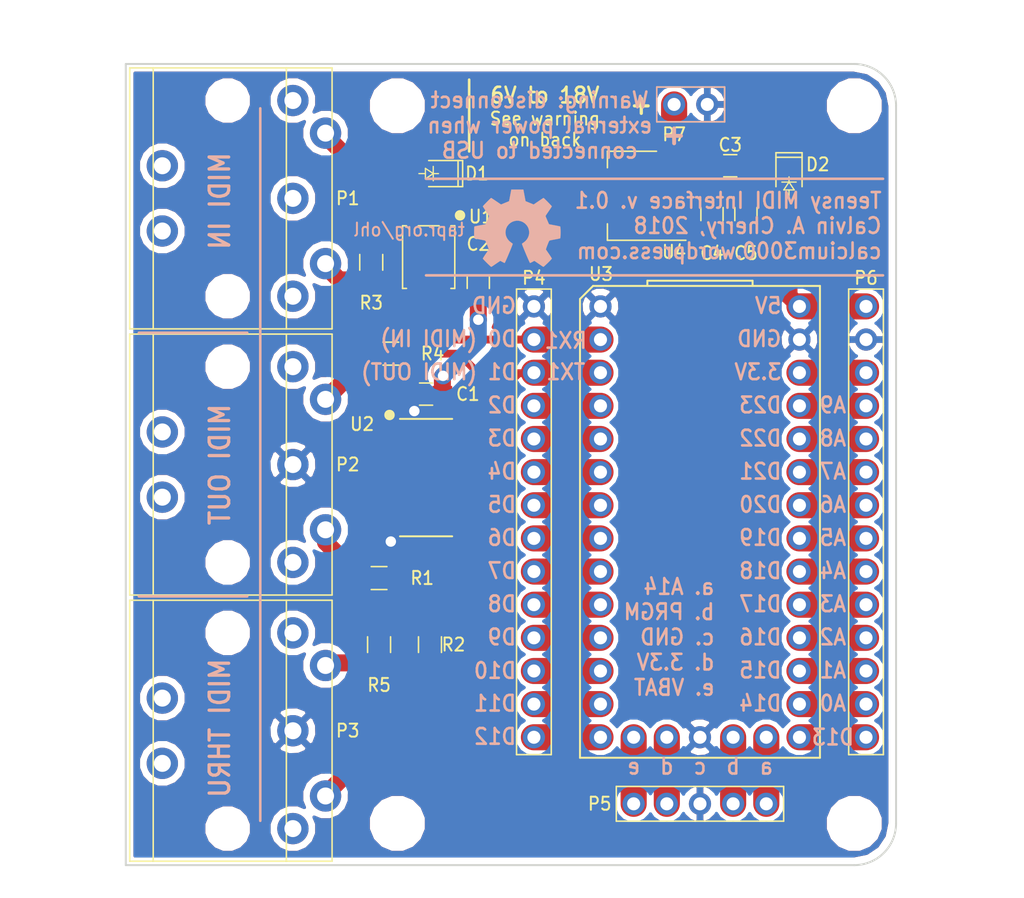
<source format=kicad_pcb>
(kicad_pcb (version 4) (host pcbnew 4.0.4-stable)

  (general
    (links 78)
    (no_connects 0)
    (area 49.924999 49.723799 109.076201 111.275001)
    (thickness 1.6)
    (drawings 73)
    (tracks 137)
    (zones 0)
    (modules 28)
    (nets 53)
  )

  (page A4)
  (title_block
    (title "Teensy MIDI Interface")
    (date 2018-04-11)
    (rev 0.1)
    (comment 1 calcium3000.wordpress.com)
    (comment 2 "By Calvin A. Cherry >> calvincherry@gmail.com")
    (comment 3 "Released under the TAPR Open Hardware License >> http://tapr.org/ohl")
  )

  (layers
    (0 F.Cu signal)
    (31 B.Cu signal)
    (36 B.SilkS user)
    (37 F.SilkS user)
    (38 B.Mask user)
    (39 F.Mask user)
    (40 Dwgs.User user)
    (44 Edge.Cuts user)
    (46 B.CrtYd user)
    (47 F.CrtYd user)
    (48 B.Fab user)
    (49 F.Fab user)
  )

  (setup
    (last_trace_width 0.25)
    (user_trace_width 0.6)
    (user_trace_width 1.3)
    (user_trace_width 2)
    (trace_clearance 0.2)
    (zone_clearance 0.508)
    (zone_45_only no)
    (trace_min 0.2)
    (segment_width 0.2)
    (edge_width 0.1524)
    (via_size 0.6)
    (via_drill 0.4)
    (via_min_size 0.4)
    (via_min_drill 0.3)
    (user_via 1.3 0.8)
    (uvia_size 0.3)
    (uvia_drill 0.1)
    (uvias_allowed no)
    (uvia_min_size 0.2)
    (uvia_min_drill 0.1)
    (pcb_text_width 0.3)
    (pcb_text_size 1.5 1.5)
    (mod_edge_width 0.15)
    (mod_text_size 1 1)
    (mod_text_width 0.15)
    (pad_size 1.7 1.7)
    (pad_drill 1)
    (pad_to_mask_clearance 0.2)
    (aux_axis_origin 0 0)
    (visible_elements FFFEFF7F)
    (pcbplotparams
      (layerselection 0x010f0_80000001)
      (usegerberextensions true)
      (excludeedgelayer true)
      (linewidth 0.100000)
      (plotframeref false)
      (viasonmask false)
      (mode 1)
      (useauxorigin false)
      (hpglpennumber 1)
      (hpglpenspeed 20)
      (hpglpendiameter 15)
      (hpglpenoverlay 2)
      (psnegative false)
      (psa4output false)
      (plotreference true)
      (plotvalue false)
      (plotinvisibletext false)
      (padsonsilk false)
      (subtractmaskfromsilk false)
      (outputformat 1)
      (mirror false)
      (drillshape 0)
      (scaleselection 1)
      (outputdirectory gerbers))
  )

  (net 0 "")
  (net 1 +5V)
  (net 2 GND)
  (net 3 "Net-(P1-Pad3)")
  (net 4 "Net-(P1-Pad2)")
  (net 5 "Net-(P1-Pad1)")
  (net 6 "Net-(P2-Pad3)")
  (net 7 "Net-(P2-Pad1)")
  (net 8 "Net-(P3-Pad3)")
  (net 9 "Net-(P3-Pad1)")
  (net 10 D4)
  (net 11 D5)
  (net 12 D6)
  (net 13 D11)
  (net 14 D12)
  (net 15 VBAT)
  (net 16 VDD_16)
  (net 17 PRGM)
  (net 18 A14)
  (net 19 VDD_31)
  (net 20 D23/A9)
  (net 21 D22/A8)
  (net 22 D21/A7)
  (net 23 D20/A6)
  (net 24 D19/A5)
  (net 25 D18/A4)
  (net 26 D17/A3)
  (net 27 D16/A2)
  (net 28 D15/A1)
  (net 29 D14/A0)
  (net 30 D13)
  (net 31 MIDI_IN)
  (net 32 MIDI_OUT)
  (net 33 /MIN_ISO)
  (net 34 /MIN_NEG)
  (net 35 /MIN_POS)
  (net 36 /MOUT_SIG)
  (net 37 /MOUT_POS)
  (net 38 /MTHRU_SIG)
  (net 39 /MTHRU_POS)
  (net 40 /MOUT_R)
  (net 41 /MTHRU_R)
  (net 42 /MOUT_INV)
  (net 43 /MTHRU_INV)
  (net 44 "Net-(U2-Pad8)")
  (net 45 D2)
  (net 46 D3)
  (net 47 D7)
  (net 48 D8)
  (net 49 D9)
  (net 50 D10)
  (net 51 "Net-(U2-Pad6)")
  (net 52 /VSUPPLY)

  (net_class Default "This is the default net class."
    (clearance 0.2)
    (trace_width 0.25)
    (via_dia 0.6)
    (via_drill 0.4)
    (uvia_dia 0.3)
    (uvia_drill 0.1)
    (add_net +5V)
    (add_net /MIN_ISO)
    (add_net /MIN_NEG)
    (add_net /MIN_POS)
    (add_net /MOUT_INV)
    (add_net /MOUT_POS)
    (add_net /MOUT_R)
    (add_net /MOUT_SIG)
    (add_net /MTHRU_INV)
    (add_net /MTHRU_POS)
    (add_net /MTHRU_R)
    (add_net /MTHRU_SIG)
    (add_net /VSUPPLY)
    (add_net A14)
    (add_net D10)
    (add_net D11)
    (add_net D12)
    (add_net D13)
    (add_net D14/A0)
    (add_net D15/A1)
    (add_net D16/A2)
    (add_net D17/A3)
    (add_net D18/A4)
    (add_net D19/A5)
    (add_net D2)
    (add_net D20/A6)
    (add_net D21/A7)
    (add_net D22/A8)
    (add_net D23/A9)
    (add_net D3)
    (add_net D4)
    (add_net D5)
    (add_net D6)
    (add_net D7)
    (add_net D8)
    (add_net D9)
    (add_net GND)
    (add_net MIDI_IN)
    (add_net MIDI_OUT)
    (add_net "Net-(P1-Pad1)")
    (add_net "Net-(P1-Pad2)")
    (add_net "Net-(P1-Pad3)")
    (add_net "Net-(P2-Pad1)")
    (add_net "Net-(P2-Pad3)")
    (add_net "Net-(P3-Pad1)")
    (add_net "Net-(P3-Pad3)")
    (add_net "Net-(U2-Pad6)")
    (add_net "Net-(U2-Pad8)")
    (add_net PRGM)
    (add_net VBAT)
    (add_net VDD_16)
    (add_net VDD_31)
  )

  (module Mounting_Holes:MountingHole_3.2mm_M3_ISO7380 (layer F.Cu) (tedit 5ACBE71C) (tstamp 5AC6AA9E)
    (at 105.8 53)
    (descr "Mounting Hole 3.2mm, no annular, M3, ISO7380")
    (tags "mounting hole 3.2mm no annular m3 iso7380")
    (attr virtual)
    (fp_text reference MH2 (at 0 -3.85) (layer F.SilkS) hide
      (effects (font (size 1 1) (thickness 0.15)))
    )
    (fp_text value MountingHole_3.2mm_M3_ISO7380 (at 0 3.85) (layer F.Fab)
      (effects (font (size 1 1) (thickness 0.15)))
    )
    (fp_text user %R (at 0.3 0) (layer F.Fab)
      (effects (font (size 1 1) (thickness 0.15)))
    )
    (fp_circle (center 0 0) (end 2.85 0) (layer Cmts.User) (width 0.15))
    (fp_circle (center 0 0) (end 3.1 0) (layer F.CrtYd) (width 0.05))
    (pad 1 np_thru_hole circle (at 0 0) (size 3.2 3.2) (drill 3.2) (layers *.Cu *.Mask))
  )

  (module Mounting_Holes:MountingHole_3.2mm_M3_ISO7380 (layer F.Cu) (tedit 5ACBE718) (tstamp 5AC6AA97)
    (at 105.8 108)
    (descr "Mounting Hole 3.2mm, no annular, M3, ISO7380")
    (tags "mounting hole 3.2mm no annular m3 iso7380")
    (attr virtual)
    (fp_text reference MH3 (at 0 -3.85) (layer F.SilkS) hide
      (effects (font (size 1 1) (thickness 0.15)))
    )
    (fp_text value MountingHole_3.2mm_M3_ISO7380 (at 0 3.85) (layer F.Fab)
      (effects (font (size 1 1) (thickness 0.15)))
    )
    (fp_text user %R (at 0.3 0) (layer F.Fab)
      (effects (font (size 1 1) (thickness 0.15)))
    )
    (fp_circle (center 0 0) (end 2.85 0) (layer Cmts.User) (width 0.15))
    (fp_circle (center 0 0) (end 3.1 0) (layer F.CrtYd) (width 0.05))
    (pad 1 np_thru_hole circle (at 0 0) (size 3.2 3.2) (drill 3.2) (layers *.Cu *.Mask))
  )

  (module Mounting_Holes:MountingHole_3.2mm_M3_ISO7380 (layer F.Cu) (tedit 5ACBE716) (tstamp 5AC6AA90)
    (at 70.8 108)
    (descr "Mounting Hole 3.2mm, no annular, M3, ISO7380")
    (tags "mounting hole 3.2mm no annular m3 iso7380")
    (attr virtual)
    (fp_text reference MH1 (at 0 -3.85) (layer F.SilkS) hide
      (effects (font (size 1 1) (thickness 0.15)))
    )
    (fp_text value MountingHole_3.2mm_M3_ISO7380 (at 0 3.85) (layer F.Fab)
      (effects (font (size 1 1) (thickness 0.15)))
    )
    (fp_text user %R (at 0.3 0) (layer F.Fab)
      (effects (font (size 1 1) (thickness 0.15)))
    )
    (fp_circle (center 0 0) (end 2.85 0) (layer Cmts.User) (width 0.15))
    (fp_circle (center 0 0) (end 3.1 0) (layer F.CrtYd) (width 0.05))
    (pad 1 np_thru_hole circle (at 0 0) (size 3.2 3.2) (drill 3.2) (layers *.Cu *.Mask))
  )

  (module Mounting_Holes:MountingHole_3.2mm_M3_ISO7380 (layer F.Cu) (tedit 5ACBE71F) (tstamp 5AC6A972)
    (at 70.8 53)
    (descr "Mounting Hole 3.2mm, no annular, M3, ISO7380")
    (tags "mounting hole 3.2mm no annular m3 iso7380")
    (attr virtual)
    (fp_text reference MH0 (at 0 -3.85) (layer F.SilkS) hide
      (effects (font (size 1 1) (thickness 0.15)))
    )
    (fp_text value MountingHole_3.2mm_M3_ISO7380 (at 0 3.85) (layer F.Fab)
      (effects (font (size 1 1) (thickness 0.15)))
    )
    (fp_text user %R (at 0.3 0) (layer F.Fab)
      (effects (font (size 1 1) (thickness 0.15)))
    )
    (fp_circle (center 0 0) (end 2.85 0) (layer Cmts.User) (width 0.15))
    (fp_circle (center 0 0) (end 3.1 0) (layer F.CrtYd) (width 0.05))
    (pad 1 np_thru_hole circle (at 0 0) (size 3.2 3.2) (drill 3.2) (layers *.Cu *.Mask))
  )

  (module TMIDI:C_0805_HandSoldering (layer F.Cu) (tedit 5ACCE503) (tstamp 5AC6F5FF)
    (at 73 75.1 180)
    (descr "Capacitor, SMD, 0805, hand-soldering")
    (tags "capacitor 0805")
    (path /5AC2698F)
    (attr smd)
    (fp_text reference C1 (at -3.2 0 180) (layer F.SilkS)
      (effects (font (size 1 0.917) (thickness 0.15)))
    )
    (fp_text value 0.1uF (at 0 1.75 180) (layer F.Fab)
      (effects (font (size 1 1) (thickness 0.15)))
    )
    (fp_line (start 0.5 -0.85) (end -0.5 -0.85) (layer F.SilkS) (width 0.12))
    (fp_line (start -0.5 0.85) (end 0.5 0.85) (layer F.SilkS) (width 0.12))
    (fp_line (start -2.25 -0.88) (end 2.25 -0.88) (layer F.CrtYd) (width 0.05))
    (fp_line (start -2.25 -0.88) (end -2.25 0.87) (layer F.CrtYd) (width 0.05))
    (fp_line (start 2.25 0.87) (end 2.25 -0.88) (layer F.CrtYd) (width 0.05))
    (fp_line (start 2.25 0.87) (end -2.25 0.87) (layer F.CrtYd) (width 0.05))
    (pad 1 smd rect (at -1.25 0 180) (size 1.5 1.25) (layers F.Cu F.Mask)
      (net 1 +5V))
    (pad 2 smd rect (at 1.25 0 180) (size 1.5 1.25) (layers F.Cu F.Mask)
      (net 2 GND))
    (model Capacitors_SMD.3dshapes/C_0805.wrl
      (at (xyz 0 0 0))
      (scale (xyz 1 1 1))
      (rotate (xyz 0 0 0))
    )
  )

  (module TMIDI:D_SOD-123 (layer F.Cu) (tedit 5ACCE538) (tstamp 5AC6F615)
    (at 73.2 58.2 180)
    (descr SOD-123)
    (tags "sod123 sod-123")
    (path /5ACB8206)
    (attr smd)
    (fp_text reference D1 (at -3.7 0 180) (layer F.SilkS)
      (effects (font (size 1 0.917) (thickness 0.15)))
    )
    (fp_text value SCHOTTKY (at 0 2.1 180) (layer F.Fab)
      (effects (font (size 1 1) (thickness 0.15)))
    )
    (fp_line (start -2.25 -1) (end -2.25 1) (layer F.SilkS) (width 0.12))
    (fp_line (start 0.25 0) (end 0.75 0) (layer F.SilkS) (width 0.1))
    (fp_line (start 0.25 0.4) (end -0.35 0) (layer F.SilkS) (width 0.1))
    (fp_line (start 0.25 -0.4) (end 0.25 0.4) (layer F.SilkS) (width 0.1))
    (fp_line (start -0.35 0) (end 0.25 -0.4) (layer F.SilkS) (width 0.1))
    (fp_line (start -0.35 0.55) (end -0.35 -0.55) (layer F.SilkS) (width 0.1))
    (fp_line (start -0.75 0) (end -0.35 0) (layer F.SilkS) (width 0.1))
    (fp_line (start -2.35 -1.15) (end 2.35 -1.15) (layer F.CrtYd) (width 0.05))
    (fp_line (start 2.35 -1.15) (end 2.35 1.15) (layer F.CrtYd) (width 0.05))
    (fp_line (start 2.35 1.15) (end -2.35 1.15) (layer F.CrtYd) (width 0.05))
    (fp_line (start -2.35 -1.15) (end -2.35 1.15) (layer F.CrtYd) (width 0.05))
    (fp_line (start -2.6 1) (end 0 1) (layer F.SilkS) (width 0.12))
    (fp_line (start -2.6 -1) (end 0 -1) (layer F.SilkS) (width 0.12))
    (fp_line (start -2.6 -1) (end -2.6 1) (layer F.SilkS) (width 0.12))
    (pad 1 smd rect (at -1.65 0 180) (size 0.9 1.2) (layers F.Cu F.Mask)
      (net 33 /MIN_ISO))
    (pad 2 smd rect (at 1.65 0 180) (size 0.9 1.2) (layers F.Cu F.Mask)
      (net 34 /MIN_NEG))
    (model ${KISYS3DMOD}/Diodes_SMD.3dshapes/D_SOD-123.wrl
      (at (xyz 0 0 0))
      (scale (xyz 1 1 1))
      (rotate (xyz 0 0 0))
    )
  )

  (module TMIDI:J_Conn_1x14_Pitch2.54mm (layer F.Cu) (tedit 5ACCE527) (tstamp 5AC6F628)
    (at 81.26 68.38)
    (path /5AC589E6)
    (fp_text reference P4 (at 0 -2.18) (layer F.SilkS)
      (effects (font (size 1 0.917) (thickness 0.15)))
    )
    (fp_text value CONN_1x14 (at 0 35.35) (layer F.Fab)
      (effects (font (size 1 1) (thickness 0.15)))
    )
    (fp_line (start -1.33 -1.33) (end -1.33 34.35) (layer F.SilkS) (width 0.12))
    (fp_line (start -1.33 34.35) (end 1.33 34.35) (layer F.SilkS) (width 0.12))
    (fp_line (start 1.33 34.35) (end 1.33 -1.33) (layer F.SilkS) (width 0.12))
    (fp_line (start -1.33 -1.33) (end 1.33 -1.33) (layer F.SilkS) (width 0.12))
    (fp_line (start -1.8 -1.8) (end -1.8 34.8) (layer F.CrtYd) (width 0.05))
    (fp_line (start -1.8 34.8) (end 1.8 34.8) (layer F.CrtYd) (width 0.05))
    (fp_line (start 1.8 34.8) (end 1.8 -1.8) (layer F.CrtYd) (width 0.05))
    (fp_line (start 1.8 -1.8) (end -1.8 -1.8) (layer F.CrtYd) (width 0.05))
    (pad 1 thru_hole circle (at 0 0) (size 1.7 1.7) (drill 1) (layers *.Cu *.Mask)
      (net 2 GND))
    (pad 2 thru_hole oval (at 0 2.54) (size 1.7 1.7) (drill 1) (layers *.Cu *.Mask)
      (net 31 MIDI_IN))
    (pad 3 thru_hole oval (at 0 5.08) (size 1.7 1.7) (drill 1) (layers *.Cu *.Mask)
      (net 32 MIDI_OUT))
    (pad 4 thru_hole oval (at 0 7.62) (size 1.7 1.7) (drill 1) (layers *.Cu *.Mask)
      (net 45 D2))
    (pad 5 thru_hole oval (at 0 10.16) (size 1.7 1.7) (drill 1) (layers *.Cu *.Mask)
      (net 46 D3))
    (pad 6 thru_hole oval (at 0 12.7) (size 1.7 1.7) (drill 1) (layers *.Cu *.Mask)
      (net 10 D4))
    (pad 7 thru_hole oval (at 0 15.24) (size 1.7 1.7) (drill 1) (layers *.Cu *.Mask)
      (net 11 D5))
    (pad 8 thru_hole oval (at 0 17.78) (size 1.7 1.7) (drill 1) (layers *.Cu *.Mask)
      (net 12 D6))
    (pad 9 thru_hole oval (at 0 20.32) (size 1.7 1.7) (drill 1) (layers *.Cu *.Mask)
      (net 47 D7))
    (pad 10 thru_hole oval (at 0 22.86) (size 1.7 1.7) (drill 1) (layers *.Cu *.Mask)
      (net 48 D8))
    (pad 11 thru_hole oval (at 0 25.4) (size 1.7 1.7) (drill 1) (layers *.Cu *.Mask)
      (net 49 D9))
    (pad 12 thru_hole oval (at 0 27.94) (size 1.7 1.7) (drill 1) (layers *.Cu *.Mask)
      (net 50 D10))
    (pad 13 thru_hole oval (at 0 30.48) (size 1.7 1.7) (drill 1) (layers *.Cu *.Mask)
      (net 13 D11))
    (pad 14 thru_hole oval (at 0 33.02) (size 1.7 1.7) (drill 1) (layers *.Cu *.Mask)
      (net 14 D12))
    (model ${KISYS3DMOD}/Socket_Strips.3dshapes/Socket_Strip_Straight_1x14_Pitch2.54mm.wrl
      (at (xyz 0 -0.65 0))
      (scale (xyz 1 1 1))
      (rotate (xyz 0 0 270))
    )
  )

  (module TMIDI:J_Conn_1x5_Pitch2.54mm (layer F.Cu) (tedit 5ACCE579) (tstamp 5AC6F641)
    (at 88.9 106.5 90)
    (path /5AC596B8)
    (fp_text reference P5 (at 0 -2.6 180) (layer F.SilkS)
      (effects (font (size 1 0.917) (thickness 0.15)))
    )
    (fp_text value CONN_1x5 (at 0 12.49 90) (layer F.Fab)
      (effects (font (size 1 1) (thickness 0.15)))
    )
    (fp_line (start -1.33 -1.33) (end -1.33 11.49) (layer F.SilkS) (width 0.12))
    (fp_line (start -1.33 11.49) (end 1.33 11.49) (layer F.SilkS) (width 0.12))
    (fp_line (start 1.33 11.49) (end 1.33 -1.33) (layer F.SilkS) (width 0.12))
    (fp_line (start -1.33 -1.33) (end 1.33 -1.33) (layer F.SilkS) (width 0.12))
    (fp_line (start -1.8 -1.8) (end -1.8 11.95) (layer F.CrtYd) (width 0.05))
    (fp_line (start -1.8 11.95) (end 1.8 11.95) (layer F.CrtYd) (width 0.05))
    (fp_line (start 1.8 11.95) (end 1.8 -1.8) (layer F.CrtYd) (width 0.05))
    (fp_line (start 1.8 -1.8) (end -1.8 -1.8) (layer F.CrtYd) (width 0.05))
    (pad 1 thru_hole circle (at 0 0 90) (size 1.7 1.7) (drill 1) (layers *.Cu *.Mask)
      (net 15 VBAT))
    (pad 2 thru_hole oval (at 0 2.54 90) (size 1.7 1.7) (drill 1) (layers *.Cu *.Mask)
      (net 16 VDD_16))
    (pad 3 thru_hole oval (at 0 5.08 90) (size 1.7 1.7) (drill 1) (layers *.Cu *.Mask)
      (net 2 GND))
    (pad 4 thru_hole oval (at 0 7.62 90) (size 1.7 1.7) (drill 1) (layers *.Cu *.Mask)
      (net 17 PRGM))
    (pad 5 thru_hole oval (at 0 10.16 90) (size 1.7 1.7) (drill 1) (layers *.Cu *.Mask)
      (net 18 A14))
    (model ${KISYS3DMOD}/Socket_Strips.3dshapes/Socket_Strip_Straight_1x05_Pitch2.54mm.wrl
      (at (xyz 0 -0.2 0))
      (scale (xyz 1 1 1))
      (rotate (xyz 0 0 270))
    )
  )

  (module TMIDI:J_Conn_1x14_Pitch2.54mm (layer F.Cu) (tedit 5ACCE571) (tstamp 5AC6F651)
    (at 106.7 68.38)
    (path /5AC58B37)
    (fp_text reference P6 (at 0 -2.18) (layer F.SilkS)
      (effects (font (size 1 0.917) (thickness 0.15)))
    )
    (fp_text value CONN_1x14 (at 0 35.35) (layer F.Fab)
      (effects (font (size 1 1) (thickness 0.15)))
    )
    (fp_line (start -1.33 -1.33) (end -1.33 34.35) (layer F.SilkS) (width 0.12))
    (fp_line (start -1.33 34.35) (end 1.33 34.35) (layer F.SilkS) (width 0.12))
    (fp_line (start 1.33 34.35) (end 1.33 -1.33) (layer F.SilkS) (width 0.12))
    (fp_line (start -1.33 -1.33) (end 1.33 -1.33) (layer F.SilkS) (width 0.12))
    (fp_line (start -1.8 -1.8) (end -1.8 34.8) (layer F.CrtYd) (width 0.05))
    (fp_line (start -1.8 34.8) (end 1.8 34.8) (layer F.CrtYd) (width 0.05))
    (fp_line (start 1.8 34.8) (end 1.8 -1.8) (layer F.CrtYd) (width 0.05))
    (fp_line (start 1.8 -1.8) (end -1.8 -1.8) (layer F.CrtYd) (width 0.05))
    (pad 1 thru_hole circle (at 0 0) (size 1.7 1.7) (drill 1) (layers *.Cu *.Mask)
      (net 1 +5V))
    (pad 2 thru_hole oval (at 0 2.54) (size 1.7 1.7) (drill 1) (layers *.Cu *.Mask)
      (net 2 GND))
    (pad 3 thru_hole oval (at 0 5.08) (size 1.7 1.7) (drill 1) (layers *.Cu *.Mask)
      (net 19 VDD_31))
    (pad 4 thru_hole oval (at 0 7.62) (size 1.7 1.7) (drill 1) (layers *.Cu *.Mask)
      (net 20 D23/A9))
    (pad 5 thru_hole oval (at 0 10.16) (size 1.7 1.7) (drill 1) (layers *.Cu *.Mask)
      (net 21 D22/A8))
    (pad 6 thru_hole oval (at 0 12.7) (size 1.7 1.7) (drill 1) (layers *.Cu *.Mask)
      (net 22 D21/A7))
    (pad 7 thru_hole oval (at 0 15.24) (size 1.7 1.7) (drill 1) (layers *.Cu *.Mask)
      (net 23 D20/A6))
    (pad 8 thru_hole oval (at 0 17.78) (size 1.7 1.7) (drill 1) (layers *.Cu *.Mask)
      (net 24 D19/A5))
    (pad 9 thru_hole oval (at 0 20.32) (size 1.7 1.7) (drill 1) (layers *.Cu *.Mask)
      (net 25 D18/A4))
    (pad 10 thru_hole oval (at 0 22.86) (size 1.7 1.7) (drill 1) (layers *.Cu *.Mask)
      (net 26 D17/A3))
    (pad 11 thru_hole oval (at 0 25.4) (size 1.7 1.7) (drill 1) (layers *.Cu *.Mask)
      (net 27 D16/A2))
    (pad 12 thru_hole oval (at 0 27.94) (size 1.7 1.7) (drill 1) (layers *.Cu *.Mask)
      (net 28 D15/A1))
    (pad 13 thru_hole oval (at 0 30.48) (size 1.7 1.7) (drill 1) (layers *.Cu *.Mask)
      (net 29 D14/A0))
    (pad 14 thru_hole oval (at 0 33.02) (size 1.7 1.7) (drill 1) (layers *.Cu *.Mask)
      (net 30 D13))
    (model ${KISYS3DMOD}/Socket_Strips.3dshapes/Socket_Strip_Straight_1x14_Pitch2.54mm.wrl
      (at (xyz 0 -0.65 0))
      (scale (xyz 1 1 1))
      (rotate (xyz 0 0 270))
    )
  )

  (module TMIDI:U_Teensy3.2 (layer F.Cu) (tedit 5ACCE531) (tstamp 5AC6F6CD)
    (at 93.98 84.89)
    (descr Teensy3.2)
    (tags teensy3.2)
    (path /5AC28AF7)
    (fp_text reference U3 (at -7.58 -18.99) (layer F.SilkS)
      (effects (font (size 1 0.917) (thickness 0.15)))
    )
    (fp_text value Teensy32 (at 0 18.9) (layer F.Fab)
      (effects (font (size 1 1) (thickness 0.15)))
    )
    (fp_line (start -8.19 -18.08) (end -9.19 -17.08) (layer F.SilkS) (width 0.1524))
    (fp_line (start -8.19 -18.08) (end 9.19 -18.08) (layer F.SilkS) (width 0.1524))
    (fp_line (start 9.19 -18.08) (end 9.19 18.08) (layer F.SilkS) (width 0.1524))
    (fp_line (start 9.19 18.08) (end -9.19 18.08) (layer F.SilkS) (width 0.1524))
    (fp_line (start -9.19 18.08) (end -9.19 -17.08) (layer F.SilkS) (width 0.1524))
    (fp_line (start -4.03 -18.48) (end -4.03 -18.08) (layer F.SilkS) (width 0.1524))
    (fp_line (start -4.03 -18.48) (end 4.03 -18.48) (layer F.SilkS) (width 0.1524))
    (fp_line (start 4.03 -18.48) (end 4.03 -18.08) (layer F.SilkS) (width 0.1524))
    (pad 20 thru_hole circle (at 7.62 16.51) (size 1.7 1.7) (drill 1) (layers *.Cu *.Mask)
      (net 30 D13))
    (pad 21 thru_hole circle (at 7.62 13.97) (size 1.7 1.7) (drill 1) (layers *.Cu *.Mask)
      (net 29 D14/A0))
    (pad 22 thru_hole circle (at 7.62 11.43) (size 1.7 1.7) (drill 1) (layers *.Cu *.Mask)
      (net 28 D15/A1))
    (pad 23 thru_hole circle (at 7.62 8.89) (size 1.7 1.7) (drill 1) (layers *.Cu *.Mask)
      (net 27 D16/A2))
    (pad 24 thru_hole circle (at 7.62 6.35) (size 1.7 1.7) (drill 1) (layers *.Cu *.Mask)
      (net 26 D17/A3))
    (pad 25 thru_hole circle (at 7.62 3.81) (size 1.7 1.7) (drill 1) (layers *.Cu *.Mask)
      (net 25 D18/A4))
    (pad 26 thru_hole circle (at 7.62 1.27) (size 1.7 1.7) (drill 1) (layers *.Cu *.Mask)
      (net 24 D19/A5))
    (pad 27 thru_hole circle (at 7.62 -1.27) (size 1.7 1.7) (drill 1) (layers *.Cu *.Mask)
      (net 23 D20/A6))
    (pad 28 thru_hole circle (at 7.62 -3.81) (size 1.7 1.7) (drill 1) (layers *.Cu *.Mask)
      (net 22 D21/A7))
    (pad 29 thru_hole circle (at 7.62 -6.35) (size 1.7 1.7) (drill 1) (layers *.Cu *.Mask)
      (net 21 D22/A8))
    (pad 30 thru_hole circle (at 7.62 -8.89) (size 1.7 1.7) (drill 1) (layers *.Cu *.Mask)
      (net 20 D23/A9))
    (pad 31 thru_hole circle (at 7.62 -11.43) (size 1.7 1.7) (drill 1) (layers *.Cu *.Mask)
      (net 19 VDD_31))
    (pad 32 thru_hole circle (at 7.62 -13.97) (size 1.7 1.7) (drill 1) (layers *.Cu *.Mask)
      (net 2 GND))
    (pad 33 thru_hole circle (at 7.62 -16.51) (size 1.7 1.7) (drill 1) (layers *.Cu *.Mask)
      (net 1 +5V))
    (pad 1 thru_hole circle (at -7.62 -16.51) (size 1.7 1.7) (drill 1) (layers *.Cu *.Mask)
      (net 2 GND))
    (pad 2 thru_hole circle (at -7.62 -13.97) (size 1.7 1.7) (drill 1) (layers *.Cu *.Mask)
      (net 31 MIDI_IN))
    (pad 3 thru_hole circle (at -7.62 -11.43) (size 1.7 1.7) (drill 1) (layers *.Cu *.Mask)
      (net 32 MIDI_OUT))
    (pad 4 thru_hole circle (at -7.62 -8.89) (size 1.7 1.7) (drill 1) (layers *.Cu *.Mask)
      (net 45 D2))
    (pad 5 thru_hole circle (at -7.62 -6.35) (size 1.7 1.7) (drill 1) (layers *.Cu *.Mask)
      (net 46 D3))
    (pad 6 thru_hole circle (at -7.62 -3.81) (size 1.7 1.7) (drill 1) (layers *.Cu *.Mask)
      (net 10 D4))
    (pad 7 thru_hole circle (at -7.62 -1.27) (size 1.7 1.7) (drill 1) (layers *.Cu *.Mask)
      (net 11 D5))
    (pad 8 thru_hole circle (at -7.62 1.27) (size 1.7 1.7) (drill 1) (layers *.Cu *.Mask)
      (net 12 D6))
    (pad 9 thru_hole circle (at -7.62 3.81) (size 1.7 1.7) (drill 1) (layers *.Cu *.Mask)
      (net 47 D7))
    (pad 10 thru_hole circle (at -7.62 6.35) (size 1.7 1.7) (drill 1) (layers *.Cu *.Mask)
      (net 48 D8))
    (pad 11 thru_hole circle (at -7.62 8.89) (size 1.7 1.7) (drill 1) (layers *.Cu *.Mask)
      (net 49 D9))
    (pad 12 thru_hole circle (at -7.62 11.43) (size 1.7 1.7) (drill 1) (layers *.Cu *.Mask)
      (net 50 D10))
    (pad 13 thru_hole circle (at -7.62 13.97) (size 1.7 1.7) (drill 1) (layers *.Cu *.Mask)
      (net 13 D11))
    (pad 14 thru_hole circle (at -7.62 16.51) (size 1.7 1.7) (drill 1) (layers *.Cu *.Mask)
      (net 14 D12))
    (pad 15 thru_hole circle (at -5.08 16.51) (size 1.7 1.7) (drill 1) (layers *.Cu *.Mask)
      (net 15 VBAT))
    (pad 16 thru_hole circle (at -2.54 16.51) (size 1.7 1.7) (drill 1) (layers *.Cu *.Mask)
      (net 16 VDD_16))
    (pad 17 thru_hole circle (at 0 16.51) (size 1.7 1.7) (drill 1) (layers *.Cu *.Mask)
      (net 2 GND))
    (pad 18 thru_hole circle (at 2.54 16.51) (size 1.7 1.7) (drill 1) (layers *.Cu *.Mask)
      (net 17 PRGM))
    (pad 19 thru_hole circle (at 5.08 16.51) (size 1.7 1.7) (drill 1) (layers *.Cu *.Mask)
      (net 18 A14))
  )

  (module TMIDI:C_0805_HandSoldering (layer F.Cu) (tedit 5ACCE52B) (tstamp 5ACBE616)
    (at 77 66.5 90)
    (descr "Capacitor, SMD, 0805, hand-soldering")
    (tags "capacitor 0805")
    (path /5ACAADDC)
    (attr smd)
    (fp_text reference C2 (at 2.9 0 180) (layer F.SilkS)
      (effects (font (size 1 0.917) (thickness 0.15)))
    )
    (fp_text value 0.1uF (at 0 1.75 90) (layer F.Fab)
      (effects (font (size 1 1) (thickness 0.15)))
    )
    (fp_line (start 0.5 -0.85) (end -0.5 -0.85) (layer F.SilkS) (width 0.12))
    (fp_line (start -0.5 0.85) (end 0.5 0.85) (layer F.SilkS) (width 0.12))
    (fp_line (start -2.25 -0.88) (end 2.25 -0.88) (layer F.CrtYd) (width 0.05))
    (fp_line (start -2.25 -0.88) (end -2.25 0.87) (layer F.CrtYd) (width 0.05))
    (fp_line (start 2.25 0.87) (end 2.25 -0.88) (layer F.CrtYd) (width 0.05))
    (fp_line (start 2.25 0.87) (end -2.25 0.87) (layer F.CrtYd) (width 0.05))
    (pad 1 smd rect (at -1.25 0 90) (size 1.5 1.25) (layers F.Cu F.Mask)
      (net 1 +5V))
    (pad 2 smd rect (at 1.25 0 90) (size 1.5 1.25) (layers F.Cu F.Mask)
      (net 2 GND))
    (model Capacitors_SMD.3dshapes/C_0805.wrl
      (at (xyz 0 0 0))
      (scale (xyz 1 1 1))
      (rotate (xyz 0 0 0))
    )
  )

  (module TMIDI:C_0805_HandSoldering (layer F.Cu) (tedit 5ACCE56A) (tstamp 5ACBE622)
    (at 96.3 57.6)
    (descr "Capacitor, SMD, 0805, hand-soldering")
    (tags "capacitor 0805")
    (path /5AC864DD)
    (attr smd)
    (fp_text reference C3 (at 0 -1.6) (layer F.SilkS)
      (effects (font (size 1 0.917) (thickness 0.15)))
    )
    (fp_text value 1uF (at 0 1.75) (layer F.Fab)
      (effects (font (size 1 1) (thickness 0.15)))
    )
    (fp_line (start 0.5 -0.85) (end -0.5 -0.85) (layer F.SilkS) (width 0.12))
    (fp_line (start -0.5 0.85) (end 0.5 0.85) (layer F.SilkS) (width 0.12))
    (fp_line (start -2.25 -0.88) (end 2.25 -0.88) (layer F.CrtYd) (width 0.05))
    (fp_line (start -2.25 -0.88) (end -2.25 0.87) (layer F.CrtYd) (width 0.05))
    (fp_line (start 2.25 0.87) (end 2.25 -0.88) (layer F.CrtYd) (width 0.05))
    (fp_line (start 2.25 0.87) (end -2.25 0.87) (layer F.CrtYd) (width 0.05))
    (pad 1 smd rect (at -1.25 0) (size 1.5 1.25) (layers F.Cu F.Mask)
      (net 52 /VSUPPLY))
    (pad 2 smd rect (at 1.25 0) (size 1.5 1.25) (layers F.Cu F.Mask)
      (net 2 GND))
    (model Capacitors_SMD.3dshapes/C_0805.wrl
      (at (xyz 0 0 0))
      (scale (xyz 1 1 1))
      (rotate (xyz 0 0 0))
    )
  )

  (module TMIDI:C_0805_HandSoldering (layer F.Cu) (tedit 5ACCE56E) (tstamp 5ACBE62E)
    (at 94.9 61.3 270)
    (descr "Capacitor, SMD, 0805, hand-soldering")
    (tags "capacitor 0805")
    (path /5ACB8AFF)
    (attr smd)
    (fp_text reference C4 (at 3 0 360) (layer F.SilkS)
      (effects (font (size 1 0.917) (thickness 0.15)))
    )
    (fp_text value 4.7uF (at 0 1.75 270) (layer F.Fab)
      (effects (font (size 1 1) (thickness 0.15)))
    )
    (fp_line (start 0.5 -0.85) (end -0.5 -0.85) (layer F.SilkS) (width 0.12))
    (fp_line (start -0.5 0.85) (end 0.5 0.85) (layer F.SilkS) (width 0.12))
    (fp_line (start -2.25 -0.88) (end 2.25 -0.88) (layer F.CrtYd) (width 0.05))
    (fp_line (start -2.25 -0.88) (end -2.25 0.87) (layer F.CrtYd) (width 0.05))
    (fp_line (start 2.25 0.87) (end 2.25 -0.88) (layer F.CrtYd) (width 0.05))
    (fp_line (start 2.25 0.87) (end -2.25 0.87) (layer F.CrtYd) (width 0.05))
    (pad 1 smd rect (at -1.25 0 270) (size 1.5 1.25) (layers F.Cu F.Mask)
      (net 1 +5V))
    (pad 2 smd rect (at 1.25 0 270) (size 1.5 1.25) (layers F.Cu F.Mask)
      (net 2 GND))
    (model Capacitors_SMD.3dshapes/C_0805.wrl
      (at (xyz 0 0 0))
      (scale (xyz 1 1 1))
      (rotate (xyz 0 0 0))
    )
  )

  (module TMIDI:C_0805_HandSoldering (layer F.Cu) (tedit 5ACCE575) (tstamp 5ACBE63A)
    (at 97.5 61.3 270)
    (descr "Capacitor, SMD, 0805, hand-soldering")
    (tags "capacitor 0805")
    (path /5ACBE756)
    (attr smd)
    (fp_text reference C5 (at 3 0 360) (layer F.SilkS)
      (effects (font (size 1 0.917) (thickness 0.15)))
    )
    (fp_text value 0805 (at 0 1.75 270) (layer F.Fab)
      (effects (font (size 1 1) (thickness 0.15)))
    )
    (fp_line (start 0.5 -0.85) (end -0.5 -0.85) (layer F.SilkS) (width 0.12))
    (fp_line (start -0.5 0.85) (end 0.5 0.85) (layer F.SilkS) (width 0.12))
    (fp_line (start -2.25 -0.88) (end 2.25 -0.88) (layer F.CrtYd) (width 0.05))
    (fp_line (start -2.25 -0.88) (end -2.25 0.87) (layer F.CrtYd) (width 0.05))
    (fp_line (start 2.25 0.87) (end 2.25 -0.88) (layer F.CrtYd) (width 0.05))
    (fp_line (start 2.25 0.87) (end -2.25 0.87) (layer F.CrtYd) (width 0.05))
    (pad 1 smd rect (at -1.25 0 270) (size 1.5 1.25) (layers F.Cu F.Mask)
      (net 1 +5V))
    (pad 2 smd rect (at 1.25 0 270) (size 1.5 1.25) (layers F.Cu F.Mask)
      (net 2 GND))
    (model Capacitors_SMD.3dshapes/C_0805.wrl
      (at (xyz 0 0 0))
      (scale (xyz 1 1 1))
      (rotate (xyz 0 0 0))
    )
  )

  (module TMIDI:D_SOD-123 (layer F.Cu) (tedit 5ACCE53F) (tstamp 5ACBE64E)
    (at 100.8 59.2 270)
    (descr SOD-123)
    (tags "sod123 sod-123")
    (path /5ACB7E55)
    (attr smd)
    (fp_text reference D2 (at -1.7 -2.2 360) (layer F.SilkS)
      (effects (font (size 1 0.917) (thickness 0.15)))
    )
    (fp_text value D_Schottky (at 0 2.1 270) (layer F.Fab)
      (effects (font (size 1 1) (thickness 0.15)))
    )
    (fp_line (start -2.25 -1) (end -2.25 1) (layer F.SilkS) (width 0.12))
    (fp_line (start 0.25 0) (end 0.75 0) (layer F.SilkS) (width 0.1))
    (fp_line (start 0.25 0.4) (end -0.35 0) (layer F.SilkS) (width 0.1))
    (fp_line (start 0.25 -0.4) (end 0.25 0.4) (layer F.SilkS) (width 0.1))
    (fp_line (start -0.35 0) (end 0.25 -0.4) (layer F.SilkS) (width 0.1))
    (fp_line (start -0.35 0.55) (end -0.35 -0.55) (layer F.SilkS) (width 0.1))
    (fp_line (start -0.75 0) (end -0.35 0) (layer F.SilkS) (width 0.1))
    (fp_line (start -2.35 -1.15) (end 2.35 -1.15) (layer F.CrtYd) (width 0.05))
    (fp_line (start 2.35 -1.15) (end 2.35 1.15) (layer F.CrtYd) (width 0.05))
    (fp_line (start 2.35 1.15) (end -2.35 1.15) (layer F.CrtYd) (width 0.05))
    (fp_line (start -2.35 -1.15) (end -2.35 1.15) (layer F.CrtYd) (width 0.05))
    (fp_line (start -2.6 1) (end 0 1) (layer F.SilkS) (width 0.12))
    (fp_line (start -2.6 -1) (end 0 -1) (layer F.SilkS) (width 0.12))
    (fp_line (start -2.6 -1) (end -2.6 1) (layer F.SilkS) (width 0.12))
    (pad 1 smd rect (at -1.65 0 270) (size 0.9 1.2) (layers F.Cu F.Mask)
      (net 52 /VSUPPLY))
    (pad 2 smd rect (at 1.65 0 270) (size 0.9 1.2) (layers F.Cu F.Mask)
      (net 1 +5V))
    (model ${KISYS3DMOD}/Diodes_SMD.3dshapes/D_SOD-123.wrl
      (at (xyz 0 0 0))
      (scale (xyz 1 1 1))
      (rotate (xyz 0 0 0))
    )
  )

  (module TMIDI:U_SO-5_Width6.3mm_Pitch1.27mm (layer F.Cu) (tedit 5ACCE52E) (tstamp 5ACBF345)
    (at 73.2 64.6 270)
    (descr "SO-5, Width 6.3mm, Pitch 1.27mm")
    (tags "so-5 6.3mm 1.27mm")
    (path /5ACAA650)
    (attr smd)
    (fp_text reference U1 (at -3.1 -4 360) (layer F.SilkS)
      (effects (font (size 1 0.917) (thickness 0.15)))
    )
    (fp_text value OPTOISOLATOR (at 0.05 3.385 270) (layer F.Fab)
      (effects (font (size 1 1) (thickness 0.15)))
    )
    (fp_circle (center -3.2 -2.4) (end -3.2 -2.2) (layer F.SilkS) (width 0.4))
    (fp_line (start -2.4 0.8) (end -2.4 -0.8) (layer F.SilkS) (width 0.12))
    (fp_line (start 2.4 1.7) (end 2.4 2) (layer F.SilkS) (width 0.12))
    (fp_line (start 2.4 2) (end -2.4 2) (layer F.SilkS) (width 0.12))
    (fp_line (start -2.4 2) (end -2.4 1.7) (layer F.SilkS) (width 0.12))
    (fp_line (start -2.4 -1.7) (end -2.4 -2) (layer F.SilkS) (width 0.12))
    (fp_line (start -2.4 -2) (end 2.4 -2) (layer F.SilkS) (width 0.12))
    (fp_line (start 2.4 -2) (end 2.4 -1.7) (layer F.SilkS) (width 0.12))
    (fp_line (start -4.4 -2.05) (end 4.4 -2.05) (layer F.CrtYd) (width 0.05))
    (fp_line (start -4.4 -2.05) (end -4.4 2.05) (layer F.CrtYd) (width 0.05))
    (fp_line (start 4.4 2.05) (end 4.4 -2.05) (layer F.CrtYd) (width 0.05))
    (fp_line (start 4.4 2.05) (end -4.4 2.05) (layer F.CrtYd) (width 0.05))
    (pad 1 smd rect (at -3.15 -1.27 270) (size 2 0.64) (layers F.Cu F.Mask)
      (net 33 /MIN_ISO))
    (pad 3 smd rect (at -3.15 1.27 270) (size 2 0.64) (layers F.Cu F.Mask)
      (net 34 /MIN_NEG))
    (pad 4 smd rect (at 3.15 1.27 270) (size 2 0.64) (layers F.Cu F.Mask)
      (net 2 GND))
    (pad 5 smd rect (at 3.15 0 270) (size 2 0.64) (layers F.Cu F.Mask)
      (net 31 MIDI_IN))
    (pad 6 smd rect (at 3.15 -1.27 270) (size 2 0.64) (layers F.Cu F.Mask)
      (net 1 +5V))
    (model ${KISYS3DMOD}/Housings_SOIC.3dshapes/SO-5_4.4x3.6mm_Pitch1.27mm.wrl
      (at (xyz 0 0.0005910000000000001 0))
      (scale (xyz 1 1 1))
      (rotate (xyz 0 0 0))
    )
  )

  (module TMIDI:U_SOT223-4 (layer F.Cu) (tedit 5ACCE566) (tstamp 5ACBF359)
    (at 88.8 59.9 180)
    (descr SOT223-4)
    (tags sot223-4)
    (path /5ACCF0C8)
    (attr smd)
    (fp_text reference U4 (at -3.2 -4.3 180) (layer F.SilkS)
      (effects (font (size 1 0.917) (thickness 0.15)))
    )
    (fp_text value LDO_4-Pin (at 0 4.5 180) (layer F.Fab)
      (effects (font (size 1 1) (thickness 0.15)))
    )
    (fp_line (start 1.91 3.41) (end 1.91 2.15) (layer F.SilkS) (width 0.12))
    (fp_line (start 1.91 -3.41) (end 1.91 -2.15) (layer F.SilkS) (width 0.12))
    (fp_line (start 4.4 -3.6) (end -4.4 -3.6) (layer F.CrtYd) (width 0.05))
    (fp_line (start 4.4 3.6) (end 4.4 -3.6) (layer F.CrtYd) (width 0.05))
    (fp_line (start -4.4 3.6) (end 4.4 3.6) (layer F.CrtYd) (width 0.05))
    (fp_line (start -4.4 -3.6) (end -4.4 3.6) (layer F.CrtYd) (width 0.05))
    (fp_line (start -1.85 3.41) (end 1.91 3.41) (layer F.SilkS) (width 0.12))
    (fp_line (start -4.1 -3.41) (end 1.91 -3.41) (layer F.SilkS) (width 0.12))
    (pad 4 smd rect (at 3.15 0 180) (size 2 3.8) (layers F.Cu F.Mask)
      (net 2 GND))
    (pad 2 smd rect (at -3.15 0 180) (size 2 1.5) (layers F.Cu F.Mask)
      (net 1 +5V))
    (pad 3 smd rect (at -3.15 2.3 180) (size 2 1.5) (layers F.Cu F.Mask)
      (net 52 /VSUPPLY))
    (pad 1 smd rect (at -3.15 -2.3 180) (size 2 1.5) (layers F.Cu F.Mask)
      (net 2 GND))
    (model ${KISYS3DMOD}/TO_SOT_Packages_SMD.3dshapes/SOT-223.wrl
      (at (xyz 0 0 0))
      (scale (xyz 0.35 0.35 0.35))
      (rotate (xyz 0 0 90))
    )
  )

  (module TMIDI:U_SOIC-14_Width3.9mm_Pitch1.27mm (layer F.Cu) (tedit 5ACCE4FE) (tstamp 5AC79D4C)
    (at 73 81.5)
    (descr "SOIC-14, Width 3.9mm, Pitch 1.27mm")
    (tags "soic-14 3.9mm")
    (path /5AC24F1D)
    (attr smd)
    (fp_text reference U2 (at -4.9 -4.1) (layer F.SilkS)
      (effects (font (size 1 0.917) (thickness 0.15)))
    )
    (fp_text value INVERTER_HEX_SCHMITT (at 0 5.375) (layer F.Fab)
      (effects (font (size 1 1) (thickness 0.15)))
    )
    (fp_circle (center -2.8 -4.8) (end -2.8 -4.6) (layer F.SilkS) (width 0.4))
    (fp_line (start -3.7 -4.65) (end -3.7 4.65) (layer F.CrtYd) (width 0.05))
    (fp_line (start 3.7 -4.65) (end 3.7 4.65) (layer F.CrtYd) (width 0.05))
    (fp_line (start -3.7 -4.65) (end 3.7 -4.65) (layer F.CrtYd) (width 0.05))
    (fp_line (start -3.7 4.65) (end 3.7 4.65) (layer F.CrtYd) (width 0.05))
    (fp_line (start -2 -4.5) (end 2 -4.5) (layer F.SilkS) (width 0.15))
    (fp_line (start -2 4.5) (end 2 4.5) (layer F.SilkS) (width 0.15))
    (pad 1 smd rect (at -2.9 -3.81) (size 1.9 0.6) (layers F.Cu F.Mask)
      (net 31 MIDI_IN))
    (pad 2 smd rect (at -2.9 -2.54) (size 1.9 0.6) (layers F.Cu F.Mask)
      (net 43 /MTHRU_INV))
    (pad 3 smd rect (at -2.9 -1.27) (size 1.9 0.6) (layers F.Cu F.Mask)
      (net 43 /MTHRU_INV))
    (pad 4 smd rect (at -2.9 0) (size 1.9 0.6) (layers F.Cu F.Mask)
      (net 41 /MTHRU_R))
    (pad 5 smd rect (at -2.9 1.27) (size 1.9 0.6) (layers F.Cu F.Mask)
      (net 2 GND))
    (pad 6 smd rect (at -2.9 2.54) (size 1.9 0.6) (layers F.Cu F.Mask)
      (net 51 "Net-(U2-Pad6)"))
    (pad 7 smd rect (at -2.9 3.81) (size 1.9 0.6) (layers F.Cu F.Mask)
      (net 2 GND))
    (pad 8 smd rect (at 2.9 3.81) (size 1.9 0.6) (layers F.Cu F.Mask)
      (net 44 "Net-(U2-Pad8)"))
    (pad 9 smd rect (at 2.9 2.54) (size 1.9 0.6) (layers F.Cu F.Mask)
      (net 2 GND))
    (pad 10 smd rect (at 2.9 1.27) (size 1.9 0.6) (layers F.Cu F.Mask)
      (net 42 /MOUT_INV))
    (pad 11 smd rect (at 2.9 0) (size 1.9 0.6) (layers F.Cu F.Mask)
      (net 32 MIDI_OUT))
    (pad 12 smd rect (at 2.9 -1.27) (size 1.9 0.6) (layers F.Cu F.Mask)
      (net 40 /MOUT_R))
    (pad 13 smd rect (at 2.9 -2.54) (size 1.9 0.6) (layers F.Cu F.Mask)
      (net 42 /MOUT_INV))
    (pad 14 smd rect (at 2.9 -3.81) (size 1.9 0.6) (layers F.Cu F.Mask)
      (net 1 +5V))
    (model ${KISYS3DMOD}/Housings_SOIC.3dshapes/SOIC-14_3.9x8.7mm_Pitch1.27mm.wrl
      (at (xyz 0 0 0))
      (scale (xyz 1 1 1))
      (rotate (xyz 0 0 0))
    )
  )

  (module TMIDI:R_0805_HandSoldering (layer F.Cu) (tedit 5ACCE524) (tstamp 5AC6F684)
    (at 68.8 65 90)
    (descr "Resistor, SMD, 0805, hand-soldering")
    (tags "resistor 0805")
    (path /5AC1A8E8)
    (attr smd)
    (fp_text reference R3 (at -3.1 0 180) (layer F.SilkS)
      (effects (font (size 1 0.917) (thickness 0.15)))
    )
    (fp_text value 220R (at 0 1.75 90) (layer F.Fab)
      (effects (font (size 1 1) (thickness 0.15)))
    )
    (fp_line (start 0.6 0.88) (end -0.6 0.88) (layer F.SilkS) (width 0.12))
    (fp_line (start -0.6 -0.88) (end 0.6 -0.88) (layer F.SilkS) (width 0.12))
    (fp_line (start -2.35 -0.9) (end 2.35 -0.9) (layer F.CrtYd) (width 0.05))
    (fp_line (start -2.35 -0.9) (end -2.35 0.9) (layer F.CrtYd) (width 0.05))
    (fp_line (start 2.35 0.9) (end 2.35 -0.9) (layer F.CrtYd) (width 0.05))
    (fp_line (start 2.35 0.9) (end -2.35 0.9) (layer F.CrtYd) (width 0.05))
    (pad 1 smd rect (at -1.35 0 90) (size 1.5 1.3) (layers F.Cu F.Mask)
      (net 35 /MIN_POS))
    (pad 2 smd rect (at 1.35 0 90) (size 1.5 1.3) (layers F.Cu F.Mask)
      (net 33 /MIN_ISO))
    (model ${KISYS3DMOD}/Resistors_SMD.3dshapes/R_0805.wrl
      (at (xyz 0 0 0))
      (scale (xyz 1 1 1))
      (rotate (xyz 0 0 0))
    )
  )

  (module TMIDI:R_0805_HandSoldering (layer F.Cu) (tedit 5ACCE506) (tstamp 5AC6F691)
    (at 70.3 72)
    (descr "Resistor, SMD, 0805, hand-soldering")
    (tags "resistor 0805")
    (path /5AC1BB5D)
    (attr smd)
    (fp_text reference R4 (at 3.2 0 180) (layer F.SilkS)
      (effects (font (size 1 0.917) (thickness 0.15)))
    )
    (fp_text value 220R (at 0 1.75) (layer F.Fab)
      (effects (font (size 1 1) (thickness 0.15)))
    )
    (fp_line (start 0.6 0.88) (end -0.6 0.88) (layer F.SilkS) (width 0.12))
    (fp_line (start -0.6 -0.88) (end 0.6 -0.88) (layer F.SilkS) (width 0.12))
    (fp_line (start -2.35 -0.9) (end 2.35 -0.9) (layer F.CrtYd) (width 0.05))
    (fp_line (start -2.35 -0.9) (end -2.35 0.9) (layer F.CrtYd) (width 0.05))
    (fp_line (start 2.35 0.9) (end 2.35 -0.9) (layer F.CrtYd) (width 0.05))
    (fp_line (start 2.35 0.9) (end -2.35 0.9) (layer F.CrtYd) (width 0.05))
    (pad 1 smd rect (at -1.35 0) (size 1.5 1.3) (layers F.Cu F.Mask)
      (net 36 /MOUT_SIG))
    (pad 2 smd rect (at 1.35 0) (size 1.5 1.3) (layers F.Cu F.Mask)
      (net 40 /MOUT_R))
    (model ${KISYS3DMOD}/Resistors_SMD.3dshapes/R_0805.wrl
      (at (xyz 0 0 0))
      (scale (xyz 1 1 1))
      (rotate (xyz 0 0 0))
    )
  )

  (module TMIDI:R_0805_HandSoldering (layer F.Cu) (tedit 5ACCE4E4) (tstamp 5AC6F66A)
    (at 69.4 89.2 180)
    (descr "Resistor, SMD, 0805, hand-soldering")
    (tags "resistor 0805")
    (path /5AC1BA2A)
    (attr smd)
    (fp_text reference R1 (at -3.3 0 360) (layer F.SilkS)
      (effects (font (size 1 0.917) (thickness 0.15)))
    )
    (fp_text value 220R (at 0 1.75 180) (layer F.Fab)
      (effects (font (size 1 1) (thickness 0.15)))
    )
    (fp_line (start 0.6 0.88) (end -0.6 0.88) (layer F.SilkS) (width 0.12))
    (fp_line (start -0.6 -0.88) (end 0.6 -0.88) (layer F.SilkS) (width 0.12))
    (fp_line (start -2.35 -0.9) (end 2.35 -0.9) (layer F.CrtYd) (width 0.05))
    (fp_line (start -2.35 -0.9) (end -2.35 0.9) (layer F.CrtYd) (width 0.05))
    (fp_line (start 2.35 0.9) (end 2.35 -0.9) (layer F.CrtYd) (width 0.05))
    (fp_line (start 2.35 0.9) (end -2.35 0.9) (layer F.CrtYd) (width 0.05))
    (pad 1 smd rect (at -1.35 0 180) (size 1.5 1.3) (layers F.Cu F.Mask)
      (net 1 +5V))
    (pad 2 smd rect (at 1.35 0 180) (size 1.5 1.3) (layers F.Cu F.Mask)
      (net 37 /MOUT_POS))
    (model ${KISYS3DMOD}/Resistors_SMD.3dshapes/R_0805.wrl
      (at (xyz 0 0 0))
      (scale (xyz 1 1 1))
      (rotate (xyz 0 0 0))
    )
  )

  (module TMIDI:R_0805_HandSoldering (layer F.Cu) (tedit 5ACCE4D3) (tstamp 5AC6F69E)
    (at 69.4 94.3 90)
    (descr "Resistor, SMD, 0805, hand-soldering")
    (tags "resistor 0805")
    (path /5AC1C2A7)
    (attr smd)
    (fp_text reference R5 (at -3.1 0 180) (layer F.SilkS)
      (effects (font (size 1 0.917) (thickness 0.15)))
    )
    (fp_text value 220R (at 0 1.75 90) (layer F.Fab)
      (effects (font (size 1 1) (thickness 0.15)))
    )
    (fp_line (start 0.6 0.88) (end -0.6 0.88) (layer F.SilkS) (width 0.12))
    (fp_line (start -0.6 -0.88) (end 0.6 -0.88) (layer F.SilkS) (width 0.12))
    (fp_line (start -2.35 -0.9) (end 2.35 -0.9) (layer F.CrtYd) (width 0.05))
    (fp_line (start -2.35 -0.9) (end -2.35 0.9) (layer F.CrtYd) (width 0.05))
    (fp_line (start 2.35 0.9) (end 2.35 -0.9) (layer F.CrtYd) (width 0.05))
    (fp_line (start 2.35 0.9) (end -2.35 0.9) (layer F.CrtYd) (width 0.05))
    (pad 1 smd rect (at -1.35 0 90) (size 1.5 1.3) (layers F.Cu F.Mask)
      (net 38 /MTHRU_SIG))
    (pad 2 smd rect (at 1.35 0 90) (size 1.5 1.3) (layers F.Cu F.Mask)
      (net 41 /MTHRU_R))
    (model ${KISYS3DMOD}/Resistors_SMD.3dshapes/R_0805.wrl
      (at (xyz 0 0 0))
      (scale (xyz 1 1 1))
      (rotate (xyz 0 0 0))
    )
  )

  (module TMIDI:R_0805_HandSoldering (layer F.Cu) (tedit 5ACCE4E0) (tstamp 5AC6F677)
    (at 73.3 94.3 270)
    (descr "Resistor, SMD, 0805, hand-soldering")
    (tags "resistor 0805")
    (path /5AC1C2B4)
    (attr smd)
    (fp_text reference R2 (at 0 -1.8 360) (layer F.SilkS)
      (effects (font (size 1 0.917) (thickness 0.15)))
    )
    (fp_text value 220R (at 0 1.75 270) (layer F.Fab)
      (effects (font (size 1 1) (thickness 0.15)))
    )
    (fp_line (start 0.6 0.88) (end -0.6 0.88) (layer F.SilkS) (width 0.12))
    (fp_line (start -0.6 -0.88) (end 0.6 -0.88) (layer F.SilkS) (width 0.12))
    (fp_line (start -2.35 -0.9) (end 2.35 -0.9) (layer F.CrtYd) (width 0.05))
    (fp_line (start -2.35 -0.9) (end -2.35 0.9) (layer F.CrtYd) (width 0.05))
    (fp_line (start 2.35 0.9) (end 2.35 -0.9) (layer F.CrtYd) (width 0.05))
    (fp_line (start 2.35 0.9) (end -2.35 0.9) (layer F.CrtYd) (width 0.05))
    (pad 1 smd rect (at -1.35 0 270) (size 1.5 1.3) (layers F.Cu F.Mask)
      (net 1 +5V))
    (pad 2 smd rect (at 1.35 0 270) (size 1.5 1.3) (layers F.Cu F.Mask)
      (net 39 /MTHRU_POS))
    (model ${KISYS3DMOD}/Resistors_SMD.3dshapes/R_0805.wrl
      (at (xyz 0 0 0))
      (scale (xyz 1 1 1))
      (rotate (xyz 0 0 0))
    )
  )

  (module Symbols:OSHW-Symbol_6.7x6mm_SilkScreen (layer B.Cu) (tedit 0) (tstamp 5ACCE6B9)
    (at 80 62.4 180)
    (descr "Open Source Hardware Symbol")
    (tags "Logo Symbol OSHW")
    (attr virtual)
    (fp_text reference REF*** (at 0 0 180) (layer B.SilkS) hide
      (effects (font (size 1 1) (thickness 0.15)) (justify mirror))
    )
    (fp_text value OSHW-Symbol_6.7x6mm_SilkScreen (at 0.75 0 180) (layer B.Fab) hide
      (effects (font (size 1 1) (thickness 0.15)) (justify mirror))
    )
    (fp_poly (pts (xy 0.555814 2.531069) (xy 0.639635 2.086445) (xy 0.94892 1.958947) (xy 1.258206 1.831449)
      (xy 1.629246 2.083754) (xy 1.733157 2.154004) (xy 1.827087 2.216728) (xy 1.906652 2.269062)
      (xy 1.96747 2.308143) (xy 2.005157 2.331107) (xy 2.015421 2.336058) (xy 2.03391 2.323324)
      (xy 2.07342 2.288118) (xy 2.129522 2.234938) (xy 2.197787 2.168282) (xy 2.273786 2.092646)
      (xy 2.353092 2.012528) (xy 2.431275 1.932426) (xy 2.503907 1.856836) (xy 2.566559 1.790255)
      (xy 2.614803 1.737182) (xy 2.64421 1.702113) (xy 2.651241 1.690377) (xy 2.641123 1.66874)
      (xy 2.612759 1.621338) (xy 2.569129 1.552807) (xy 2.513218 1.467785) (xy 2.448006 1.370907)
      (xy 2.410219 1.31565) (xy 2.341343 1.214752) (xy 2.28014 1.123701) (xy 2.229578 1.04703)
      (xy 2.192628 0.989272) (xy 2.172258 0.954957) (xy 2.169197 0.947746) (xy 2.176136 0.927252)
      (xy 2.195051 0.879487) (xy 2.223087 0.811168) (xy 2.257391 0.729011) (xy 2.295109 0.63973)
      (xy 2.333387 0.550042) (xy 2.36937 0.466662) (xy 2.400206 0.396306) (xy 2.423039 0.34569)
      (xy 2.435017 0.321529) (xy 2.435724 0.320578) (xy 2.454531 0.315964) (xy 2.504618 0.305672)
      (xy 2.580793 0.290713) (xy 2.677865 0.272099) (xy 2.790643 0.250841) (xy 2.856442 0.238582)
      (xy 2.97695 0.215638) (xy 3.085797 0.193805) (xy 3.177476 0.174278) (xy 3.246481 0.158252)
      (xy 3.287304 0.146921) (xy 3.295511 0.143326) (xy 3.303548 0.118994) (xy 3.310033 0.064041)
      (xy 3.31497 -0.015108) (xy 3.318364 -0.112026) (xy 3.320218 -0.220287) (xy 3.320538 -0.333465)
      (xy 3.319327 -0.445135) (xy 3.31659 -0.548868) (xy 3.312331 -0.638241) (xy 3.306555 -0.706826)
      (xy 3.299267 -0.748197) (xy 3.294895 -0.75681) (xy 3.268764 -0.767133) (xy 3.213393 -0.781892)
      (xy 3.136107 -0.799352) (xy 3.04423 -0.81778) (xy 3.012158 -0.823741) (xy 2.857524 -0.852066)
      (xy 2.735375 -0.874876) (xy 2.641673 -0.89308) (xy 2.572384 -0.907583) (xy 2.523471 -0.919292)
      (xy 2.490897 -0.929115) (xy 2.470628 -0.937956) (xy 2.458626 -0.946724) (xy 2.456947 -0.948457)
      (xy 2.440184 -0.976371) (xy 2.414614 -1.030695) (xy 2.382788 -1.104777) (xy 2.34726 -1.191965)
      (xy 2.310583 -1.285608) (xy 2.275311 -1.379052) (xy 2.243996 -1.465647) (xy 2.219193 -1.53874)
      (xy 2.203454 -1.591678) (xy 2.199332 -1.617811) (xy 2.199676 -1.618726) (xy 2.213641 -1.640086)
      (xy 2.245322 -1.687084) (xy 2.291391 -1.754827) (xy 2.348518 -1.838423) (xy 2.413373 -1.932982)
      (xy 2.431843 -1.959854) (xy 2.497699 -2.057275) (xy 2.55565 -2.146163) (xy 2.602538 -2.221412)
      (xy 2.635207 -2.27792) (xy 2.6505 -2.310581) (xy 2.651241 -2.314593) (xy 2.638392 -2.335684)
      (xy 2.602888 -2.377464) (xy 2.549293 -2.435445) (xy 2.482171 -2.505135) (xy 2.406087 -2.582045)
      (xy 2.325604 -2.661683) (xy 2.245287 -2.739561) (xy 2.169699 -2.811186) (xy 2.103405 -2.87207)
      (xy 2.050969 -2.917721) (xy 2.016955 -2.94365) (xy 2.007545 -2.947883) (xy 1.985643 -2.937912)
      (xy 1.9408 -2.91102) (xy 1.880321 -2.871736) (xy 1.833789 -2.840117) (xy 1.749475 -2.782098)
      (xy 1.649626 -2.713784) (xy 1.549473 -2.645579) (xy 1.495627 -2.609075) (xy 1.313371 -2.4858)
      (xy 1.160381 -2.56852) (xy 1.090682 -2.604759) (xy 1.031414 -2.632926) (xy 0.991311 -2.648991)
      (xy 0.981103 -2.651226) (xy 0.968829 -2.634722) (xy 0.944613 -2.588082) (xy 0.910263 -2.515609)
      (xy 0.867588 -2.421606) (xy 0.818394 -2.310374) (xy 0.76449 -2.186215) (xy 0.707684 -2.053432)
      (xy 0.649782 -1.916327) (xy 0.592593 -1.779202) (xy 0.537924 -1.646358) (xy 0.487584 -1.522098)
      (xy 0.44338 -1.410725) (xy 0.407119 -1.316539) (xy 0.380609 -1.243844) (xy 0.365658 -1.196941)
      (xy 0.363254 -1.180833) (xy 0.382311 -1.160286) (xy 0.424036 -1.126933) (xy 0.479706 -1.087702)
      (xy 0.484378 -1.084599) (xy 0.628264 -0.969423) (xy 0.744283 -0.835053) (xy 0.83143 -0.685784)
      (xy 0.888699 -0.525913) (xy 0.915086 -0.359737) (xy 0.909585 -0.191552) (xy 0.87119 -0.025655)
      (xy 0.798895 0.133658) (xy 0.777626 0.168513) (xy 0.666996 0.309263) (xy 0.536302 0.422286)
      (xy 0.390064 0.506997) (xy 0.232808 0.562806) (xy 0.069057 0.589126) (xy -0.096667 0.58537)
      (xy -0.259838 0.55095) (xy -0.415935 0.485277) (xy -0.560433 0.387765) (xy -0.605131 0.348187)
      (xy -0.718888 0.224297) (xy -0.801782 0.093876) (xy -0.858644 -0.052315) (xy -0.890313 -0.197088)
      (xy -0.898131 -0.35986) (xy -0.872062 -0.52344) (xy -0.814755 -0.682298) (xy -0.728856 -0.830906)
      (xy -0.617014 -0.963735) (xy -0.481877 -1.075256) (xy -0.464117 -1.087011) (xy -0.40785 -1.125508)
      (xy -0.365077 -1.158863) (xy -0.344628 -1.18016) (xy -0.344331 -1.180833) (xy -0.348721 -1.203871)
      (xy -0.366124 -1.256157) (xy -0.394732 -1.33339) (xy -0.432735 -1.431268) (xy -0.478326 -1.545491)
      (xy -0.529697 -1.671758) (xy -0.585038 -1.805767) (xy -0.642542 -1.943218) (xy -0.700399 -2.079808)
      (xy -0.756802 -2.211237) (xy -0.809942 -2.333205) (xy -0.85801 -2.441409) (xy -0.899199 -2.531549)
      (xy -0.931699 -2.599323) (xy -0.953703 -2.64043) (xy -0.962564 -2.651226) (xy -0.98964 -2.642819)
      (xy -1.040303 -2.620272) (xy -1.105817 -2.587613) (xy -1.141841 -2.56852) (xy -1.294832 -2.4858)
      (xy -1.477088 -2.609075) (xy -1.570125 -2.672228) (xy -1.671985 -2.741727) (xy -1.767438 -2.807165)
      (xy -1.81525 -2.840117) (xy -1.882495 -2.885273) (xy -1.939436 -2.921057) (xy -1.978646 -2.942938)
      (xy -1.991381 -2.947563) (xy -2.009917 -2.935085) (xy -2.050941 -2.900252) (xy -2.110475 -2.846678)
      (xy -2.184542 -2.777983) (xy -2.269165 -2.697781) (xy -2.322685 -2.646286) (xy -2.416319 -2.554286)
      (xy -2.497241 -2.471999) (xy -2.562177 -2.402945) (xy -2.607858 -2.350644) (xy -2.631011 -2.318616)
      (xy -2.633232 -2.312116) (xy -2.622924 -2.287394) (xy -2.594439 -2.237405) (xy -2.550937 -2.167212)
      (xy -2.495577 -2.081875) (xy -2.43152 -1.986456) (xy -2.413303 -1.959854) (xy -2.346927 -1.863167)
      (xy -2.287378 -1.776117) (xy -2.237984 -1.703595) (xy -2.202075 -1.650493) (xy -2.182981 -1.621703)
      (xy -2.181136 -1.618726) (xy -2.183895 -1.595782) (xy -2.198538 -1.545336) (xy -2.222513 -1.474041)
      (xy -2.253266 -1.388547) (xy -2.288244 -1.295507) (xy -2.324893 -1.201574) (xy -2.360661 -1.113399)
      (xy -2.392994 -1.037634) (xy -2.419338 -0.980931) (xy -2.437142 -0.949943) (xy -2.438407 -0.948457)
      (xy -2.449294 -0.939601) (xy -2.467682 -0.930843) (xy -2.497606 -0.921277) (xy -2.543103 -0.909996)
      (xy -2.608209 -0.896093) (xy -2.696961 -0.878663) (xy -2.813393 -0.856798) (xy -2.961542 -0.829591)
      (xy -2.993618 -0.823741) (xy -3.088686 -0.805374) (xy -3.171565 -0.787405) (xy -3.23493 -0.771569)
      (xy -3.271458 -0.7596) (xy -3.276356 -0.75681) (xy -3.284427 -0.732072) (xy -3.290987 -0.67679)
      (xy -3.296033 -0.597389) (xy -3.299559 -0.500296) (xy -3.301561 -0.391938) (xy -3.302036 -0.27874)
      (xy -3.300977 -0.167128) (xy -3.298382 -0.063529) (xy -3.294246 0.025632) (xy -3.288563 0.093928)
      (xy -3.281331 0.134934) (xy -3.276971 0.143326) (xy -3.252698 0.151792) (xy -3.197426 0.165565)
      (xy -3.116662 0.18345) (xy -3.015912 0.204252) (xy -2.900683 0.226777) (xy -2.837902 0.238582)
      (xy -2.718787 0.260849) (xy -2.612565 0.281021) (xy -2.524427 0.298085) (xy -2.459566 0.311031)
      (xy -2.423174 0.318845) (xy -2.417184 0.320578) (xy -2.407061 0.34011) (xy -2.385662 0.387157)
      (xy -2.355839 0.454997) (xy -2.320445 0.536909) (xy -2.282332 0.626172) (xy -2.244353 0.716065)
      (xy -2.20936 0.799865) (xy -2.180206 0.870853) (xy -2.159743 0.922306) (xy -2.150823 0.947503)
      (xy -2.150657 0.948604) (xy -2.160769 0.968481) (xy -2.189117 1.014223) (xy -2.232723 1.081283)
      (xy -2.288606 1.165116) (xy -2.353787 1.261174) (xy -2.391679 1.31635) (xy -2.460725 1.417519)
      (xy -2.52205 1.50937) (xy -2.572663 1.587256) (xy -2.609571 1.646531) (xy -2.629782 1.682549)
      (xy -2.632701 1.690623) (xy -2.620153 1.709416) (xy -2.585463 1.749543) (xy -2.533063 1.806507)
      (xy -2.467384 1.875815) (xy -2.392856 1.952969) (xy -2.313913 2.033475) (xy -2.234983 2.112837)
      (xy -2.1605 2.18656) (xy -2.094894 2.250148) (xy -2.042596 2.299106) (xy -2.008039 2.328939)
      (xy -1.996478 2.336058) (xy -1.977654 2.326047) (xy -1.932631 2.297922) (xy -1.865787 2.254546)
      (xy -1.781499 2.198782) (xy -1.684144 2.133494) (xy -1.610707 2.083754) (xy -1.239667 1.831449)
      (xy -0.621095 2.086445) (xy -0.537275 2.531069) (xy -0.453454 2.975693) (xy 0.471994 2.975693)
      (xy 0.555814 2.531069)) (layer B.SilkS) (width 0.01))
  )

  (module TMIDI:J_Conn_1x2_Pitch2.54mm (layer F.Cu) (tedit 5ACCE9B9) (tstamp 5ACCBDBB)
    (at 92 52.9 90)
    (descr "Socket strip, 1x2, Pitch 2.54mm")
    (tags "socket strip 1x2 2.54mm")
    (path /5ACD0055)
    (fp_text reference P7 (at -2.3 0 180) (layer F.SilkS)
      (effects (font (size 1 0.917) (thickness 0.15)))
    )
    (fp_text value CONN_1x2 (at 0 4.87 90) (layer F.Fab)
      (effects (font (size 1 1) (thickness 0.15)))
    )
    (fp_line (start -1.33 -1.33) (end -1.33 3.87) (layer F.SilkS) (width 0.12))
    (fp_line (start -1.33 3.87) (end 1.33 3.87) (layer B.SilkS) (width 0.12))
    (fp_line (start 1.33 3.87) (end 1.33 -1.33) (layer B.SilkS) (width 0.12))
    (fp_line (start 1.33 -1.33) (end -1.33 -1.33) (layer B.SilkS) (width 0.12))
    (fp_line (start -1.8 -1.8) (end -1.8 4.35) (layer F.CrtYd) (width 0.05))
    (fp_line (start -1.8 4.35) (end 1.8 4.35) (layer F.CrtYd) (width 0.05))
    (fp_line (start 1.8 4.35) (end 1.8 -1.8) (layer F.CrtYd) (width 0.05))
    (fp_line (start 1.8 -1.8) (end -1.8 -1.8) (layer F.CrtYd) (width 0.05))
    (fp_line (start -1.33 -1.33) (end -1.33 3.87) (layer B.SilkS) (width 0.12))
    (fp_line (start 1.33 -1.33) (end -1.33 -1.33) (layer F.SilkS) (width 0.12))
    (fp_line (start 1.33 3.87) (end 1.33 -1.33) (layer F.SilkS) (width 0.12))
    (fp_line (start -1.33 3.87) (end 1.33 3.87) (layer F.SilkS) (width 0.12))
    (pad 1 thru_hole circle (at 0 0 90) (size 1.7 1.7) (drill 1) (layers *.Cu *.Mask)
      (net 52 /VSUPPLY))
    (pad 2 thru_hole oval (at 0 2.54 90) (size 1.7 1.7) (drill 1) (layers *.Cu *.Mask)
      (net 2 GND))
    (model ${KISYS3DMOD}/Socket_Strips.3dshapes/Socket_Strip_Straight_1x02_Pitch2.54mm.wrl
      (at (xyz 0 -0.05 0))
      (scale (xyz 1 1 1))
      (rotate (xyz 0 0 270))
    )
  )

  (module TMIDI:J_DIN-5_RightAngle (layer F.Cu) (tedit 5ACE45F5) (tstamp 5ACE4C7B)
    (at 57.8 60.1 270)
    (path /5AC1A57F)
    (fp_text reference P1 (at 0 -9.2 360) (layer F.SilkS)
      (effects (font (size 1 0.917) (thickness 0.15)))
    )
    (fp_text value DIN-5 (at 0 9 270) (layer F.Fab) hide
      (effects (font (size 1 1) (thickness 0.15)))
    )
    (fp_line (start 10 -8) (end 10 7.5) (layer F.SilkS) (width 0.12))
    (fp_line (start -10 -8) (end -10 7.5) (layer F.SilkS) (width 0.12))
    (fp_line (start 10 7.5) (end -10 7.5) (layer F.SilkS) (width 0.12))
    (fp_line (start 10 5.7) (end -10 5.7) (layer F.SilkS) (width 0.12))
    (fp_line (start 10 -4.5) (end -10 -4.5) (layer F.SilkS) (width 0.12))
    (fp_line (start 10 -8) (end -10 -8) (layer F.SilkS) (width 0.12))
    (pad "" np_thru_hole circle (at -7.5 0 270) (size 2.4 2.4) (drill 2.4) (layers *.Cu *.Mask))
    (pad "" np_thru_hole circle (at 7.5 0 270) (size 2.4 2.4) (drill 2.4) (layers *.Cu *.Mask))
    (pad 3 thru_hole circle (at -7.5 -5 270) (size 2.4 2.4) (drill 1.3) (layers *.Cu *.Mask)
      (net 3 "Net-(P1-Pad3)"))
    (pad 2 thru_hole circle (at 0 -5 270) (size 2.4 2.4) (drill 1.3) (layers *.Cu *.Mask)
      (net 4 "Net-(P1-Pad2)"))
    (pad 1 thru_hole circle (at 7.5 -5 270) (size 2.4 2.4) (drill 1.3) (layers *.Cu *.Mask)
      (net 5 "Net-(P1-Pad1)"))
    (pad 5 thru_hole circle (at -5 -7.5 270) (size 2.4 2.4) (drill 1.3) (layers *.Cu *.Mask)
      (net 34 /MIN_NEG))
    (pad 4 thru_hole circle (at 5 -7.5 270) (size 2.4 2.4) (drill 1.3) (layers *.Cu *.Mask)
      (net 35 /MIN_POS))
    (pad 6 thru_hole circle (at -2.5 5 270) (size 2.4 2.4) (drill 1.3) (layers *.Cu *.Mask))
    (pad 6 thru_hole circle (at 2.5 5 270) (size 2.4 2.4) (drill 1.3) (layers *.Cu *.Mask))
  )

  (module TMIDI:J_DIN-5_RightAngle (layer F.Cu) (tedit 5ACE45F5) (tstamp 5ACE4C8D)
    (at 57.8 80.5 270)
    (path /5AC1B9EC)
    (fp_text reference P2 (at 0 -9.2 360) (layer F.SilkS)
      (effects (font (size 1 0.917) (thickness 0.15)))
    )
    (fp_text value DIN-5 (at 0 9 270) (layer F.Fab) hide
      (effects (font (size 1 1) (thickness 0.15)))
    )
    (fp_line (start 10 -8) (end 10 7.5) (layer F.SilkS) (width 0.12))
    (fp_line (start -10 -8) (end -10 7.5) (layer F.SilkS) (width 0.12))
    (fp_line (start 10 7.5) (end -10 7.5) (layer F.SilkS) (width 0.12))
    (fp_line (start 10 5.7) (end -10 5.7) (layer F.SilkS) (width 0.12))
    (fp_line (start 10 -4.5) (end -10 -4.5) (layer F.SilkS) (width 0.12))
    (fp_line (start 10 -8) (end -10 -8) (layer F.SilkS) (width 0.12))
    (pad "" np_thru_hole circle (at -7.5 0 270) (size 2.4 2.4) (drill 2.4) (layers *.Cu *.Mask))
    (pad "" np_thru_hole circle (at 7.5 0 270) (size 2.4 2.4) (drill 2.4) (layers *.Cu *.Mask))
    (pad 3 thru_hole circle (at -7.5 -5 270) (size 2.4 2.4) (drill 1.3) (layers *.Cu *.Mask)
      (net 6 "Net-(P2-Pad3)"))
    (pad 2 thru_hole circle (at 0 -5 270) (size 2.4 2.4) (drill 1.3) (layers *.Cu *.Mask)
      (net 2 GND))
    (pad 1 thru_hole circle (at 7.5 -5 270) (size 2.4 2.4) (drill 1.3) (layers *.Cu *.Mask)
      (net 7 "Net-(P2-Pad1)"))
    (pad 5 thru_hole circle (at -5 -7.5 270) (size 2.4 2.4) (drill 1.3) (layers *.Cu *.Mask)
      (net 36 /MOUT_SIG))
    (pad 4 thru_hole circle (at 5 -7.5 270) (size 2.4 2.4) (drill 1.3) (layers *.Cu *.Mask)
      (net 37 /MOUT_POS))
    (pad 6 thru_hole circle (at -2.5 5 270) (size 2.4 2.4) (drill 1.3) (layers *.Cu *.Mask))
    (pad 6 thru_hole circle (at 2.5 5 270) (size 2.4 2.4) (drill 1.3) (layers *.Cu *.Mask))
  )

  (module TMIDI:J_DIN-5_RightAngle (layer F.Cu) (tedit 5ACE45F5) (tstamp 5ACE4C9F)
    (at 57.8 100.9 270)
    (path /5AC1C2A0)
    (fp_text reference P3 (at 0 -9.2 360) (layer F.SilkS)
      (effects (font (size 1 0.917) (thickness 0.15)))
    )
    (fp_text value DIN-5 (at 0 9 270) (layer F.Fab) hide
      (effects (font (size 1 1) (thickness 0.15)))
    )
    (fp_line (start 10 -8) (end 10 7.5) (layer F.SilkS) (width 0.12))
    (fp_line (start -10 -8) (end -10 7.5) (layer F.SilkS) (width 0.12))
    (fp_line (start 10 7.5) (end -10 7.5) (layer F.SilkS) (width 0.12))
    (fp_line (start 10 5.7) (end -10 5.7) (layer F.SilkS) (width 0.12))
    (fp_line (start 10 -4.5) (end -10 -4.5) (layer F.SilkS) (width 0.12))
    (fp_line (start 10 -8) (end -10 -8) (layer F.SilkS) (width 0.12))
    (pad "" np_thru_hole circle (at -7.5 0 270) (size 2.4 2.4) (drill 2.4) (layers *.Cu *.Mask))
    (pad "" np_thru_hole circle (at 7.5 0 270) (size 2.4 2.4) (drill 2.4) (layers *.Cu *.Mask))
    (pad 3 thru_hole circle (at -7.5 -5 270) (size 2.4 2.4) (drill 1.3) (layers *.Cu *.Mask)
      (net 8 "Net-(P3-Pad3)"))
    (pad 2 thru_hole circle (at 0 -5 270) (size 2.4 2.4) (drill 1.3) (layers *.Cu *.Mask)
      (net 2 GND))
    (pad 1 thru_hole circle (at 7.5 -5 270) (size 2.4 2.4) (drill 1.3) (layers *.Cu *.Mask)
      (net 9 "Net-(P3-Pad1)"))
    (pad 5 thru_hole circle (at -5 -7.5 270) (size 2.4 2.4) (drill 1.3) (layers *.Cu *.Mask)
      (net 38 /MTHRU_SIG))
    (pad 4 thru_hole circle (at 5 -7.5 270) (size 2.4 2.4) (drill 1.3) (layers *.Cu *.Mask)
      (net 39 /MTHRU_POS))
    (pad 6 thru_hole circle (at -2.5 5 270) (size 2.4 2.4) (drill 1.3) (layers *.Cu *.Mask))
    (pad 6 thru_hole circle (at 2.5 5 270) (size 2.4 2.4) (drill 1.3) (layers *.Cu *.Mask))
  )

  (dimension 59 (width 0.3) (layer Dwgs.User)
    (gr_text "59.000 mm" (at 79.5 114.35) (layer Dwgs.User)
      (effects (font (size 1.5 1.5) (thickness 0.3)))
    )
    (feature1 (pts (xy 109 111.2) (xy 109 115.7)))
    (feature2 (pts (xy 50 111.2) (xy 50 115.7)))
    (crossbar (pts (xy 50 113) (xy 109 113)))
    (arrow1a (pts (xy 109 113) (xy 107.873496 113.586421)))
    (arrow1b (pts (xy 109 113) (xy 107.873496 112.413579)))
    (arrow2a (pts (xy 50 113) (xy 51.126504 113.586421)))
    (arrow2b (pts (xy 50 113) (xy 51.126504 112.413579)))
  )
  (dimension 61.4 (width 0.3) (layer Dwgs.User)
    (gr_text "61.400 mm" (at 46.65 80.5 90) (layer Dwgs.User)
      (effects (font (size 1.5 1.5) (thickness 0.3)))
    )
    (feature1 (pts (xy 50 49.8) (xy 45.3 49.8)))
    (feature2 (pts (xy 50 111.2) (xy 45.3 111.2)))
    (crossbar (pts (xy 48 111.2) (xy 48 49.8)))
    (arrow1a (pts (xy 48 49.8) (xy 48.586421 50.926504)))
    (arrow1b (pts (xy 48 49.8) (xy 47.413579 50.926504)))
    (arrow2a (pts (xy 48 111.2) (xy 48.586421 110.073496)))
    (arrow2b (pts (xy 48 111.2) (xy 47.413579 110.073496)))
  )
  (dimension 35 (width 0.3) (layer Dwgs.User)
    (gr_text "35.000 mm" (at 88.3 46.75) (layer Dwgs.User)
      (effects (font (size 1.5 1.5) (thickness 0.3)))
    )
    (feature1 (pts (xy 105.8 53) (xy 105.8 45.4)))
    (feature2 (pts (xy 70.8 53) (xy 70.8 45.4)))
    (crossbar (pts (xy 70.8 48.1) (xy 105.8 48.1)))
    (arrow1a (pts (xy 105.8 48.1) (xy 104.673496 48.686421)))
    (arrow1b (pts (xy 105.8 48.1) (xy 104.673496 47.513579)))
    (arrow2a (pts (xy 70.8 48.1) (xy 71.926504 48.686421)))
    (arrow2b (pts (xy 70.8 48.1) (xy 71.926504 47.513579)))
  )
  (dimension 55 (width 0.3) (layer Dwgs.User)
    (gr_text "55.000 mm" (at 112.35 80.6 270) (layer Dwgs.User)
      (effects (font (size 1.5 1.5) (thickness 0.3)))
    )
    (feature1 (pts (xy 105.8 108.1) (xy 113.7 108.1)))
    (feature2 (pts (xy 105.8 53.1) (xy 113.7 53.1)))
    (crossbar (pts (xy 111 53.1) (xy 111 108.1)))
    (arrow1a (pts (xy 111 108.1) (xy 110.413579 106.973496)))
    (arrow1b (pts (xy 111 108.1) (xy 111.586421 106.973496)))
    (arrow2a (pts (xy 111 53.1) (xy 110.413579 54.226504)))
    (arrow2b (pts (xy 111 53.1) (xy 111.586421 54.226504)))
  )
  (gr_text D13 (at 104.16 101.4) (layer B.SilkS) (tstamp 5ACEC601)
    (effects (font (size 1.2 1.1) (thickness 0.2)) (justify mirror))
  )
  (gr_text "See warning\non back" (at 82.1 54.8) (layer F.SilkS)
    (effects (font (size 1 0.917) (thickness 0.15)))
  )
  (gr_line (start 76.3 51) (end 76.3 56.5) (layer F.SilkS) (width 0.2))
  (gr_line (start 59.3 70.4) (end 51 70.4) (layer B.SilkS) (width 0.2))
  (gr_line (start 59.3 90.6) (end 51 90.6) (layer B.SilkS) (width 0.2))
  (gr_line (start 60.3 53.2) (end 60.3 107.8) (layer B.SilkS) (width 0.2))
  (gr_text tapr.org/ohl (at 71.7 62.5) (layer B.SilkS) (tstamp 5ACCE79A)
    (effects (font (size 1 0.917) (thickness 0.15)) (justify mirror))
  )
  (gr_text + (at 92 55.2) (layer B.SilkS) (tstamp 5ACCE6C2)
    (effects (font (size 1.5 1.375) (thickness 0.3)) (justify mirror))
  )
  (gr_line (start 108 66) (end 73 66) (layer B.SilkS) (width 0.2) (tstamp 5ACCE2A9))
  (gr_text D19 (at 100.33 86.1) (layer B.SilkS) (tstamp 5ACCE234)
    (effects (font (size 1.2 1.1) (thickness 0.2)) (justify left mirror))
  )
  (gr_text D20 (at 100.33 83.566) (layer B.SilkS) (tstamp 5ACCE233)
    (effects (font (size 1.2 1.1) (thickness 0.2)) (justify left mirror))
  )
  (gr_text D21 (at 100.33 81.026) (layer B.SilkS) (tstamp 5ACCE232)
    (effects (font (size 1.2 1.1) (thickness 0.2)) (justify left mirror))
  )
  (gr_text D22 (at 100.33 78.486) (layer B.SilkS) (tstamp 5ACCE231)
    (effects (font (size 1.2 1.1) (thickness 0.2)) (justify left mirror))
  )
  (gr_text D23 (at 100.33 75.946) (layer B.SilkS) (tstamp 5ACCE230)
    (effects (font (size 1.2 1.1) (thickness 0.2)) (justify left mirror))
  )
  (gr_text D18 (at 100.33 88.646) (layer B.SilkS) (tstamp 5ACCE20C)
    (effects (font (size 1.2 1.1) (thickness 0.2)) (justify left mirror))
  )
  (gr_text D17 (at 100.33 91.186) (layer B.SilkS) (tstamp 5ACCE20A)
    (effects (font (size 1.2 1.1) (thickness 0.2)) (justify left mirror))
  )
  (gr_text D16 (at 100.33 93.726) (layer B.SilkS) (tstamp 5ACCE209)
    (effects (font (size 1.2 1.1) (thickness 0.2)) (justify left mirror))
  )
  (gr_text D15 (at 100.33 96.266) (layer B.SilkS) (tstamp 5ACCE1F3)
    (effects (font (size 1.2 1.1) (thickness 0.2)) (justify left mirror))
  )
  (gr_text D14 (at 100.33 98.8) (layer B.SilkS) (tstamp 5ACCE19F)
    (effects (font (size 1.2 1.1) (thickness 0.2)) (justify left mirror))
  )
  (gr_line (start 108 58.6) (end 73 58.6) (layer B.SilkS) (width 0.2))
  (gr_text TX1 (at 83.7 73.406) (layer B.SilkS) (tstamp 5ACCDFAB)
    (effects (font (size 1.2 1.1) (thickness 0.2)) (justify mirror))
  )
  (gr_text RX1 (at 83.7 71) (layer B.SilkS) (tstamp 5ACCDF96)
    (effects (font (size 1.2 1.1) (thickness 0.2)) (justify mirror))
  )
  (gr_text "Warning: disconnect\nexternal power when\nconnected to USB" (at 81.7 54.5) (layer B.SilkS) (tstamp 5ACCDF0F)
    (effects (font (size 1.2 1.1) (thickness 0.2)) (justify mirror))
  )
  (gr_text "Teensy MIDI Interface v. 0.1\nCalvin A. Cherry, 2018\ncalcium3000.wordpress.com" (at 108 62.2) (layer B.SilkS) (tstamp 5ACCDE64)
    (effects (font (size 1.2 1.1) (thickness 0.2)) (justify left mirror))
  )
  (gr_text "6V to 18V" (at 82.1 52.2) (layer F.SilkS) (tstamp 5ACCDC1E)
    (effects (font (size 1.2 1.1) (thickness 0.2)))
  )
  (gr_text 5V (at 100.33 68.326) (layer B.SilkS) (tstamp 5ACCC179)
    (effects (font (size 1.2 1.1) (thickness 0.2)) (justify left mirror))
  )
  (gr_text GND (at 100.33 70.866) (layer B.SilkS) (tstamp 5ACCC171)
    (effects (font (size 1.2 1.1) (thickness 0.2)) (justify left mirror))
  )
  (gr_text 3.3V (at 100.33 73.406) (layer B.SilkS) (tstamp 5ACCC165)
    (effects (font (size 1.2 1.1) (thickness 0.2)) (justify left mirror))
  )
  (gr_text A9 (at 104.16 75.946) (layer B.SilkS) (tstamp 5ACCC15C)
    (effects (font (size 1.2 1.1) (thickness 0.2)) (justify mirror))
  )
  (gr_text A8 (at 104.16 78.486) (layer B.SilkS) (tstamp 5ACCC15A)
    (effects (font (size 1.2 1.1) (thickness 0.2)) (justify mirror))
  )
  (gr_text A4 (at 104.16 88.646) (layer B.SilkS) (tstamp 5ACCC128)
    (effects (font (size 1.2 1.1) (thickness 0.2)) (justify mirror))
  )
  (gr_text A5 (at 104.16 86.106) (layer B.SilkS) (tstamp 5ACCC127)
    (effects (font (size 1.2 1.1) (thickness 0.2)) (justify mirror))
  )
  (gr_text A6 (at 104.16 83.566) (layer B.SilkS) (tstamp 5ACCC126)
    (effects (font (size 1.2 1.1) (thickness 0.2)) (justify mirror))
  )
  (gr_text A7 (at 104.16 81.026) (layer B.SilkS) (tstamp 5ACCC125)
    (effects (font (size 1.2 1.1) (thickness 0.2)) (justify mirror))
  )
  (gr_text A3 (at 104.16 91.186) (layer B.SilkS) (tstamp 5ACCC10F)
    (effects (font (size 1.2 1.1) (thickness 0.2)) (justify mirror))
  )
  (gr_text A2 (at 104.16 93.726) (layer B.SilkS) (tstamp 5ACCC10E)
    (effects (font (size 1.2 1.1) (thickness 0.2)) (justify mirror))
  )
  (gr_text "a. A14\nb. PRGM\nc. GND\nd. 3.3V\ne. VBAT" (at 95.2 93.726) (layer B.SilkS) (tstamp 5ACCC0B3)
    (effects (font (size 1.2 1.1) (thickness 0.2)) (justify left mirror))
  )
  (gr_text e (at 88.9 103.632) (layer B.SilkS) (tstamp 5ACCC099)
    (effects (font (size 1.2 1.1) (thickness 0.2)) (justify mirror))
  )
  (gr_text d (at 91.44 103.632) (layer B.SilkS) (tstamp 5ACCC098)
    (effects (font (size 1.2 1.1) (thickness 0.2)) (justify mirror))
  )
  (gr_text c (at 93.98 103.632) (layer B.SilkS) (tstamp 5ACCC097)
    (effects (font (size 1.2 1.1) (thickness 0.2)) (justify mirror))
  )
  (gr_text b (at 96.52 103.632) (layer B.SilkS) (tstamp 5ACCC094)
    (effects (font (size 1.2 1.1) (thickness 0.2)) (justify mirror))
  )
  (gr_text a (at 99.06 103.632) (layer B.SilkS) (tstamp 5ACCC08C)
    (effects (font (size 1.2 1.1) (thickness 0.2)) (justify mirror))
  )
  (gr_text A1 (at 104.16 96.266) (layer B.SilkS) (tstamp 5ACCC03E)
    (effects (font (size 1.2 1.1) (thickness 0.2)) (justify mirror))
  )
  (gr_text A0 (at 104.16 98.8) (layer B.SilkS) (tstamp 5ACCC02E)
    (effects (font (size 1.2 1.1) (thickness 0.2)) (justify mirror))
  )
  (gr_text a (at 101.6 103.632) (layer F.Fab) (tstamp 5ACCC015)
    (effects (font (size 1.2 1.1) (thickness 0.2)) (justify mirror))
  )
  (gr_text GND (at 80.01 68.326) (layer B.SilkS) (tstamp 5ACCBF34)
    (effects (font (size 1.2 1.1) (thickness 0.2)) (justify left mirror))
  )
  (gr_text "D0 (MIDI IN)" (at 80.01 70.866) (layer B.SilkS) (tstamp 5ACCBF2F)
    (effects (font (size 1.2 1.1) (thickness 0.2)) (justify left mirror))
  )
  (gr_text "D1 (MIDI OUT)" (at 80.01 73.406) (layer B.SilkS) (tstamp 5ACCBF2A)
    (effects (font (size 1.2 1.1) (thickness 0.2)) (justify left mirror))
  )
  (gr_text D2 (at 80.01 75.946) (layer B.SilkS) (tstamp 5ACCBF27)
    (effects (font (size 1.2 1.1) (thickness 0.2)) (justify left mirror))
  )
  (gr_text D3 (at 80.01 78.486) (layer B.SilkS) (tstamp 5ACCBF24)
    (effects (font (size 1.2 1.1) (thickness 0.2)) (justify left mirror))
  )
  (gr_text D4 (at 80.01 81.026) (layer B.SilkS) (tstamp 5ACCBF1F)
    (effects (font (size 1.2 1.1) (thickness 0.2)) (justify left mirror))
  )
  (gr_text D5 (at 80.01 83.566) (layer B.SilkS) (tstamp 5ACCBF1E)
    (effects (font (size 1.2 1.1) (thickness 0.2)) (justify left mirror))
  )
  (gr_text D6 (at 80.01 86.106) (layer B.SilkS) (tstamp 5ACCBF17)
    (effects (font (size 1.2 1.1) (thickness 0.2)) (justify left mirror))
  )
  (gr_text D7 (at 80.01 88.646) (layer B.SilkS) (tstamp 5ACCBF16)
    (effects (font (size 1.2 1.1) (thickness 0.2)) (justify left mirror))
  )
  (gr_text D8 (at 80.01 91.186) (layer B.SilkS) (tstamp 5ACCBF14)
    (effects (font (size 1.2 1.1) (thickness 0.2)) (justify left mirror))
  )
  (gr_text D9 (at 80.01 93.726) (layer B.SilkS) (tstamp 5ACCBF11)
    (effects (font (size 1.2 1.1) (thickness 0.2)) (justify left mirror))
  )
  (gr_text D12 (at 80.01 101.346) (layer B.SilkS) (tstamp 5ACCBF0E)
    (effects (font (size 1.2 1.1) (thickness 0.2)) (justify left mirror))
  )
  (gr_text D11 (at 80.01 98.806) (layer B.SilkS) (tstamp 5ACCBF0B)
    (effects (font (size 1.2 1.1) (thickness 0.2)) (justify left mirror))
  )
  (gr_text D10 (at 80.01 96.3) (layer B.SilkS) (tstamp 5ACCBEFA)
    (effects (font (size 1.2 1.1) (thickness 0.2)) (justify left mirror))
  )
  (gr_text "MIDI THRU" (at 57.2 100.7 90) (layer B.SilkS) (tstamp 5ACCBEF7)
    (effects (font (size 1.5 1.375) (thickness 0.25)) (justify mirror))
  )
  (gr_text "MIDI OUT" (at 57.2 80.5 90) (layer B.SilkS) (tstamp 5ACCBEF4)
    (effects (font (size 1.5 1.375) (thickness 0.25)) (justify mirror))
  )
  (gr_text "MIDI IN" (at 57.2 60.3 90) (layer B.SilkS)
    (effects (font (size 1.5 1.375) (thickness 0.25)) (justify mirror))
  )
  (gr_text + (at 90.5 52.9) (layer F.SilkS)
    (effects (font (size 1.5 1.375) (thickness 0.25)) (justify right))
  )
  (gr_arc (start 105.8 53) (end 105.8 49.8) (angle 90) (layer Edge.Cuts) (width 0.1524))
  (gr_arc (start 105.8 108) (end 109 108) (angle 90) (layer Edge.Cuts) (width 0.15))
  (gr_line (start 109 108) (end 109 53) (layer Edge.Cuts) (width 0.15) (tstamp 5AC6B0F7))
  (gr_line (start 50 111.2) (end 50 49.8) (layer Edge.Cuts) (width 0.15))
  (gr_line (start 50 111.2) (end 105.8 111.2) (layer Edge.Cuts) (width 0.15) (tstamp 5AC6B0CF))
  (gr_line (start 50 49.8) (end 105.8 49.8) (layer Edge.Cuts) (width 0.15))

  (segment (start 77 69.4) (end 77 71) (width 1.3) (layer B.Cu) (net 1))
  (segment (start 77 71) (end 74.3 73.7) (width 1.3) (layer B.Cu) (net 1))
  (segment (start 74.25 75.1) (end 74.25 76.65) (width 1.3) (layer F.Cu) (net 1))
  (segment (start 74.25 76.65) (end 72.8 78.1) (width 1.3) (layer F.Cu) (net 1))
  (segment (start 72.8 78.1) (end 72.8 87.1) (width 1.3) (layer F.Cu) (net 1))
  (segment (start 70.75 89.15) (end 70.75 89.2) (width 1.3) (layer F.Cu) (net 1))
  (segment (start 72.8 87.1) (end 70.75 89.15) (width 1.3) (layer F.Cu) (net 1))
  (segment (start 75.7 77.69) (end 75.9 77.49) (width 0.6) (layer F.Cu) (net 1))
  (segment (start 75.9 77.49) (end 75.9 76.75) (width 0.6) (layer F.Cu) (net 1))
  (segment (start 75.9 76.75) (end 74.25 75.1) (width 0.6) (layer F.Cu) (net 1))
  (via (at 77 69.4) (size 1.3) (drill 0.8) (layers F.Cu B.Cu) (net 1))
  (segment (start 74.25 73.75) (end 74.3 73.7) (width 1.3) (layer F.Cu) (net 1))
  (via (at 74.3 73.7) (size 1.3) (drill 0.8) (layers F.Cu B.Cu) (net 1))
  (segment (start 77 67.75) (end 77.95 67.75) (width 1.3) (layer F.Cu) (net 1))
  (segment (start 77.95 67.75) (end 81.5 64.2) (width 1.3) (layer F.Cu) (net 1))
  (segment (start 81.5 64.2) (end 86.669998 64.2) (width 1.3) (layer F.Cu) (net 1))
  (segment (start 86.669998 64.2) (end 90.969998 59.9) (width 1.3) (layer F.Cu) (net 1))
  (segment (start 90.969998 59.9) (end 91.95 59.9) (width 1.3) (layer F.Cu) (net 1))
  (segment (start 77 69.4) (end 77 67.75) (width 1.3) (layer F.Cu) (net 1))
  (segment (start 74.25 75.1) (end 74.25 73.75) (width 1.3) (layer F.Cu) (net 1))
  (segment (start 73.3 92.95) (end 73.3 91.75) (width 1.3) (layer F.Cu) (net 1))
  (segment (start 73.3 91.75) (end 70.75 89.2) (width 1.3) (layer F.Cu) (net 1))
  (segment (start 100.8 60.85) (end 100.8 67.58) (width 1.3) (layer F.Cu) (net 1))
  (segment (start 100.8 67.58) (end 101.6 68.38) (width 1.3) (layer F.Cu) (net 1))
  (segment (start 97.5 60.05) (end 98.55 60.05) (width 1.3) (layer F.Cu) (net 1))
  (segment (start 98.55 60.05) (end 99.3 60.8) (width 1.3) (layer F.Cu) (net 1))
  (segment (start 99.3 60.8) (end 100.75 60.8) (width 1.3) (layer F.Cu) (net 1))
  (segment (start 100.75 60.8) (end 100.8 60.85) (width 1.3) (layer F.Cu) (net 1))
  (segment (start 97.5 60.05) (end 94.9 60.05) (width 1.3) (layer F.Cu) (net 1))
  (segment (start 94.9 60.05) (end 92.1 60.05) (width 1.3) (layer F.Cu) (net 1))
  (segment (start 92.1 60.05) (end 91.95 59.9) (width 1.3) (layer F.Cu) (net 1))
  (segment (start 74.47 67.75) (end 77 67.75) (width 0.6) (layer F.Cu) (net 1))
  (segment (start 101.6 68.38) (end 106.7 68.38) (width 2) (layer F.Cu) (net 1))
  (segment (start 70.3 86) (end 70.3 86.4) (width 0.6) (layer F.Cu) (net 2))
  (via (at 70.3 86.4) (size 1.3) (drill 0.8) (layers F.Cu B.Cu) (net 2))
  (segment (start 70.3 82.77) (end 69.23 82.77) (width 0.6) (layer F.Cu) (net 2))
  (segment (start 69.23 82.77) (end 69 83) (width 0.6) (layer F.Cu) (net 2))
  (segment (start 69 83) (end 68.989998 83) (width 0.6) (layer F.Cu) (net 2))
  (segment (start 68.989998 83) (end 68.4 83.589998) (width 0.6) (layer F.Cu) (net 2))
  (segment (start 68.4 83.589998) (end 68.4 84.6) (width 0.6) (layer F.Cu) (net 2))
  (segment (start 68.4 84.6) (end 69.11 85.31) (width 0.6) (layer F.Cu) (net 2))
  (segment (start 69.11 85.31) (end 70.3 85.31) (width 0.6) (layer F.Cu) (net 2))
  (segment (start 70.3 85.31) (end 70.3 86) (width 0.6) (layer F.Cu) (net 2))
  (segment (start 71.75 75.1) (end 71.75 76.05) (width 1.3) (layer F.Cu) (net 2))
  (segment (start 71.75 76.05) (end 72.1 76.4) (width 1.3) (layer F.Cu) (net 2))
  (via (at 72.1 76.4) (size 1.3) (drill 0.8) (layers F.Cu B.Cu) (net 2))
  (segment (start 81.26 81.08) (end 86.36 81.08) (width 2) (layer F.Cu) (net 10))
  (segment (start 86.36 83.62) (end 81.26 83.62) (width 2) (layer F.Cu) (net 11))
  (segment (start 81.26 86.16) (end 86.36 86.16) (width 2) (layer F.Cu) (net 12))
  (segment (start 81.26 98.86) (end 86.36 98.86) (width 2) (layer F.Cu) (net 13))
  (segment (start 81.26 101.4) (end 86.36 101.4) (width 2) (layer F.Cu) (net 14))
  (segment (start 88.9 101.4) (end 88.9 106.5) (width 2) (layer F.Cu) (net 15))
  (segment (start 91.44 106.5) (end 91.44 101.4) (width 2) (layer F.Cu) (net 16))
  (segment (start 96.52 106.5) (end 96.52 101.4) (width 2) (layer F.Cu) (net 17))
  (segment (start 99.06 106.5) (end 99.06 101.4) (width 2) (layer F.Cu) (net 18))
  (segment (start 101.6 73.46) (end 106.7 73.46) (width 2) (layer F.Cu) (net 19))
  (segment (start 106.7 76) (end 101.6 76) (width 2) (layer F.Cu) (net 20))
  (segment (start 101.6 78.54) (end 106.7 78.54) (width 2) (layer F.Cu) (net 21))
  (segment (start 106.7 81.08) (end 101.6 81.08) (width 2) (layer F.Cu) (net 22))
  (segment (start 101.6 83.62) (end 106.7 83.62) (width 2) (layer F.Cu) (net 23))
  (segment (start 106.7 86.16) (end 101.6 86.16) (width 2) (layer F.Cu) (net 24))
  (segment (start 101.6 88.7) (end 106.7 88.7) (width 2) (layer F.Cu) (net 25))
  (segment (start 101.6 91.24) (end 106.7 91.24) (width 2) (layer F.Cu) (net 26))
  (segment (start 106.7 93.78) (end 101.6 93.78) (width 2) (layer F.Cu) (net 27))
  (segment (start 101.6 96.32) (end 106.7 96.32) (width 2) (layer F.Cu) (net 28))
  (segment (start 101.6 98.86) (end 106.7 98.86) (width 2) (layer F.Cu) (net 29))
  (segment (start 106.7 101.4) (end 101.6 101.4) (width 2) (layer F.Cu) (net 30))
  (segment (start 73.2 67.75) (end 73.2 69.4) (width 0.6) (layer F.Cu) (net 31))
  (segment (start 73.2 69.4) (end 72.4 70.2) (width 0.6) (layer F.Cu) (net 31))
  (segment (start 70.3 76.79) (end 70.3 77.69) (width 0.6) (layer F.Cu) (net 31))
  (segment (start 72.4 70.2) (end 71.149998 70.2) (width 0.6) (layer F.Cu) (net 31))
  (segment (start 71.149998 70.2) (end 70.3 71.049998) (width 0.6) (layer F.Cu) (net 31))
  (segment (start 70.3 71.049998) (end 70.3 76.79) (width 0.6) (layer F.Cu) (net 31))
  (segment (start 73.2 67.75) (end 73.2 69.35) (width 0.6) (layer F.Cu) (net 31))
  (segment (start 74.77 70.92) (end 80.057919 70.92) (width 0.6) (layer F.Cu) (net 31))
  (segment (start 73.2 69.35) (end 74.77 70.92) (width 0.6) (layer F.Cu) (net 31))
  (segment (start 80.057919 70.92) (end 81.26 70.92) (width 0.6) (layer F.Cu) (net 31))
  (segment (start 81.26 70.92) (end 86.36 70.92) (width 2) (layer F.Cu) (net 31))
  (segment (start 75.7 81.5) (end 77.4 81.5) (width 0.6) (layer F.Cu) (net 32))
  (segment (start 77.4 81.5) (end 78.7 80.2) (width 0.6) (layer F.Cu) (net 32))
  (segment (start 78.7 80.2) (end 78.7 74.9) (width 0.6) (layer F.Cu) (net 32))
  (segment (start 78.7 74.9) (end 80.1 73.5) (width 0.6) (layer F.Cu) (net 32))
  (segment (start 80.1 73.5) (end 81.22 73.5) (width 0.6) (layer F.Cu) (net 32))
  (segment (start 81.22 73.5) (end 81.26 73.46) (width 0.6) (layer F.Cu) (net 32))
  (segment (start 81.26 73.46) (end 86.36 73.46) (width 2) (layer F.Cu) (net 32))
  (segment (start 74.47 61.45) (end 74.47 62.33) (width 0.6) (layer F.Cu) (net 33))
  (segment (start 74.47 62.33) (end 73.15 63.65) (width 0.6) (layer F.Cu) (net 33))
  (segment (start 73.15 63.65) (end 70.05 63.65) (width 0.6) (layer F.Cu) (net 33))
  (segment (start 70.05 63.65) (end 68.8 63.65) (width 0.6) (layer F.Cu) (net 33))
  (segment (start 74.47 61.45) (end 74.47 59.85) (width 0.6) (layer F.Cu) (net 33))
  (segment (start 74.47 59.85) (end 74.85 59.47) (width 0.6) (layer F.Cu) (net 33))
  (segment (start 74.85 59.47) (end 74.85 58.2) (width 0.6) (layer F.Cu) (net 33))
  (segment (start 71.55 58.2) (end 68.2 58.2) (width 1.3) (layer F.Cu) (net 34))
  (segment (start 68.2 58.2) (end 65.3 55.3) (width 1.3) (layer F.Cu) (net 34))
  (segment (start 71.93 61.45) (end 71.93 59.83) (width 0.6) (layer F.Cu) (net 34))
  (segment (start 71.93 59.83) (end 71.55 59.45) (width 0.6) (layer F.Cu) (net 34))
  (segment (start 71.55 59.45) (end 71.55 58.2) (width 0.6) (layer F.Cu) (net 34))
  (segment (start 68.8 66.35) (end 66.35 66.35) (width 1.3) (layer F.Cu) (net 35))
  (segment (start 66.35 66.35) (end 65.3 65.3) (width 1.3) (layer F.Cu) (net 35))
  (segment (start 68.95 72) (end 68.8 72) (width 1.3) (layer F.Cu) (net 36))
  (segment (start 68.8 72) (end 65.3 75.5) (width 1.3) (layer F.Cu) (net 36))
  (segment (start 65.3 85.5) (end 65.3 86.45) (width 1.3) (layer F.Cu) (net 37))
  (segment (start 65.3 86.45) (end 68.05 89.2) (width 1.3) (layer F.Cu) (net 37))
  (segment (start 65.3 95.7) (end 69.35 95.7) (width 1.3) (layer F.Cu) (net 38))
  (segment (start 69.35 95.7) (end 69.4 95.65) (width 1.3) (layer F.Cu) (net 38))
  (segment (start 65.3 105.7) (end 65.4 105.7) (width 1.3) (layer F.Cu) (net 39))
  (segment (start 73.3 97.8) (end 73.3 95.65) (width 1.3) (layer F.Cu) (net 39))
  (segment (start 65.4 105.7) (end 73.3 97.8) (width 1.3) (layer F.Cu) (net 39))
  (segment (start 71.65 72) (end 75.5 72) (width 0.6) (layer F.Cu) (net 40))
  (segment (start 75.5 72) (end 77.6 74.1) (width 0.6) (layer F.Cu) (net 40))
  (segment (start 77.6 74.1) (end 77.6 79.5) (width 0.6) (layer F.Cu) (net 40))
  (segment (start 77.6 79.5) (end 76.87 80.23) (width 0.6) (layer F.Cu) (net 40))
  (segment (start 76.87 80.23) (end 75.7 80.23) (width 0.6) (layer F.Cu) (net 40))
  (segment (start 70.3 81.5) (end 68.9 81.5) (width 0.6) (layer F.Cu) (net 41))
  (segment (start 67.5 85.9) (end 69.4 87.8) (width 0.6) (layer F.Cu) (net 41))
  (segment (start 68.9 81.5) (end 67.5 82.9) (width 0.6) (layer F.Cu) (net 41))
  (segment (start 67.5 82.9) (end 67.5 85.9) (width 0.6) (layer F.Cu) (net 41))
  (segment (start 69.4 87.8) (end 69.4 92.95) (width 0.6) (layer F.Cu) (net 41))
  (segment (start 75.7 78.96) (end 74.94 78.96) (width 0.6) (layer F.Cu) (net 42))
  (segment (start 74.94 78.96) (end 74.2 79.7) (width 0.6) (layer F.Cu) (net 42))
  (segment (start 74.87 82.77) (end 75.7 82.77) (width 0.6) (layer F.Cu) (net 42))
  (segment (start 74.2 79.7) (end 74.2 82.1) (width 0.6) (layer F.Cu) (net 42))
  (segment (start 74.2 82.1) (end 74.87 82.77) (width 0.6) (layer F.Cu) (net 42))
  (segment (start 70.3 78.96) (end 70.3 80.23) (width 0.6) (layer F.Cu) (net 43))
  (segment (start 81.26 76) (end 86.36 76) (width 2) (layer F.Cu) (net 45))
  (segment (start 81.26 78.54) (end 86.36 78.54) (width 2) (layer F.Cu) (net 46))
  (segment (start 86.36 88.7) (end 81.26 88.7) (width 2) (layer F.Cu) (net 47))
  (segment (start 81.26 91.24) (end 86.36 91.24) (width 2) (layer F.Cu) (net 48))
  (segment (start 81.26 93.78) (end 86.36 93.78) (width 2) (layer F.Cu) (net 49))
  (segment (start 86.36 96.32) (end 81.26 96.32) (width 2) (layer F.Cu) (net 50))
  (segment (start 100.8 57.55) (end 98.95 55.7) (width 1.3) (layer F.Cu) (net 52))
  (segment (start 96.544998 55.7) (end 95.05 57.194998) (width 1.3) (layer F.Cu) (net 52))
  (segment (start 98.95 55.7) (end 96.544998 55.7) (width 1.3) (layer F.Cu) (net 52))
  (segment (start 95.05 57.194998) (end 95.05 57.6) (width 1.3) (layer F.Cu) (net 52))
  (segment (start 92 52.9) (end 92 57.55) (width 2) (layer F.Cu) (net 52))
  (segment (start 92 57.55) (end 91.95 57.6) (width 2) (layer F.Cu) (net 52))
  (segment (start 91.95 57.6) (end 95.05 57.6) (width 1.3) (layer F.Cu) (net 52))

  (zone (net 2) (net_name GND) (layer F.Cu) (tstamp 0) (hatch edge 0.508)
    (connect_pads (clearance 0.508))
    (min_thickness 0.254)
    (fill yes (arc_segments 16) (thermal_gap 0.508) (thermal_bridge_width 0.508))
    (polygon
      (pts
        (xy 50 49.8) (xy 109 49.8) (xy 109 111.2) (xy 50 111.2)
      )
    )
    (filled_polygon
      (pts
        (xy 106.747091 50.713521) (xy 107.549995 51.250005) (xy 108.086478 52.052907) (xy 108.29 53.076082) (xy 108.29 68.15377)
        (xy 108.210543 67.754313) (xy 107.85612 67.22388) (xy 107.325687 66.869457) (xy 106.7 66.745) (xy 102.085 66.745)
        (xy 102.085 60.85) (xy 102.04744 60.661174) (xy 102.04744 60.4) (xy 102.003162 60.164683) (xy 101.86409 59.948559)
        (xy 101.65189 59.803569) (xy 101.473022 59.767347) (xy 101.241748 59.612815) (xy 100.75 59.515) (xy 99.832264 59.515)
        (xy 99.458632 59.141368) (xy 99.041748 58.862815) (xy 98.621381 58.779199) (xy 98.659698 58.763327) (xy 98.838327 58.584699)
        (xy 98.935 58.35131) (xy 98.935 57.88575) (xy 98.77625 57.727) (xy 97.677 57.727) (xy 97.677 57.747)
        (xy 97.423 57.747) (xy 97.423 57.727) (xy 97.403 57.727) (xy 97.403 57.473) (xy 97.423 57.473)
        (xy 97.423 57.453) (xy 97.677 57.453) (xy 97.677 57.473) (xy 98.77625 57.473) (xy 98.840993 57.408257)
        (xy 99.580332 58.147596) (xy 99.596838 58.235317) (xy 99.73591 58.451441) (xy 99.94811 58.596431) (xy 100.162606 58.639868)
        (xy 100.308252 58.737185) (xy 100.8 58.835) (xy 101.291748 58.737185) (xy 101.436277 58.640614) (xy 101.635317 58.603162)
        (xy 101.851441 58.46409) (xy 101.996431 58.25189) (xy 102.04744 58) (xy 102.04744 57.738826) (xy 102.085 57.55)
        (xy 102.04744 57.361174) (xy 102.04744 57.1) (xy 102.003162 56.864683) (xy 101.86409 56.648559) (xy 101.65189 56.503569)
        (xy 101.55025 56.482986) (xy 99.858632 54.791368) (xy 99.441748 54.512815) (xy 98.95 54.415) (xy 96.544998 54.415)
        (xy 96.134836 54.496587) (xy 96.053249 54.512815) (xy 95.636365 54.791368) (xy 94.141368 56.286366) (xy 94.122235 56.315)
        (xy 93.635 56.315) (xy 93.635 54.045812) (xy 93.773076 54.171645) (xy 94.18311 54.341476) (xy 94.413 54.220155)
        (xy 94.413 53.027) (xy 94.667 53.027) (xy 94.667 54.220155) (xy 94.89689 54.341476) (xy 95.306924 54.171645)
        (xy 95.735183 53.781358) (xy 95.894263 53.442619) (xy 103.564613 53.442619) (xy 103.904155 54.264372) (xy 104.532321 54.893636)
        (xy 105.353481 55.234611) (xy 106.242619 55.235387) (xy 107.064372 54.895845) (xy 107.693636 54.267679) (xy 108.034611 53.446519)
        (xy 108.035387 52.557381) (xy 107.695845 51.735628) (xy 107.067679 51.106364) (xy 106.246519 50.765389) (xy 105.357381 50.764613)
        (xy 104.535628 51.104155) (xy 103.906364 51.732321) (xy 103.565389 52.553481) (xy 103.564613 53.442619) (xy 95.894263 53.442619)
        (xy 95.981486 53.256892) (xy 95.860819 53.027) (xy 94.667 53.027) (xy 94.413 53.027) (xy 94.393 53.027)
        (xy 94.393 52.773) (xy 94.413 52.773) (xy 94.413 51.579845) (xy 94.667 51.579845) (xy 94.667 52.773)
        (xy 95.860819 52.773) (xy 95.981486 52.543108) (xy 95.735183 52.018642) (xy 95.306924 51.628355) (xy 94.89689 51.458524)
        (xy 94.667 51.579845) (xy 94.413 51.579845) (xy 94.18311 51.458524) (xy 93.773076 51.628355) (xy 93.344817 52.018642)
        (xy 93.342709 52.023131) (xy 93.15612 51.74388) (xy 92.625687 51.389457) (xy 92 51.265) (xy 91.374313 51.389457)
        (xy 90.84388 51.74388) (xy 90.489457 52.274313) (xy 90.365 52.9) (xy 90.365 56.58138) (xy 90.353569 56.59811)
        (xy 90.30256 56.85) (xy 90.30256 58.35) (xy 90.346838 58.585317) (xy 90.443725 58.735884) (xy 90.061366 58.991368)
        (xy 87.285 61.767734) (xy 87.285 60.18575) (xy 87.12625 60.027) (xy 85.777 60.027) (xy 85.777 62.27625)
        (xy 85.93575 62.435) (xy 86.617734 62.435) (xy 86.137734 62.915) (xy 81.5 62.915) (xy 81.008252 63.012815)
        (xy 80.591368 63.291368) (xy 78.26 65.622736) (xy 78.26 65.53575) (xy 78.10125 65.377) (xy 77.127 65.377)
        (xy 77.127 65.397) (xy 76.873 65.397) (xy 76.873 65.377) (xy 75.89875 65.377) (xy 75.74 65.53575)
        (xy 75.74 66.126309) (xy 75.836673 66.359698) (xy 75.97791 66.500936) (xy 75.923559 66.53591) (xy 75.778569 66.74811)
        (xy 75.765023 66.815) (xy 75.43744 66.815) (xy 75.43744 66.75) (xy 75.393162 66.514683) (xy 75.25409 66.298559)
        (xy 75.04189 66.153569) (xy 74.79 66.10256) (xy 74.15 66.10256) (xy 73.914683 66.146838) (xy 73.836072 66.197423)
        (xy 73.77189 66.153569) (xy 73.52 66.10256) (xy 72.88 66.10256) (xy 72.644683 66.146838) (xy 72.569684 66.195098)
        (xy 72.37631 66.115) (xy 72.21575 66.115) (xy 72.057 66.27375) (xy 72.057 67.623) (xy 72.077 67.623)
        (xy 72.077 67.877) (xy 72.057 67.877) (xy 72.057 67.897) (xy 71.803 67.897) (xy 71.803 67.877)
        (xy 71.13375 67.877) (xy 70.975 68.03575) (xy 70.975 68.876309) (xy 71.071673 69.109698) (xy 71.226974 69.265)
        (xy 71.149998 69.265) (xy 70.792189 69.336173) (xy 70.488853 69.538855) (xy 69.638855 70.388853) (xy 69.436173 70.692189)
        (xy 69.43411 70.70256) (xy 68.2 70.70256) (xy 67.964683 70.746838) (xy 67.748559 70.88591) (xy 67.603569 71.09811)
        (xy 67.55256 71.35) (xy 67.55256 71.430175) (xy 65.317721 73.665015) (xy 64.936597 73.664682) (xy 64.422746 73.877001)
        (xy 64.634681 73.366605) (xy 64.635318 72.636597) (xy 64.356545 71.961914) (xy 63.840801 71.44527) (xy 63.166605 71.165319)
        (xy 62.436597 71.164682) (xy 61.761914 71.443455) (xy 61.24527 71.959199) (xy 60.965319 72.633395) (xy 60.964682 73.363403)
        (xy 61.243455 74.038086) (xy 61.759199 74.55473) (xy 62.433395 74.834681) (xy 63.163403 74.835318) (xy 63.677254 74.622999)
        (xy 63.465319 75.133395) (xy 63.464682 75.863403) (xy 63.743455 76.538086) (xy 64.259199 77.05473) (xy 64.933395 77.334681)
        (xy 65.663403 77.335318) (xy 66.338086 77.056545) (xy 66.85473 76.540801) (xy 67.134681 75.866605) (xy 67.135016 75.482248)
        (xy 69.319825 73.29744) (xy 69.365 73.29744) (xy 69.365 76.74256) (xy 69.15 76.74256) (xy 68.914683 76.786838)
        (xy 68.698559 76.92591) (xy 68.553569 77.13811) (xy 68.50256 77.39) (xy 68.50256 77.99) (xy 68.546838 78.225317)
        (xy 68.610678 78.324528) (xy 68.553569 78.40811) (xy 68.50256 78.66) (xy 68.50256 79.26) (xy 68.546838 79.495317)
        (xy 68.610678 79.594528) (xy 68.553569 79.67811) (xy 68.50256 79.93) (xy 68.50256 80.53) (xy 68.524733 80.647838)
        (xy 68.238855 80.838855) (xy 66.838855 82.238855) (xy 66.636173 82.542191) (xy 66.565 82.9) (xy 66.565 84.16986)
        (xy 66.340801 83.94527) (xy 65.666605 83.665319) (xy 64.936597 83.664682) (xy 64.261914 83.943455) (xy 63.74527 84.459199)
        (xy 63.465319 85.133395) (xy 63.464682 85.863403) (xy 63.677001 86.377254) (xy 63.166605 86.165319) (xy 62.436597 86.164682)
        (xy 61.761914 86.443455) (xy 61.24527 86.959199) (xy 60.965319 87.633395) (xy 60.964682 88.363403) (xy 61.243455 89.038086)
        (xy 61.759199 89.55473) (xy 62.433395 89.834681) (xy 63.163403 89.835318) (xy 63.838086 89.556545) (xy 64.35473 89.040801)
        (xy 64.634681 88.366605) (xy 64.635318 87.636597) (xy 64.611367 87.578631) (xy 66.65256 89.619824) (xy 66.65256 89.85)
        (xy 66.696838 90.085317) (xy 66.83591 90.301441) (xy 67.04811 90.446431) (xy 67.3 90.49744) (xy 68.465 90.49744)
        (xy 68.465 91.628808) (xy 68.298559 91.73591) (xy 68.153569 91.94811) (xy 68.10256 92.2) (xy 68.10256 93.7)
        (xy 68.146838 93.935317) (xy 68.28591 94.151441) (xy 68.49811 94.296431) (xy 68.511197 94.299081) (xy 68.331054 94.415)
        (xy 66.41041 94.415) (xy 66.340801 94.34527) (xy 65.666605 94.065319) (xy 64.936597 94.064682) (xy 64.422746 94.277001)
        (xy 64.634681 93.766605) (xy 64.635318 93.036597) (xy 64.356545 92.361914) (xy 63.840801 91.84527) (xy 63.166605 91.565319)
        (xy 62.436597 91.564682) (xy 61.761914 91.843455) (xy 61.24527 92.359199) (xy 60.965319 93.033395) (xy 60.964682 93.763403)
        (xy 61.243455 94.438086) (xy 61.759199 94.95473) (xy 62.433395 95.234681) (xy 63.163403 95.235318) (xy 63.677254 95.022999)
        (xy 63.465319 95.533395) (xy 63.464682 96.263403) (xy 63.743455 96.938086) (xy 64.259199 97.45473) (xy 64.933395 97.734681)
        (xy 65.663403 97.735318) (xy 66.338086 97.456545) (xy 66.810454 96.985) (xy 68.48138 96.985) (xy 68.49811 96.996431)
        (xy 68.75 97.04744) (xy 70.05 97.04744) (xy 70.285317 97.003162) (xy 70.501441 96.86409) (xy 70.646431 96.65189)
        (xy 70.69744 96.4) (xy 70.69744 94.9) (xy 70.653162 94.664683) (xy 70.51409 94.448559) (xy 70.30189 94.303569)
        (xy 70.288803 94.300919) (xy 70.501441 94.16409) (xy 70.646431 93.95189) (xy 70.69744 93.7) (xy 70.69744 92.2)
        (xy 70.653162 91.964683) (xy 70.51409 91.748559) (xy 70.335 91.626192) (xy 70.335 90.602264) (xy 72.00256 92.269825)
        (xy 72.00256 93.7) (xy 72.046838 93.935317) (xy 72.18591 94.151441) (xy 72.39811 94.296431) (xy 72.411197 94.299081)
        (xy 72.198559 94.43591) (xy 72.053569 94.64811) (xy 72.00256 94.9) (xy 72.00256 96.4) (xy 72.015 96.466113)
        (xy 72.015 97.267736) (xy 65.217809 104.064927) (xy 64.936597 104.064682) (xy 64.261914 104.343455) (xy 63.74527 104.859199)
        (xy 63.465319 105.533395) (xy 63.464682 106.263403) (xy 63.677001 106.777254) (xy 63.166605 106.565319) (xy 62.436597 106.564682)
        (xy 61.761914 106.843455) (xy 61.24527 107.359199) (xy 60.965319 108.033395) (xy 60.964682 108.763403) (xy 61.243455 109.438086)
        (xy 61.759199 109.95473) (xy 62.433395 110.234681) (xy 63.163403 110.235318) (xy 63.838086 109.956545) (xy 64.35473 109.440801)
        (xy 64.634681 108.766605) (xy 64.634963 108.442619) (xy 68.564613 108.442619) (xy 68.904155 109.264372) (xy 69.532321 109.893636)
        (xy 70.353481 110.234611) (xy 71.242619 110.235387) (xy 72.064372 109.895845) (xy 72.693636 109.267679) (xy 73.034611 108.446519)
        (xy 73.034614 108.442619) (xy 103.564613 108.442619) (xy 103.904155 109.264372) (xy 104.532321 109.893636) (xy 105.353481 110.234611)
        (xy 106.242619 110.235387) (xy 107.064372 109.895845) (xy 107.693636 109.267679) (xy 108.034611 108.446519) (xy 108.035387 107.557381)
        (xy 107.695845 106.735628) (xy 107.067679 106.106364) (xy 106.246519 105.765389) (xy 105.357381 105.764613) (xy 104.535628 106.104155)
        (xy 103.906364 106.732321) (xy 103.565389 107.553481) (xy 103.564613 108.442619) (xy 73.034614 108.442619) (xy 73.035387 107.557381)
        (xy 72.695845 106.735628) (xy 72.067679 106.106364) (xy 71.246519 105.765389) (xy 70.357381 105.764613) (xy 69.535628 106.104155)
        (xy 68.906364 106.732321) (xy 68.565389 107.553481) (xy 68.564613 108.442619) (xy 64.634963 108.442619) (xy 64.635318 108.036597)
        (xy 64.422999 107.522746) (xy 64.933395 107.734681) (xy 65.663403 107.735318) (xy 66.338086 107.456545) (xy 66.85473 106.940801)
        (xy 67.134681 106.266605) (xy 67.135104 105.78216) (xy 74.208632 98.708632) (xy 74.487185 98.291748) (xy 74.585 97.8)
        (xy 74.585 96.461431) (xy 74.59744 96.4) (xy 74.59744 94.9) (xy 74.553162 94.664683) (xy 74.41409 94.448559)
        (xy 74.20189 94.303569) (xy 74.188803 94.300919) (xy 74.401441 94.16409) (xy 74.546431 93.95189) (xy 74.59744 93.7)
        (xy 74.59744 92.2) (xy 74.585 92.133887) (xy 74.585 91.75) (xy 74.487185 91.258252) (xy 74.474989 91.24)
        (xy 74.208633 90.841368) (xy 72.542264 89.175) (xy 73.708632 88.008632) (xy 73.987185 87.591748) (xy 74.085 87.1)
        (xy 74.085 85.01) (xy 74.30256 85.01) (xy 74.30256 85.61) (xy 74.346838 85.845317) (xy 74.48591 86.061441)
        (xy 74.69811 86.206431) (xy 74.95 86.25744) (xy 76.85 86.25744) (xy 77.085317 86.213162) (xy 77.301441 86.07409)
        (xy 77.446431 85.86189) (xy 77.49744 85.61) (xy 77.49744 85.01) (xy 77.453162 84.774683) (xy 77.394822 84.68402)
        (xy 77.485 84.46631) (xy 77.485 84.32575) (xy 77.32625 84.167) (xy 76.027 84.167) (xy 76.027 84.187)
        (xy 75.773 84.187) (xy 75.773 84.167) (xy 74.47375 84.167) (xy 74.315 84.32575) (xy 74.315 84.46631)
        (xy 74.404806 84.683122) (xy 74.353569 84.75811) (xy 74.30256 85.01) (xy 74.085 85.01) (xy 74.085 83.30729)
        (xy 74.208855 83.431145) (xy 74.351213 83.526265) (xy 74.315 83.61369) (xy 74.315 83.75425) (xy 74.47375 83.913)
        (xy 75.773 83.913) (xy 75.773 83.893) (xy 76.027 83.893) (xy 76.027 83.913) (xy 77.32625 83.913)
        (xy 77.485 83.75425) (xy 77.485 83.61369) (xy 77.395194 83.396878) (xy 77.446431 83.32189) (xy 77.49744 83.07)
        (xy 77.49744 82.47) (xy 77.487576 82.41758) (xy 77.757809 82.363827) (xy 78.061145 82.161145) (xy 79.361145 80.861145)
        (xy 79.393805 80.812266) (xy 79.563827 80.557809) (xy 79.635 80.2) (xy 79.635 78.590273) (xy 79.749457 79.165687)
        (xy 80.10388 79.69612) (xy 80.274314 79.81) (xy 80.10388 79.92388) (xy 79.749457 80.454313) (xy 79.625 81.08)
        (xy 79.749457 81.705687) (xy 80.10388 82.23612) (xy 80.274314 82.35) (xy 80.10388 82.46388) (xy 79.749457 82.994313)
        (xy 79.625 83.62) (xy 79.749457 84.245687) (xy 80.10388 84.77612) (xy 80.274314 84.89) (xy 80.10388 85.00388)
        (xy 79.749457 85.534313) (xy 79.625 86.16) (xy 79.749457 86.785687) (xy 80.10388 87.31612) (xy 80.274314 87.43)
        (xy 80.10388 87.54388) (xy 79.749457 88.074313) (xy 79.625 88.7) (xy 79.749457 89.325687) (xy 80.10388 89.85612)
        (xy 80.274314 89.97) (xy 80.10388 90.08388) (xy 79.749457 90.614313) (xy 79.625 91.24) (xy 79.749457 91.865687)
        (xy 80.10388 92.39612) (xy 80.274314 92.51) (xy 80.10388 92.62388) (xy 79.749457 93.154313) (xy 79.625 93.78)
        (xy 79.749457 94.405687) (xy 80.10388 94.93612) (xy 80.274314 95.05) (xy 80.10388 95.16388) (xy 79.749457 95.694313)
        (xy 79.625 96.32) (xy 79.749457 96.945687) (xy 80.10388 97.47612) (xy 80.274314 97.59) (xy 80.10388 97.70388)
        (xy 79.749457 98.234313) (xy 79.625 98.86) (xy 79.749457 99.485687) (xy 80.10388 100.01612) (xy 80.274314 100.13)
        (xy 80.10388 100.24388) (xy 79.749457 100.774313) (xy 79.625 101.4) (xy 79.749457 102.025687) (xy 80.10388 102.55612)
        (xy 80.634313 102.910543) (xy 81.26 103.035) (xy 86.36 103.035) (xy 86.985687 102.910543) (xy 87.265 102.723913)
        (xy 87.265 106.5) (xy 87.389457 107.125687) (xy 87.74388 107.65612) (xy 88.274313 108.010543) (xy 88.9 108.135)
        (xy 89.525687 108.010543) (xy 90.05612 107.65612) (xy 90.17 107.485686) (xy 90.28388 107.65612) (xy 90.814313 108.010543)
        (xy 91.44 108.135) (xy 92.065687 108.010543) (xy 92.59612 107.65612) (xy 92.782709 107.376869) (xy 92.784817 107.381358)
        (xy 93.213076 107.771645) (xy 93.62311 107.941476) (xy 93.853 107.820155) (xy 93.853 106.627) (xy 93.833 106.627)
        (xy 93.833 106.373) (xy 93.853 106.373) (xy 93.853 105.179845) (xy 93.62311 105.058524) (xy 93.213076 105.228355)
        (xy 93.075 105.354188) (xy 93.075 102.484608) (xy 93.115648 102.44396) (xy 93.19592 102.695259) (xy 93.751279 102.896718)
        (xy 94.341458 102.870315) (xy 94.76408 102.695259) (xy 94.844352 102.44396) (xy 94.885 102.484608) (xy 94.885 105.354188)
        (xy 94.746924 105.228355) (xy 94.33689 105.058524) (xy 94.107 105.179845) (xy 94.107 106.373) (xy 94.127 106.373)
        (xy 94.127 106.627) (xy 94.107 106.627) (xy 94.107 107.820155) (xy 94.33689 107.941476) (xy 94.746924 107.771645)
        (xy 95.175183 107.381358) (xy 95.177291 107.376869) (xy 95.36388 107.65612) (xy 95.894313 108.010543) (xy 96.52 108.135)
        (xy 97.145687 108.010543) (xy 97.67612 107.65612) (xy 97.79 107.485686) (xy 97.90388 107.65612) (xy 98.434313 108.010543)
        (xy 99.06 108.135) (xy 99.685687 108.010543) (xy 100.21612 107.65612) (xy 100.570543 107.125687) (xy 100.695 106.5)
        (xy 100.695 102.723913) (xy 100.974313 102.910543) (xy 101.6 103.035) (xy 106.7 103.035) (xy 107.325687 102.910543)
        (xy 107.85612 102.55612) (xy 108.210543 102.025687) (xy 108.29 101.62623) (xy 108.29 107.930069) (xy 108.087609 108.947559)
        (xy 107.550861 109.750861) (xy 106.74756 110.287609) (xy 105.730069 110.49) (xy 50.71 110.49) (xy 50.71 108.763403)
        (xy 55.964682 108.763403) (xy 56.243455 109.438086) (xy 56.759199 109.95473) (xy 57.433395 110.234681) (xy 58.163403 110.235318)
        (xy 58.838086 109.956545) (xy 59.35473 109.440801) (xy 59.634681 108.766605) (xy 59.635318 108.036597) (xy 59.356545 107.361914)
        (xy 58.840801 106.84527) (xy 58.166605 106.565319) (xy 57.436597 106.564682) (xy 56.761914 106.843455) (xy 56.24527 107.359199)
        (xy 55.965319 108.033395) (xy 55.964682 108.763403) (xy 50.71 108.763403) (xy 50.71 103.763403) (xy 50.964682 103.763403)
        (xy 51.243455 104.438086) (xy 51.759199 104.95473) (xy 52.433395 105.234681) (xy 53.163403 105.235318) (xy 53.838086 104.956545)
        (xy 54.35473 104.440801) (xy 54.634681 103.766605) (xy 54.635318 103.036597) (xy 54.356545 102.361914) (xy 54.192093 102.197175)
        (xy 61.68243 102.197175) (xy 61.805565 102.484788) (xy 62.487734 102.744707) (xy 63.217443 102.723786) (xy 63.794435 102.484788)
        (xy 63.91757 102.197175) (xy 62.8 101.079605) (xy 61.68243 102.197175) (xy 54.192093 102.197175) (xy 53.840801 101.84527)
        (xy 53.166605 101.565319) (xy 52.436597 101.564682) (xy 51.761914 101.843455) (xy 51.24527 102.359199) (xy 50.965319 103.033395)
        (xy 50.964682 103.763403) (xy 50.71 103.763403) (xy 50.71 100.587734) (xy 60.955293 100.587734) (xy 60.976214 101.317443)
        (xy 61.215212 101.894435) (xy 61.502825 102.01757) (xy 62.620395 100.9) (xy 62.979605 100.9) (xy 64.097175 102.01757)
        (xy 64.384788 101.894435) (xy 64.644707 101.212266) (xy 64.623786 100.482557) (xy 64.384788 99.905565) (xy 64.097175 99.78243)
        (xy 62.979605 100.9) (xy 62.620395 100.9) (xy 61.502825 99.78243) (xy 61.215212 99.905565) (xy 60.955293 100.587734)
        (xy 50.71 100.587734) (xy 50.71 98.763403) (xy 50.964682 98.763403) (xy 51.243455 99.438086) (xy 51.759199 99.95473)
        (xy 52.433395 100.234681) (xy 53.163403 100.235318) (xy 53.838086 99.956545) (xy 54.192423 99.602825) (xy 61.68243 99.602825)
        (xy 62.8 100.720395) (xy 63.91757 99.602825) (xy 63.794435 99.315212) (xy 63.112266 99.055293) (xy 62.382557 99.076214)
        (xy 61.805565 99.315212) (xy 61.68243 99.602825) (xy 54.192423 99.602825) (xy 54.35473 99.440801) (xy 54.634681 98.766605)
        (xy 54.635318 98.036597) (xy 54.356545 97.361914) (xy 53.840801 96.84527) (xy 53.166605 96.565319) (xy 52.436597 96.564682)
        (xy 51.761914 96.843455) (xy 51.24527 97.359199) (xy 50.965319 98.033395) (xy 50.964682 98.763403) (xy 50.71 98.763403)
        (xy 50.71 93.763403) (xy 55.964682 93.763403) (xy 56.243455 94.438086) (xy 56.759199 94.95473) (xy 57.433395 95.234681)
        (xy 58.163403 95.235318) (xy 58.838086 94.956545) (xy 59.35473 94.440801) (xy 59.634681 93.766605) (xy 59.635318 93.036597)
        (xy 59.356545 92.361914) (xy 58.840801 91.84527) (xy 58.166605 91.565319) (xy 57.436597 91.564682) (xy 56.761914 91.843455)
        (xy 56.24527 92.359199) (xy 55.965319 93.033395) (xy 55.964682 93.763403) (xy 50.71 93.763403) (xy 50.71 88.363403)
        (xy 55.964682 88.363403) (xy 56.243455 89.038086) (xy 56.759199 89.55473) (xy 57.433395 89.834681) (xy 58.163403 89.835318)
        (xy 58.838086 89.556545) (xy 59.35473 89.040801) (xy 59.634681 88.366605) (xy 59.635318 87.636597) (xy 59.356545 86.961914)
        (xy 58.840801 86.44527) (xy 58.166605 86.165319) (xy 57.436597 86.164682) (xy 56.761914 86.443455) (xy 56.24527 86.959199)
        (xy 55.965319 87.633395) (xy 55.964682 88.363403) (xy 50.71 88.363403) (xy 50.71 83.363403) (xy 50.964682 83.363403)
        (xy 51.243455 84.038086) (xy 51.759199 84.55473) (xy 52.433395 84.834681) (xy 53.163403 84.835318) (xy 53.838086 84.556545)
        (xy 54.35473 84.040801) (xy 54.634681 83.366605) (xy 54.635318 82.636597) (xy 54.356545 81.961914) (xy 54.192093 81.797175)
        (xy 61.68243 81.797175) (xy 61.805565 82.084788) (xy 62.487734 82.344707) (xy 63.217443 82.323786) (xy 63.794435 82.084788)
        (xy 63.91757 81.797175) (xy 62.8 80.679605) (xy 61.68243 81.797175) (xy 54.192093 81.797175) (xy 53.840801 81.44527)
        (xy 53.166605 81.165319) (xy 52.436597 81.164682) (xy 51.761914 81.443455) (xy 51.24527 81.959199) (xy 50.965319 82.633395)
        (xy 50.964682 83.363403) (xy 50.71 83.363403) (xy 50.71 80.187734) (xy 60.955293 80.187734) (xy 60.976214 80.917443)
        (xy 61.215212 81.494435) (xy 61.502825 81.61757) (xy 62.620395 80.5) (xy 62.979605 80.5) (xy 64.097175 81.61757)
        (xy 64.384788 81.494435) (xy 64.644707 80.812266) (xy 64.623786 80.082557) (xy 64.384788 79.505565) (xy 64.097175 79.38243)
        (xy 62.979605 80.5) (xy 62.620395 80.5) (xy 61.502825 79.38243) (xy 61.215212 79.505565) (xy 60.955293 80.187734)
        (xy 50.71 80.187734) (xy 50.71 78.363403) (xy 50.964682 78.363403) (xy 51.243455 79.038086) (xy 51.759199 79.55473)
        (xy 52.433395 79.834681) (xy 53.163403 79.835318) (xy 53.838086 79.556545) (xy 54.192423 79.202825) (xy 61.68243 79.202825)
        (xy 62.8 80.320395) (xy 63.91757 79.202825) (xy 63.794435 78.915212) (xy 63.112266 78.655293) (xy 62.382557 78.676214)
        (xy 61.805565 78.915212) (xy 61.68243 79.202825) (xy 54.192423 79.202825) (xy 54.35473 79.040801) (xy 54.634681 78.366605)
        (xy 54.635318 77.636597) (xy 54.356545 76.961914) (xy 53.840801 76.44527) (xy 53.166605 76.165319) (xy 52.436597 76.164682)
        (xy 51.761914 76.443455) (xy 51.24527 76.959199) (xy 50.965319 77.633395) (xy 50.964682 78.363403) (xy 50.71 78.363403)
        (xy 50.71 73.363403) (xy 55.964682 73.363403) (xy 56.243455 74.038086) (xy 56.759199 74.55473) (xy 57.433395 74.834681)
        (xy 58.163403 74.835318) (xy 58.838086 74.556545) (xy 59.35473 74.040801) (xy 59.634681 73.366605) (xy 59.635318 72.636597)
        (xy 59.356545 71.961914) (xy 58.840801 71.44527) (xy 58.166605 71.165319) (xy 57.436597 71.164682) (xy 56.761914 71.443455)
        (xy 56.24527 71.959199) (xy 55.965319 72.633395) (xy 55.964682 73.363403) (xy 50.71 73.363403) (xy 50.71 67.963403)
        (xy 55.964682 67.963403) (xy 56.243455 68.638086) (xy 56.759199 69.15473) (xy 57.433395 69.434681) (xy 58.163403 69.435318)
        (xy 58.838086 69.156545) (xy 59.35473 68.640801) (xy 59.634681 67.966605) (xy 59.635318 67.236597) (xy 59.356545 66.561914)
        (xy 58.840801 66.04527) (xy 58.166605 65.765319) (xy 57.436597 65.764682) (xy 56.761914 66.043455) (xy 56.24527 66.559199)
        (xy 55.965319 67.233395) (xy 55.964682 67.963403) (xy 50.71 67.963403) (xy 50.71 62.963403) (xy 50.964682 62.963403)
        (xy 51.243455 63.638086) (xy 51.759199 64.15473) (xy 52.433395 64.434681) (xy 53.163403 64.435318) (xy 53.838086 64.156545)
        (xy 54.35473 63.640801) (xy 54.634681 62.966605) (xy 54.635318 62.236597) (xy 54.356545 61.561914) (xy 53.840801 61.04527)
        (xy 53.166605 60.765319) (xy 52.436597 60.764682) (xy 51.761914 61.043455) (xy 51.24527 61.559199) (xy 50.965319 62.233395)
        (xy 50.964682 62.963403) (xy 50.71 62.963403) (xy 50.71 60.463403) (xy 60.964682 60.463403) (xy 61.243455 61.138086)
        (xy 61.759199 61.65473) (xy 62.433395 61.934681) (xy 63.163403 61.935318) (xy 63.838086 61.656545) (xy 64.35473 61.140801)
        (xy 64.634681 60.466605) (xy 64.635318 59.736597) (xy 64.356545 59.061914) (xy 63.840801 58.54527) (xy 63.166605 58.265319)
        (xy 62.436597 58.264682) (xy 61.761914 58.543455) (xy 61.24527 59.059199) (xy 60.965319 59.733395) (xy 60.964682 60.463403)
        (xy 50.71 60.463403) (xy 50.71 57.963403) (xy 50.964682 57.963403) (xy 51.243455 58.638086) (xy 51.759199 59.15473)
        (xy 52.433395 59.434681) (xy 53.163403 59.435318) (xy 53.838086 59.156545) (xy 54.35473 58.640801) (xy 54.634681 57.966605)
        (xy 54.635318 57.236597) (xy 54.356545 56.561914) (xy 53.840801 56.04527) (xy 53.166605 55.765319) (xy 52.436597 55.764682)
        (xy 51.761914 56.043455) (xy 51.24527 56.559199) (xy 50.965319 57.233395) (xy 50.964682 57.963403) (xy 50.71 57.963403)
        (xy 50.71 52.963403) (xy 55.964682 52.963403) (xy 56.243455 53.638086) (xy 56.759199 54.15473) (xy 57.433395 54.434681)
        (xy 58.163403 54.435318) (xy 58.838086 54.156545) (xy 59.35473 53.640801) (xy 59.634681 52.966605) (xy 59.634683 52.963403)
        (xy 60.964682 52.963403) (xy 61.243455 53.638086) (xy 61.759199 54.15473) (xy 62.433395 54.434681) (xy 63.163403 54.435318)
        (xy 63.677254 54.222999) (xy 63.465319 54.733395) (xy 63.464682 55.463403) (xy 63.743455 56.138086) (xy 64.259199 56.65473)
        (xy 64.933395 56.934681) (xy 65.117578 56.934842) (xy 67.291368 59.108632) (xy 67.708252 59.387185) (xy 68.2 59.485)
        (xy 70.621962 59.485) (xy 70.686173 59.807809) (xy 70.888855 60.111145) (xy 70.995 60.21729) (xy 70.995 60.289806)
        (xy 70.96256 60.45) (xy 70.96256 62.45) (xy 71.006838 62.685317) (xy 71.025938 62.715) (xy 70.06263 62.715)
        (xy 70.053162 62.664683) (xy 69.91409 62.448559) (xy 69.70189 62.303569) (xy 69.45 62.25256) (xy 68.15 62.25256)
        (xy 67.914683 62.296838) (xy 67.698559 62.43591) (xy 67.553569 62.64811) (xy 67.50256 62.9) (xy 67.50256 64.4)
        (xy 67.546838 64.635317) (xy 67.68591 64.851441) (xy 67.89811 64.996431) (xy 67.911197 64.999081) (xy 67.808756 65.065)
        (xy 67.135031 65.065) (xy 67.135318 64.736597) (xy 66.856545 64.061914) (xy 66.340801 63.54527) (xy 65.666605 63.265319)
        (xy 64.936597 63.264682) (xy 64.261914 63.543455) (xy 63.74527 64.059199) (xy 63.465319 64.733395) (xy 63.464682 65.463403)
        (xy 63.677001 65.977254) (xy 63.166605 65.765319) (xy 62.436597 65.764682) (xy 61.761914 66.043455) (xy 61.24527 66.559199)
        (xy 60.965319 67.233395) (xy 60.964682 67.963403) (xy 61.243455 68.638086) (xy 61.759199 69.15473) (xy 62.433395 69.434681)
        (xy 63.163403 69.435318) (xy 63.838086 69.156545) (xy 64.35473 68.640801) (xy 64.634681 67.966605) (xy 64.635318 67.236597)
        (xy 64.422999 66.722746) (xy 64.933395 66.934681) (xy 65.117578 66.934842) (xy 65.441368 67.258632) (xy 65.858252 67.537185)
        (xy 66.35 67.635) (xy 67.808203 67.635) (xy 67.89811 67.696431) (xy 68.15 67.74744) (xy 69.45 67.74744)
        (xy 69.685317 67.703162) (xy 69.901441 67.56409) (xy 70.046431 67.35189) (xy 70.09744 67.1) (xy 70.09744 66.623691)
        (xy 70.975 66.623691) (xy 70.975 67.46425) (xy 71.13375 67.623) (xy 71.803 67.623) (xy 71.803 66.27375)
        (xy 71.64425 66.115) (xy 71.48369 66.115) (xy 71.250301 66.211673) (xy 71.071673 66.390302) (xy 70.975 66.623691)
        (xy 70.09744 66.623691) (xy 70.09744 65.6) (xy 70.053162 65.364683) (xy 69.91409 65.148559) (xy 69.70189 65.003569)
        (xy 69.688803 65.000919) (xy 69.901441 64.86409) (xy 70.046431 64.65189) (xy 70.059977 64.585) (xy 73.15 64.585)
        (xy 73.507809 64.513827) (xy 73.717538 64.373691) (xy 75.74 64.373691) (xy 75.74 64.96425) (xy 75.89875 65.123)
        (xy 76.873 65.123) (xy 76.873 64.02375) (xy 77.127 64.02375) (xy 77.127 65.123) (xy 78.10125 65.123)
        (xy 78.26 64.96425) (xy 78.26 64.373691) (xy 78.163327 64.140302) (xy 77.984699 63.961673) (xy 77.75131 63.865)
        (xy 77.28575 63.865) (xy 77.127 64.02375) (xy 76.873 64.02375) (xy 76.71425 63.865) (xy 76.24869 63.865)
        (xy 76.015301 63.961673) (xy 75.836673 64.140302) (xy 75.74 64.373691) (xy 73.717538 64.373691) (xy 73.811145 64.311145)
        (xy 75.131145 62.991145) (xy 75.138273 62.980477) (xy 75.241441 62.91409) (xy 75.386431 62.70189) (xy 75.43744 62.45)
        (xy 75.43744 60.45) (xy 75.405 60.277596) (xy 75.405 60.23729) (xy 75.45654 60.18575) (xy 84.015 60.18575)
        (xy 84.015 61.92631) (xy 84.111673 62.159699) (xy 84.290302 62.338327) (xy 84.523691 62.435) (xy 85.36425 62.435)
        (xy 85.523 62.27625) (xy 85.523 60.027) (xy 84.17375 60.027) (xy 84.015 60.18575) (xy 75.45654 60.18575)
        (xy 75.511145 60.131145) (xy 75.713827 59.827809) (xy 75.785 59.47) (xy 75.785 59.214975) (xy 75.896431 59.05189)
        (xy 75.94744 58.8) (xy 75.94744 57.87369) (xy 84.015 57.87369) (xy 84.015 59.61425) (xy 84.17375 59.773)
        (xy 85.523 59.773) (xy 85.523 57.52375) (xy 85.777 57.52375) (xy 85.777 59.773) (xy 87.12625 59.773)
        (xy 87.285 59.61425) (xy 87.285 57.87369) (xy 87.188327 57.640301) (xy 87.009698 57.461673) (xy 86.776309 57.365)
        (xy 85.93575 57.365) (xy 85.777 57.52375) (xy 85.523 57.52375) (xy 85.36425 57.365) (xy 84.523691 57.365)
        (xy 84.290302 57.461673) (xy 84.111673 57.640301) (xy 84.015 57.87369) (xy 75.94744 57.87369) (xy 75.94744 57.6)
        (xy 75.903162 57.364683) (xy 75.76409 57.148559) (xy 75.55189 57.003569) (xy 75.3 56.95256) (xy 74.4 56.95256)
        (xy 74.164683 56.996838) (xy 73.948559 57.13591) (xy 73.803569 57.34811) (xy 73.75256 57.6) (xy 73.75256 58.8)
        (xy 73.796838 59.035317) (xy 73.861659 59.136051) (xy 73.808855 59.188855) (xy 73.606173 59.492191) (xy 73.535 59.85)
        (xy 73.535 60.289806) (xy 73.50256 60.45) (xy 73.50256 61.97515) (xy 72.864361 62.613349) (xy 72.89744 62.45)
        (xy 72.89744 60.45) (xy 72.865 60.277596) (xy 72.865 59.83) (xy 72.793827 59.472191) (xy 72.591145 59.168855)
        (xy 72.546807 59.124517) (xy 72.596431 59.05189) (xy 72.639868 58.837394) (xy 72.737185 58.691748) (xy 72.835 58.2)
        (xy 72.737185 57.708252) (xy 72.640614 57.563723) (xy 72.603162 57.364683) (xy 72.46409 57.148559) (xy 72.25189 57.003569)
        (xy 72 56.95256) (xy 71.738826 56.95256) (xy 71.55 56.915) (xy 68.732264 56.915) (xy 67.134811 55.317547)
        (xy 67.135318 54.736597) (xy 66.856545 54.061914) (xy 66.340801 53.54527) (xy 66.093591 53.442619) (xy 68.564613 53.442619)
        (xy 68.904155 54.264372) (xy 69.532321 54.893636) (xy 70.353481 55.234611) (xy 71.242619 55.235387) (xy 72.064372 54.895845)
        (xy 72.693636 54.267679) (xy 73.034611 53.446519) (xy 73.035387 52.557381) (xy 72.695845 51.735628) (xy 72.067679 51.106364)
        (xy 71.246519 50.765389) (xy 70.357381 50.764613) (xy 69.535628 51.104155) (xy 68.906364 51.732321) (xy 68.565389 52.553481)
        (xy 68.564613 53.442619) (xy 66.093591 53.442619) (xy 65.666605 53.265319) (xy 64.936597 53.264682) (xy 64.422746 53.477001)
        (xy 64.634681 52.966605) (xy 64.635318 52.236597) (xy 64.356545 51.561914) (xy 63.840801 51.04527) (xy 63.166605 50.765319)
        (xy 62.436597 50.764682) (xy 61.761914 51.043455) (xy 61.24527 51.559199) (xy 60.965319 52.233395) (xy 60.964682 52.963403)
        (xy 59.634683 52.963403) (xy 59.635318 52.236597) (xy 59.356545 51.561914) (xy 58.840801 51.04527) (xy 58.166605 50.765319)
        (xy 57.436597 50.764682) (xy 56.761914 51.043455) (xy 56.24527 51.559199) (xy 55.965319 52.233395) (xy 55.964682 52.963403)
        (xy 50.71 52.963403) (xy 50.71 50.51) (xy 105.723918 50.51)
      )
    )
    (filled_polygon
      (pts
        (xy 93.736673 61.440302) (xy 93.64 61.673691) (xy 93.64 62.26425) (xy 93.79875 62.423) (xy 94.773 62.423)
        (xy 94.773 62.403) (xy 95.027 62.403) (xy 95.027 62.423) (xy 96.00125 62.423) (xy 96.16 62.26425)
        (xy 96.16 61.673691) (xy 96.063327 61.440302) (xy 95.958026 61.335) (xy 96.441974 61.335) (xy 96.336673 61.440302)
        (xy 96.24 61.673691) (xy 96.24 62.26425) (xy 96.39875 62.423) (xy 97.373 62.423) (xy 97.373 62.403)
        (xy 97.627 62.403) (xy 97.627 62.423) (xy 98.60125 62.423) (xy 98.76 62.26425) (xy 98.76 61.954944)
        (xy 98.808252 61.987185) (xy 99.3 62.085) (xy 99.515 62.085) (xy 99.515 67.58) (xy 99.612815 68.071748)
        (xy 99.891368 68.488632) (xy 100.010257 68.607521) (xy 100.089457 69.005687) (xy 100.44388 69.53612) (xy 100.77381 69.756571)
        (xy 100.735647 69.876042) (xy 101.6 70.740395) (xy 101.614143 70.726253) (xy 101.793748 70.905858) (xy 101.779605 70.92)
        (xy 101.793748 70.934143) (xy 101.614143 71.113748) (xy 101.6 71.099605) (xy 100.735647 71.963958) (xy 100.77381 72.083429)
        (xy 100.44388 72.30388) (xy 100.089457 72.834313) (xy 99.965 73.46) (xy 100.089457 74.085687) (xy 100.44388 74.61612)
        (xy 100.614314 74.73) (xy 100.44388 74.84388) (xy 100.089457 75.374313) (xy 99.965 76) (xy 100.089457 76.625687)
        (xy 100.44388 77.15612) (xy 100.614314 77.27) (xy 100.44388 77.38388) (xy 100.089457 77.914313) (xy 99.965 78.54)
        (xy 100.089457 79.165687) (xy 100.44388 79.69612) (xy 100.614314 79.81) (xy 100.44388 79.92388) (xy 100.089457 80.454313)
        (xy 99.965 81.08) (xy 100.089457 81.705687) (xy 100.44388 82.23612) (xy 100.614314 82.35) (xy 100.44388 82.46388)
        (xy 100.089457 82.994313) (xy 99.965 83.62) (xy 100.089457 84.245687) (xy 100.44388 84.77612) (xy 100.614314 84.89)
        (xy 100.44388 85.00388) (xy 100.089457 85.534313) (xy 99.965 86.16) (xy 100.089457 86.785687) (xy 100.44388 87.31612)
        (xy 100.614314 87.43) (xy 100.44388 87.54388) (xy 100.089457 88.074313) (xy 99.965 88.7) (xy 100.089457 89.325687)
        (xy 100.44388 89.85612) (xy 100.614314 89.97) (xy 100.44388 90.08388) (xy 100.089457 90.614313) (xy 99.965 91.24)
        (xy 100.089457 91.865687) (xy 100.44388 92.39612) (xy 100.614314 92.51) (xy 100.44388 92.62388) (xy 100.089457 93.154313)
        (xy 99.965 93.78) (xy 100.089457 94.405687) (xy 100.44388 94.93612) (xy 100.614314 95.05) (xy 100.44388 95.16388)
        (xy 100.089457 95.694313) (xy 99.965 96.32) (xy 100.089457 96.945687) (xy 100.44388 97.47612) (xy 100.614314 97.59)
        (xy 100.44388 97.70388) (xy 100.089457 98.234313) (xy 99.965 98.86) (xy 100.089457 99.485687) (xy 100.44388 100.01612)
        (xy 100.614314 100.13) (xy 100.44388 100.24388) (xy 100.33 100.414314) (xy 100.21612 100.24388) (xy 99.685687 99.889457)
        (xy 99.06 99.765) (xy 98.434313 99.889457) (xy 97.90388 100.24388) (xy 97.79 100.414314) (xy 97.67612 100.24388)
        (xy 97.145687 99.889457) (xy 96.52 99.765) (xy 95.894313 99.889457) (xy 95.36388 100.24388) (xy 95.143429 100.57381)
        (xy 95.023958 100.535647) (xy 94.159605 101.4) (xy 94.173748 101.414143) (xy 93.994143 101.593748) (xy 93.98 101.579605)
        (xy 93.965858 101.593748) (xy 93.786253 101.414143) (xy 93.800395 101.4) (xy 92.936042 100.535647) (xy 92.816571 100.57381)
        (xy 92.671064 100.356042) (xy 93.115647 100.356042) (xy 93.98 101.220395) (xy 94.844353 100.356042) (xy 94.76408 100.104741)
        (xy 94.208721 99.903282) (xy 93.618542 99.929685) (xy 93.19592 100.104741) (xy 93.115647 100.356042) (xy 92.671064 100.356042)
        (xy 92.59612 100.24388) (xy 92.065687 99.889457) (xy 91.44 99.765) (xy 90.814313 99.889457) (xy 90.28388 100.24388)
        (xy 90.17 100.414314) (xy 90.05612 100.24388) (xy 89.525687 99.889457) (xy 88.9 99.765) (xy 88.274313 99.889457)
        (xy 87.74388 100.24388) (xy 87.63 100.414314) (xy 87.51612 100.24388) (xy 87.345686 100.13) (xy 87.51612 100.01612)
        (xy 87.870543 99.485687) (xy 87.995 98.86) (xy 87.870543 98.234313) (xy 87.51612 97.70388) (xy 87.345686 97.59)
        (xy 87.51612 97.47612) (xy 87.870543 96.945687) (xy 87.995 96.32) (xy 87.870543 95.694313) (xy 87.51612 95.16388)
        (xy 87.345686 95.05) (xy 87.51612 94.93612) (xy 87.870543 94.405687) (xy 87.995 93.78) (xy 87.870543 93.154313)
        (xy 87.51612 92.62388) (xy 87.345686 92.51) (xy 87.51612 92.39612) (xy 87.870543 91.865687) (xy 87.995 91.24)
        (xy 87.870543 90.614313) (xy 87.51612 90.08388) (xy 87.345686 89.97) (xy 87.51612 89.85612) (xy 87.870543 89.325687)
        (xy 87.995 88.7) (xy 87.870543 88.074313) (xy 87.51612 87.54388) (xy 87.345686 87.43) (xy 87.51612 87.31612)
        (xy 87.870543 86.785687) (xy 87.995 86.16) (xy 87.870543 85.534313) (xy 87.51612 85.00388) (xy 87.345686 84.89)
        (xy 87.51612 84.77612) (xy 87.870543 84.245687) (xy 87.995 83.62) (xy 87.870543 82.994313) (xy 87.51612 82.46388)
        (xy 87.345686 82.35) (xy 87.51612 82.23612) (xy 87.870543 81.705687) (xy 87.995 81.08) (xy 87.870543 80.454313)
        (xy 87.51612 79.92388) (xy 87.345686 79.81) (xy 87.51612 79.69612) (xy 87.870543 79.165687) (xy 87.995 78.54)
        (xy 87.870543 77.914313) (xy 87.51612 77.38388) (xy 87.345686 77.27) (xy 87.51612 77.15612) (xy 87.870543 76.625687)
        (xy 87.995 76) (xy 87.870543 75.374313) (xy 87.51612 74.84388) (xy 87.345686 74.73) (xy 87.51612 74.61612)
        (xy 87.870543 74.085687) (xy 87.995 73.46) (xy 87.870543 72.834313) (xy 87.51612 72.30388) (xy 87.345686 72.19)
        (xy 87.51612 72.07612) (xy 87.870543 71.545687) (xy 87.995 70.92) (xy 87.949505 70.691279) (xy 100.103282 70.691279)
        (xy 100.129685 71.281458) (xy 100.304741 71.70408) (xy 100.556042 71.784353) (xy 101.420395 70.92) (xy 100.556042 70.055647)
        (xy 100.304741 70.13592) (xy 100.103282 70.691279) (xy 87.949505 70.691279) (xy 87.870543 70.294313) (xy 87.51612 69.76388)
        (xy 87.18619 69.543429) (xy 87.224353 69.423958) (xy 86.36 68.559605) (xy 86.345858 68.573748) (xy 86.166253 68.394143)
        (xy 86.180395 68.38) (xy 86.539605 68.38) (xy 87.403958 69.244353) (xy 87.655259 69.16408) (xy 87.856718 68.608721)
        (xy 87.830315 68.018542) (xy 87.655259 67.59592) (xy 87.403958 67.515647) (xy 86.539605 68.38) (xy 86.180395 68.38)
        (xy 85.316042 67.515647) (xy 85.064741 67.59592) (xy 84.863282 68.151279) (xy 84.889685 68.741458) (xy 85.064741 69.16408)
        (xy 85.31604 69.244352) (xy 85.275392 69.285) (xy 82.344608 69.285) (xy 82.30396 69.244352) (xy 82.555259 69.16408)
        (xy 82.756718 68.608721) (xy 82.730315 68.018542) (xy 82.555259 67.59592) (xy 82.303958 67.515647) (xy 81.439605 68.38)
        (xy 81.453748 68.394143) (xy 81.274143 68.573748) (xy 81.26 68.559605) (xy 80.395647 69.423958) (xy 80.43381 69.543429)
        (xy 80.10388 69.76388) (xy 79.956133 69.985) (xy 78.148465 69.985) (xy 78.284777 69.656724) (xy 78.285223 69.145519)
        (xy 78.285 69.144979) (xy 78.285 68.968364) (xy 78.441748 68.937185) (xy 78.858632 68.658632) (xy 80.108828 67.408436)
        (xy 80.21604 67.515648) (xy 79.964741 67.59592) (xy 79.763282 68.151279) (xy 79.789685 68.741458) (xy 79.964741 69.16408)
        (xy 80.216042 69.244353) (xy 81.080395 68.38) (xy 81.066253 68.365858) (xy 81.245858 68.186253) (xy 81.26 68.200395)
        (xy 82.124353 67.336042) (xy 85.495647 67.336042) (xy 86.36 68.200395) (xy 87.224353 67.336042) (xy 87.14408 67.084741)
        (xy 86.588721 66.883282) (xy 85.998542 66.909685) (xy 85.57592 67.084741) (xy 85.495647 67.336042) (xy 82.124353 67.336042)
        (xy 82.04408 67.084741) (xy 81.488721 66.883282) (xy 80.898542 66.909685) (xy 80.47592 67.084741) (xy 80.395648 67.33604)
        (xy 80.288436 67.228828) (xy 82.032264 65.485) (xy 86.669998 65.485) (xy 87.161746 65.387185) (xy 87.57863 65.108632)
        (xy 90.36026 62.327002) (xy 90.473748 62.327002) (xy 90.315 62.48575) (xy 90.315 63.07631) (xy 90.411673 63.309699)
        (xy 90.590302 63.488327) (xy 90.823691 63.585) (xy 91.66425 63.585) (xy 91.823 63.42625) (xy 91.823 62.327)
        (xy 92.077 62.327) (xy 92.077 63.42625) (xy 92.23575 63.585) (xy 93.076309 63.585) (xy 93.309698 63.488327)
        (xy 93.488327 63.309699) (xy 93.585 63.07631) (xy 93.585 62.83575) (xy 93.64 62.83575) (xy 93.64 63.426309)
        (xy 93.736673 63.659698) (xy 93.915301 63.838327) (xy 94.14869 63.935) (xy 94.61425 63.935) (xy 94.773 63.77625)
        (xy 94.773 62.677) (xy 95.027 62.677) (xy 95.027 63.77625) (xy 95.18575 63.935) (xy 95.65131 63.935)
        (xy 95.884699 63.838327) (xy 96.063327 63.659698) (xy 96.16 63.426309) (xy 96.16 62.83575) (xy 96.24 62.83575)
        (xy 96.24 63.426309) (xy 96.336673 63.659698) (xy 96.515301 63.838327) (xy 96.74869 63.935) (xy 97.21425 63.935)
        (xy 97.373 63.77625) (xy 97.373 62.677) (xy 97.627 62.677) (xy 97.627 63.77625) (xy 97.78575 63.935)
        (xy 98.25131 63.935) (xy 98.484699 63.838327) (xy 98.663327 63.659698) (xy 98.76 63.426309) (xy 98.76 62.83575)
        (xy 98.60125 62.677) (xy 97.627 62.677) (xy 97.373 62.677) (xy 96.39875 62.677) (xy 96.24 62.83575)
        (xy 96.16 62.83575) (xy 96.00125 62.677) (xy 95.027 62.677) (xy 94.773 62.677) (xy 93.79875 62.677)
        (xy 93.64 62.83575) (xy 93.585 62.83575) (xy 93.585 62.48575) (xy 93.42625 62.327) (xy 92.077 62.327)
        (xy 91.823 62.327) (xy 91.803 62.327) (xy 91.803 62.073) (xy 91.823 62.073) (xy 91.823 62.053)
        (xy 92.077 62.053) (xy 92.077 62.073) (xy 93.42625 62.073) (xy 93.585 61.91425) (xy 93.585 61.335)
        (xy 93.841974 61.335)
      )
    )
    (filled_polygon
      (pts
        (xy 68.604806 83.413122) (xy 68.553569 83.48811) (xy 68.50256 83.74) (xy 68.50256 84.34) (xy 68.546838 84.575317)
        (xy 68.605178 84.66598) (xy 68.515 84.88369) (xy 68.515 85.02425) (xy 68.67375 85.183) (xy 69.973 85.183)
        (xy 69.973 85.163) (xy 70.227 85.163) (xy 70.227 85.183) (xy 70.247 85.183) (xy 70.247 85.437)
        (xy 70.227 85.437) (xy 70.227 86.08625) (xy 70.38575 86.245) (xy 71.176309 86.245) (xy 71.409698 86.148327)
        (xy 71.515 86.043026) (xy 71.515 86.567736) (xy 70.326329 87.756407) (xy 70.263827 87.442191) (xy 70.061145 87.138855)
        (xy 69.16729 86.245) (xy 69.81425 86.245) (xy 69.973 86.08625) (xy 69.973 85.437) (xy 68.67375 85.437)
        (xy 68.51652 85.59423) (xy 68.435 85.51271) (xy 68.435 83.28729) (xy 68.518216 83.204074)
      )
    )
    (filled_polygon
      (pts
        (xy 70.227 82.643) (xy 70.247 82.643) (xy 70.247 82.897) (xy 70.227 82.897) (xy 70.227 82.917)
        (xy 69.973 82.917) (xy 69.973 82.897) (xy 69.953 82.897) (xy 69.953 82.643) (xy 69.973 82.643)
        (xy 69.973 82.623) (xy 70.227 82.623)
      )
    )
    (filled_polygon
      (pts
        (xy 73.211265 72.971155) (xy 73.140048 73.142665) (xy 73.062815 73.258252) (xy 73.035931 73.393405) (xy 73.015223 73.443276)
        (xy 73.015175 73.497751) (xy 72.965 73.75) (xy 72.965 74.041974) (xy 72.859698 73.936673) (xy 72.626309 73.84)
        (xy 72.03575 73.84) (xy 71.877 73.99875) (xy 71.877 74.973) (xy 71.897 74.973) (xy 71.897 75.227)
        (xy 71.877 75.227) (xy 71.877 76.20125) (xy 72.03575 76.36) (xy 72.626309 76.36) (xy 72.79092 76.291816)
        (xy 71.891368 77.191368) (xy 71.69744 77.481602) (xy 71.69744 77.39) (xy 71.653162 77.154683) (xy 71.51409 76.938559)
        (xy 71.30189 76.793569) (xy 71.235 76.780023) (xy 71.235 76.36) (xy 71.46425 76.36) (xy 71.623 76.20125)
        (xy 71.623 75.227) (xy 71.603 75.227) (xy 71.603 74.973) (xy 71.623 74.973) (xy 71.623 73.99875)
        (xy 71.46425 73.84) (xy 71.235 73.84) (xy 71.235 73.29744) (xy 72.4 73.29744) (xy 72.635317 73.253162)
        (xy 72.851441 73.11409) (xy 72.973808 72.935) (xy 73.247483 72.935)
      )
    )
    (filled_polygon
      (pts
        (xy 108.29 73.23377) (xy 108.210543 72.834313) (xy 107.85612 72.30388) (xy 107.576869 72.117291) (xy 107.581358 72.115183)
        (xy 107.971645 71.686924) (xy 108.141476 71.27689) (xy 108.020155 71.047) (xy 106.827 71.047) (xy 106.827 71.067)
        (xy 106.573 71.067) (xy 106.573 71.047) (xy 105.379845 71.047) (xy 105.258524 71.27689) (xy 105.428355 71.686924)
        (xy 105.554188 71.825) (xy 102.684608 71.825) (xy 102.64396 71.784352) (xy 102.895259 71.70408) (xy 103.096718 71.148721)
        (xy 103.070315 70.558542) (xy 102.895259 70.13592) (xy 102.64396 70.055648) (xy 102.684608 70.015) (xy 105.554188 70.015)
        (xy 105.428355 70.153076) (xy 105.258524 70.56311) (xy 105.379845 70.793) (xy 106.573 70.793) (xy 106.573 70.773)
        (xy 106.827 70.773) (xy 106.827 70.793) (xy 108.020155 70.793) (xy 108.141476 70.56311) (xy 107.971645 70.153076)
        (xy 107.581358 69.724817) (xy 107.576869 69.722709) (xy 107.85612 69.53612) (xy 108.210543 69.005687) (xy 108.29 68.60623)
      )
    )
  )
  (zone (net 2) (net_name GND) (layer B.Cu) (tstamp 5ACCBEEB) (hatch edge 0.508)
    (connect_pads (clearance 0.508))
    (min_thickness 0.254)
    (fill yes (arc_segments 16) (thermal_gap 0.508) (thermal_bridge_width 0.508))
    (polygon
      (pts
        (xy 50 49.8) (xy 109 49.8) (xy 109 111.2) (xy 50 111.2)
      )
    )
    (filled_polygon
      (pts
        (xy 106.747091 50.713521) (xy 107.549995 51.250005) (xy 108.086478 52.052907) (xy 108.29 53.076082) (xy 108.29 107.930069)
        (xy 108.087609 108.947559) (xy 107.550861 109.750861) (xy 106.74756 110.287609) (xy 105.730069 110.49) (xy 50.71 110.49)
        (xy 50.71 108.763403) (xy 55.964682 108.763403) (xy 56.243455 109.438086) (xy 56.759199 109.95473) (xy 57.433395 110.234681)
        (xy 58.163403 110.235318) (xy 58.838086 109.956545) (xy 59.35473 109.440801) (xy 59.634681 108.766605) (xy 59.634683 108.763403)
        (xy 60.964682 108.763403) (xy 61.243455 109.438086) (xy 61.759199 109.95473) (xy 62.433395 110.234681) (xy 63.163403 110.235318)
        (xy 63.838086 109.956545) (xy 64.35473 109.440801) (xy 64.634681 108.766605) (xy 64.634963 108.442619) (xy 68.564613 108.442619)
        (xy 68.904155 109.264372) (xy 69.532321 109.893636) (xy 70.353481 110.234611) (xy 71.242619 110.235387) (xy 72.064372 109.895845)
        (xy 72.693636 109.267679) (xy 73.034611 108.446519) (xy 73.034614 108.442619) (xy 103.564613 108.442619) (xy 103.904155 109.264372)
        (xy 104.532321 109.893636) (xy 105.353481 110.234611) (xy 106.242619 110.235387) (xy 107.064372 109.895845) (xy 107.693636 109.267679)
        (xy 108.034611 108.446519) (xy 108.035387 107.557381) (xy 107.695845 106.735628) (xy 107.067679 106.106364) (xy 106.246519 105.765389)
        (xy 105.357381 105.764613) (xy 104.535628 106.104155) (xy 103.906364 106.732321) (xy 103.565389 107.553481) (xy 103.564613 108.442619)
        (xy 73.034614 108.442619) (xy 73.035387 107.557381) (xy 72.720001 106.794089) (xy 87.414743 106.794089) (xy 87.640344 107.340086)
        (xy 88.057717 107.758188) (xy 88.603319 107.984742) (xy 89.194089 107.985257) (xy 89.740086 107.759656) (xy 90.158188 107.342283)
        (xy 90.186355 107.27445) (xy 90.389946 107.579147) (xy 90.871715 107.901054) (xy 91.44 108.014093) (xy 92.008285 107.901054)
        (xy 92.490054 107.579147) (xy 92.717702 107.238447) (xy 92.784817 107.381358) (xy 93.213076 107.771645) (xy 93.62311 107.941476)
        (xy 93.853 107.820155) (xy 93.853 106.627) (xy 93.833 106.627) (xy 93.833 106.373) (xy 93.853 106.373)
        (xy 93.853 105.179845) (xy 94.107 105.179845) (xy 94.107 106.373) (xy 94.127 106.373) (xy 94.127 106.627)
        (xy 94.107 106.627) (xy 94.107 107.820155) (xy 94.33689 107.941476) (xy 94.746924 107.771645) (xy 95.175183 107.381358)
        (xy 95.242298 107.238447) (xy 95.469946 107.579147) (xy 95.951715 107.901054) (xy 96.52 108.014093) (xy 97.088285 107.901054)
        (xy 97.570054 107.579147) (xy 97.79 107.249974) (xy 98.009946 107.579147) (xy 98.491715 107.901054) (xy 99.06 108.014093)
        (xy 99.628285 107.901054) (xy 100.110054 107.579147) (xy 100.431961 107.097378) (xy 100.545 106.529093) (xy 100.545 106.470907)
        (xy 100.431961 105.902622) (xy 100.110054 105.420853) (xy 99.628285 105.098946) (xy 99.06 104.985907) (xy 98.491715 105.098946)
        (xy 98.009946 105.420853) (xy 97.79 105.750026) (xy 97.570054 105.420853) (xy 97.088285 105.098946) (xy 96.52 104.985907)
        (xy 95.951715 105.098946) (xy 95.469946 105.420853) (xy 95.242298 105.761553) (xy 95.175183 105.618642) (xy 94.746924 105.228355)
        (xy 94.33689 105.058524) (xy 94.107 105.179845) (xy 93.853 105.179845) (xy 93.62311 105.058524) (xy 93.213076 105.228355)
        (xy 92.784817 105.618642) (xy 92.717702 105.761553) (xy 92.490054 105.420853) (xy 92.008285 105.098946) (xy 91.44 104.985907)
        (xy 90.871715 105.098946) (xy 90.389946 105.420853) (xy 90.186615 105.72516) (xy 90.159656 105.659914) (xy 89.742283 105.241812)
        (xy 89.196681 105.015258) (xy 88.605911 105.014743) (xy 88.059914 105.240344) (xy 87.641812 105.657717) (xy 87.415258 106.203319)
        (xy 87.414743 106.794089) (xy 72.720001 106.794089) (xy 72.695845 106.735628) (xy 72.067679 106.106364) (xy 71.246519 105.765389)
        (xy 70.357381 105.764613) (xy 69.535628 106.104155) (xy 68.906364 106.732321) (xy 68.565389 107.553481) (xy 68.564613 108.442619)
        (xy 64.634963 108.442619) (xy 64.635318 108.036597) (xy 64.422999 107.522746) (xy 64.933395 107.734681) (xy 65.663403 107.735318)
        (xy 66.338086 107.456545) (xy 66.85473 106.940801) (xy 67.134681 106.266605) (xy 67.135318 105.536597) (xy 66.856545 104.861914)
        (xy 66.340801 104.34527) (xy 65.666605 104.065319) (xy 64.936597 104.064682) (xy 64.261914 104.343455) (xy 63.74527 104.859199)
        (xy 63.465319 105.533395) (xy 63.464682 106.263403) (xy 63.677001 106.777254) (xy 63.166605 106.565319) (xy 62.436597 106.564682)
        (xy 61.761914 106.843455) (xy 61.24527 107.359199) (xy 60.965319 108.033395) (xy 60.964682 108.763403) (xy 59.634683 108.763403)
        (xy 59.635318 108.036597) (xy 59.356545 107.361914) (xy 58.840801 106.84527) (xy 58.166605 106.565319) (xy 57.436597 106.564682)
        (xy 56.761914 106.843455) (xy 56.24527 107.359199) (xy 55.965319 108.033395) (xy 55.964682 108.763403) (xy 50.71 108.763403)
        (xy 50.71 103.763403) (xy 50.964682 103.763403) (xy 51.243455 104.438086) (xy 51.759199 104.95473) (xy 52.433395 105.234681)
        (xy 53.163403 105.235318) (xy 53.838086 104.956545) (xy 54.35473 104.440801) (xy 54.634681 103.766605) (xy 54.635318 103.036597)
        (xy 54.356545 102.361914) (xy 54.192093 102.197175) (xy 61.68243 102.197175) (xy 61.805565 102.484788) (xy 62.487734 102.744707)
        (xy 63.217443 102.723786) (xy 63.794435 102.484788) (xy 63.91757 102.197175) (xy 62.8 101.079605) (xy 61.68243 102.197175)
        (xy 54.192093 102.197175) (xy 53.840801 101.84527) (xy 53.166605 101.565319) (xy 52.436597 101.564682) (xy 51.761914 101.843455)
        (xy 51.24527 102.359199) (xy 50.965319 103.033395) (xy 50.964682 103.763403) (xy 50.71 103.763403) (xy 50.71 100.587734)
        (xy 60.955293 100.587734) (xy 60.976214 101.317443) (xy 61.215212 101.894435) (xy 61.502825 102.01757) (xy 62.620395 100.9)
        (xy 62.979605 100.9) (xy 64.097175 102.01757) (xy 64.384788 101.894435) (xy 64.644707 101.212266) (xy 64.623786 100.482557)
        (xy 64.384788 99.905565) (xy 64.097175 99.78243) (xy 62.979605 100.9) (xy 62.620395 100.9) (xy 61.502825 99.78243)
        (xy 61.215212 99.905565) (xy 60.955293 100.587734) (xy 50.71 100.587734) (xy 50.71 98.763403) (xy 50.964682 98.763403)
        (xy 51.243455 99.438086) (xy 51.759199 99.95473) (xy 52.433395 100.234681) (xy 53.163403 100.235318) (xy 53.838086 99.956545)
        (xy 54.192423 99.602825) (xy 61.68243 99.602825) (xy 62.8 100.720395) (xy 63.91757 99.602825) (xy 63.794435 99.315212)
        (xy 63.112266 99.055293) (xy 62.382557 99.076214) (xy 61.805565 99.315212) (xy 61.68243 99.602825) (xy 54.192423 99.602825)
        (xy 54.35473 99.440801) (xy 54.634681 98.766605) (xy 54.635318 98.036597) (xy 54.356545 97.361914) (xy 53.840801 96.84527)
        (xy 53.166605 96.565319) (xy 52.436597 96.564682) (xy 51.761914 96.843455) (xy 51.24527 97.359199) (xy 50.965319 98.033395)
        (xy 50.964682 98.763403) (xy 50.71 98.763403) (xy 50.71 93.763403) (xy 55.964682 93.763403) (xy 56.243455 94.438086)
        (xy 56.759199 94.95473) (xy 57.433395 95.234681) (xy 58.163403 95.235318) (xy 58.838086 94.956545) (xy 59.35473 94.440801)
        (xy 59.634681 93.766605) (xy 59.634683 93.763403) (xy 60.964682 93.763403) (xy 61.243455 94.438086) (xy 61.759199 94.95473)
        (xy 62.433395 95.234681) (xy 63.163403 95.235318) (xy 63.677254 95.022999) (xy 63.465319 95.533395) (xy 63.464682 96.263403)
        (xy 63.743455 96.938086) (xy 64.259199 97.45473) (xy 64.933395 97.734681) (xy 65.663403 97.735318) (xy 66.338086 97.456545)
        (xy 66.85473 96.940801) (xy 67.134681 96.266605) (xy 67.135318 95.536597) (xy 66.856545 94.861914) (xy 66.340801 94.34527)
        (xy 65.666605 94.065319) (xy 64.936597 94.064682) (xy 64.422746 94.277001) (xy 64.634681 93.766605) (xy 64.635318 93.036597)
        (xy 64.356545 92.361914) (xy 63.840801 91.84527) (xy 63.166605 91.565319) (xy 62.436597 91.564682) (xy 61.761914 91.843455)
        (xy 61.24527 92.359199) (xy 60.965319 93.033395) (xy 60.964682 93.763403) (xy 59.634683 93.763403) (xy 59.635318 93.036597)
        (xy 59.356545 92.361914) (xy 58.840801 91.84527) (xy 58.166605 91.565319) (xy 57.436597 91.564682) (xy 56.761914 91.843455)
        (xy 56.24527 92.359199) (xy 55.965319 93.033395) (xy 55.964682 93.763403) (xy 50.71 93.763403) (xy 50.71 88.363403)
        (xy 55.964682 88.363403) (xy 56.243455 89.038086) (xy 56.759199 89.55473) (xy 57.433395 89.834681) (xy 58.163403 89.835318)
        (xy 58.838086 89.556545) (xy 59.35473 89.040801) (xy 59.634681 88.366605) (xy 59.634683 88.363403) (xy 60.964682 88.363403)
        (xy 61.243455 89.038086) (xy 61.759199 89.55473) (xy 62.433395 89.834681) (xy 63.163403 89.835318) (xy 63.838086 89.556545)
        (xy 64.35473 89.040801) (xy 64.634681 88.366605) (xy 64.635318 87.636597) (xy 64.422999 87.122746) (xy 64.933395 87.334681)
        (xy 65.663403 87.335318) (xy 66.338086 87.056545) (xy 66.85473 86.540801) (xy 67.134681 85.866605) (xy 67.135318 85.136597)
        (xy 66.856545 84.461914) (xy 66.340801 83.94527) (xy 65.666605 83.665319) (xy 64.936597 83.664682) (xy 64.261914 83.943455)
        (xy 63.74527 84.459199) (xy 63.465319 85.133395) (xy 63.464682 85.863403) (xy 63.677001 86.377254) (xy 63.166605 86.165319)
        (xy 62.436597 86.164682) (xy 61.761914 86.443455) (xy 61.24527 86.959199) (xy 60.965319 87.633395) (xy 60.964682 88.363403)
        (xy 59.634683 88.363403) (xy 59.635318 87.636597) (xy 59.356545 86.961914) (xy 58.840801 86.44527) (xy 58.166605 86.165319)
        (xy 57.436597 86.164682) (xy 56.761914 86.443455) (xy 56.24527 86.959199) (xy 55.965319 87.633395) (xy 55.964682 88.363403)
        (xy 50.71 88.363403) (xy 50.71 83.363403) (xy 50.964682 83.363403) (xy 51.243455 84.038086) (xy 51.759199 84.55473)
        (xy 52.433395 84.834681) (xy 53.163403 84.835318) (xy 53.838086 84.556545) (xy 54.35473 84.040801) (xy 54.634681 83.366605)
        (xy 54.635318 82.636597) (xy 54.356545 81.961914) (xy 54.192093 81.797175) (xy 61.68243 81.797175) (xy 61.805565 82.084788)
        (xy 62.487734 82.344707) (xy 63.217443 82.323786) (xy 63.794435 82.084788) (xy 63.91757 81.797175) (xy 62.8 80.679605)
        (xy 61.68243 81.797175) (xy 54.192093 81.797175) (xy 53.840801 81.44527) (xy 53.166605 81.165319) (xy 52.436597 81.164682)
        (xy 51.761914 81.443455) (xy 51.24527 81.959199) (xy 50.965319 82.633395) (xy 50.964682 83.363403) (xy 50.71 83.363403)
        (xy 50.71 80.187734) (xy 60.955293 80.187734) (xy 60.976214 80.917443) (xy 61.215212 81.494435) (xy 61.502825 81.61757)
        (xy 62.620395 80.5) (xy 62.979605 80.5) (xy 64.097175 81.61757) (xy 64.384788 81.494435) (xy 64.644707 80.812266)
        (xy 64.623786 80.082557) (xy 64.384788 79.505565) (xy 64.097175 79.38243) (xy 62.979605 80.5) (xy 62.620395 80.5)
        (xy 61.502825 79.38243) (xy 61.215212 79.505565) (xy 60.955293 80.187734) (xy 50.71 80.187734) (xy 50.71 78.363403)
        (xy 50.964682 78.363403) (xy 51.243455 79.038086) (xy 51.759199 79.55473) (xy 52.433395 79.834681) (xy 53.163403 79.835318)
        (xy 53.838086 79.556545) (xy 54.192423 79.202825) (xy 61.68243 79.202825) (xy 62.8 80.320395) (xy 63.91757 79.202825)
        (xy 63.794435 78.915212) (xy 63.112266 78.655293) (xy 62.382557 78.676214) (xy 61.805565 78.915212) (xy 61.68243 79.202825)
        (xy 54.192423 79.202825) (xy 54.35473 79.040801) (xy 54.634681 78.366605) (xy 54.635318 77.636597) (xy 54.356545 76.961914)
        (xy 53.840801 76.44527) (xy 53.166605 76.165319) (xy 52.436597 76.164682) (xy 51.761914 76.443455) (xy 51.24527 76.959199)
        (xy 50.965319 77.633395) (xy 50.964682 78.363403) (xy 50.71 78.363403) (xy 50.71 73.363403) (xy 55.964682 73.363403)
        (xy 56.243455 74.038086) (xy 56.759199 74.55473) (xy 57.433395 74.834681) (xy 58.163403 74.835318) (xy 58.838086 74.556545)
        (xy 59.35473 74.040801) (xy 59.634681 73.366605) (xy 59.634683 73.363403) (xy 60.964682 73.363403) (xy 61.243455 74.038086)
        (xy 61.759199 74.55473) (xy 62.433395 74.834681) (xy 63.163403 74.835318) (xy 63.677254 74.622999) (xy 63.465319 75.133395)
        (xy 63.464682 75.863403) (xy 63.743455 76.538086) (xy 64.259199 77.05473) (xy 64.933395 77.334681) (xy 65.663403 77.335318)
        (xy 66.338086 77.056545) (xy 66.85473 76.540801) (xy 67.134681 75.866605) (xy 67.135318 75.136597) (xy 66.856545 74.461914)
        (xy 66.349996 73.954481) (xy 73.014777 73.954481) (xy 73.209995 74.426943) (xy 73.571155 74.788735) (xy 74.043276 74.984777)
        (xy 74.554481 74.985223) (xy 75.026943 74.790005) (xy 75.388735 74.428845) (xy 75.388959 74.428305) (xy 77.908632 71.908632)
        (xy 78.187185 71.491748) (xy 78.285 71) (xy 78.285 70.92) (xy 79.745907 70.92) (xy 79.858946 71.488285)
        (xy 80.180853 71.970054) (xy 80.510026 72.19) (xy 80.180853 72.409946) (xy 79.858946 72.891715) (xy 79.745907 73.46)
        (xy 79.858946 74.028285) (xy 80.180853 74.510054) (xy 80.510026 74.73) (xy 80.180853 74.949946) (xy 79.858946 75.431715)
        (xy 79.745907 76) (xy 79.858946 76.568285) (xy 80.180853 77.050054) (xy 80.510026 77.27) (xy 80.180853 77.489946)
        (xy 79.858946 77.971715) (xy 79.745907 78.54) (xy 79.858946 79.108285) (xy 80.180853 79.590054) (xy 80.510026 79.81)
        (xy 80.180853 80.029946) (xy 79.858946 80.511715) (xy 79.745907 81.08) (xy 79.858946 81.648285) (xy 80.180853 82.130054)
        (xy 80.510026 82.35) (xy 80.180853 82.569946) (xy 79.858946 83.051715) (xy 79.745907 83.62) (xy 79.858946 84.188285)
        (xy 80.180853 84.670054) (xy 80.510026 84.89) (xy 80.180853 85.109946) (xy 79.858946 85.591715) (xy 79.745907 86.16)
        (xy 79.858946 86.728285) (xy 80.180853 87.210054) (xy 80.510026 87.43) (xy 80.180853 87.649946) (xy 79.858946 88.131715)
        (xy 79.745907 88.7) (xy 79.858946 89.268285) (xy 80.180853 89.750054) (xy 80.510026 89.97) (xy 80.180853 90.189946)
        (xy 79.858946 90.671715) (xy 79.745907 91.24) (xy 79.858946 91.808285) (xy 80.180853 92.290054) (xy 80.510026 92.51)
        (xy 80.180853 92.729946) (xy 79.858946 93.211715) (xy 79.745907 93.78) (xy 79.858946 94.348285) (xy 80.180853 94.830054)
        (xy 80.510026 95.05) (xy 80.180853 95.269946) (xy 79.858946 95.751715) (xy 79.745907 96.32) (xy 79.858946 96.888285)
        (xy 80.180853 97.370054) (xy 80.510026 97.59) (xy 80.180853 97.809946) (xy 79.858946 98.291715) (xy 79.745907 98.86)
        (xy 79.858946 99.428285) (xy 80.180853 99.910054) (xy 80.510026 100.13) (xy 80.180853 100.349946) (xy 79.858946 100.831715)
        (xy 79.745907 101.4) (xy 79.858946 101.968285) (xy 80.180853 102.450054) (xy 80.662622 102.771961) (xy 81.230907 102.885)
        (xy 81.289093 102.885) (xy 81.857378 102.771961) (xy 82.339147 102.450054) (xy 82.661054 101.968285) (xy 82.774093 101.4)
        (xy 82.661054 100.831715) (xy 82.339147 100.349946) (xy 82.009974 100.13) (xy 82.339147 99.910054) (xy 82.661054 99.428285)
        (xy 82.774093 98.86) (xy 82.661054 98.291715) (xy 82.339147 97.809946) (xy 82.009974 97.59) (xy 82.339147 97.370054)
        (xy 82.661054 96.888285) (xy 82.774093 96.32) (xy 82.661054 95.751715) (xy 82.339147 95.269946) (xy 82.009974 95.05)
        (xy 82.339147 94.830054) (xy 82.661054 94.348285) (xy 82.774093 93.78) (xy 82.661054 93.211715) (xy 82.339147 92.729946)
        (xy 82.009974 92.51) (xy 82.339147 92.290054) (xy 82.661054 91.808285) (xy 82.774093 91.24) (xy 82.661054 90.671715)
        (xy 82.339147 90.189946) (xy 82.009974 89.97) (xy 82.339147 89.750054) (xy 82.661054 89.268285) (xy 82.774093 88.7)
        (xy 82.661054 88.131715) (xy 82.339147 87.649946) (xy 82.009974 87.43) (xy 82.339147 87.210054) (xy 82.661054 86.728285)
        (xy 82.774093 86.16) (xy 82.661054 85.591715) (xy 82.339147 85.109946) (xy 82.009974 84.89) (xy 82.339147 84.670054)
        (xy 82.661054 84.188285) (xy 82.774093 83.62) (xy 82.661054 83.051715) (xy 82.339147 82.569946) (xy 82.009974 82.35)
        (xy 82.339147 82.130054) (xy 82.661054 81.648285) (xy 82.774093 81.08) (xy 82.661054 80.511715) (xy 82.339147 80.029946)
        (xy 82.009974 79.81) (xy 82.339147 79.590054) (xy 82.661054 79.108285) (xy 82.774093 78.54) (xy 82.661054 77.971715)
        (xy 82.339147 77.489946) (xy 82.009974 77.27) (xy 82.339147 77.050054) (xy 82.661054 76.568285) (xy 82.774093 76)
        (xy 82.661054 75.431715) (xy 82.339147 74.949946) (xy 82.009974 74.73) (xy 82.339147 74.510054) (xy 82.661054 74.028285)
        (xy 82.774093 73.46) (xy 82.661054 72.891715) (xy 82.339147 72.409946) (xy 82.009974 72.19) (xy 82.339147 71.970054)
        (xy 82.661054 71.488285) (xy 82.715595 71.214089) (xy 84.874743 71.214089) (xy 85.100344 71.760086) (xy 85.517717 72.178188)
        (xy 85.545557 72.189748) (xy 85.519914 72.200344) (xy 85.101812 72.617717) (xy 84.875258 73.163319) (xy 84.874743 73.754089)
        (xy 85.100344 74.300086) (xy 85.517717 74.718188) (xy 85.545557 74.729748) (xy 85.519914 74.740344) (xy 85.101812 75.157717)
        (xy 84.875258 75.703319) (xy 84.874743 76.294089) (xy 85.100344 76.840086) (xy 85.517717 77.258188) (xy 85.545557 77.269748)
        (xy 85.519914 77.280344) (xy 85.101812 77.697717) (xy 84.875258 78.243319) (xy 84.874743 78.834089) (xy 85.100344 79.380086)
        (xy 85.517717 79.798188) (xy 85.545557 79.809748) (xy 85.519914 79.820344) (xy 85.101812 80.237717) (xy 84.875258 80.783319)
        (xy 84.874743 81.374089) (xy 85.100344 81.920086) (xy 85.517717 82.338188) (xy 85.545557 82.349748) (xy 85.519914 82.360344)
        (xy 85.101812 82.777717) (xy 84.875258 83.323319) (xy 84.874743 83.914089) (xy 85.100344 84.460086) (xy 85.517717 84.878188)
        (xy 85.545557 84.889748) (xy 85.519914 84.900344) (xy 85.101812 85.317717) (xy 84.875258 85.863319) (xy 84.874743 86.454089)
        (xy 85.100344 87.000086) (xy 85.517717 87.418188) (xy 85.545557 87.429748) (xy 85.519914 87.440344) (xy 85.101812 87.857717)
        (xy 84.875258 88.403319) (xy 84.874743 88.994089) (xy 85.100344 89.540086) (xy 85.517717 89.958188) (xy 85.545557 89.969748)
        (xy 85.519914 89.980344) (xy 85.101812 90.397717) (xy 84.875258 90.943319) (xy 84.874743 91.534089) (xy 85.100344 92.080086)
        (xy 85.517717 92.498188) (xy 85.545557 92.509748) (xy 85.519914 92.520344) (xy 85.101812 92.937717) (xy 84.875258 93.483319)
        (xy 84.874743 94.074089) (xy 85.100344 94.620086) (xy 85.517717 95.038188) (xy 85.545557 95.049748) (xy 85.519914 95.060344)
        (xy 85.101812 95.477717) (xy 84.875258 96.023319) (xy 84.874743 96.614089) (xy 85.100344 97.160086) (xy 85.517717 97.578188)
        (xy 85.545557 97.589748) (xy 85.519914 97.600344) (xy 85.101812 98.017717) (xy 84.875258 98.563319) (xy 84.874743 99.154089)
        (xy 85.100344 99.700086) (xy 85.517717 100.118188) (xy 85.545557 100.129748) (xy 85.519914 100.140344) (xy 85.101812 100.557717)
        (xy 84.875258 101.103319) (xy 84.874743 101.694089) (xy 85.100344 102.240086) (xy 85.517717 102.658188) (xy 86.063319 102.884742)
        (xy 86.654089 102.885257) (xy 87.200086 102.659656) (xy 87.618188 102.242283) (xy 87.629748 102.214443) (xy 87.640344 102.240086)
        (xy 88.057717 102.658188) (xy 88.603319 102.884742) (xy 89.194089 102.885257) (xy 89.740086 102.659656) (xy 90.158188 102.242283)
        (xy 90.169748 102.214443) (xy 90.180344 102.240086) (xy 90.597717 102.658188) (xy 91.143319 102.884742) (xy 91.734089 102.885257)
        (xy 92.280086 102.659656) (xy 92.49616 102.443958) (xy 93.115647 102.443958) (xy 93.19592 102.695259) (xy 93.751279 102.896718)
        (xy 94.341458 102.870315) (xy 94.76408 102.695259) (xy 94.844353 102.443958) (xy 93.98 101.579605) (xy 93.115647 102.443958)
        (xy 92.49616 102.443958) (xy 92.698188 102.242283) (xy 92.717951 102.194688) (xy 92.936042 102.264353) (xy 93.800395 101.4)
        (xy 94.159605 101.4) (xy 95.023958 102.264353) (xy 95.24164 102.194819) (xy 95.260344 102.240086) (xy 95.677717 102.658188)
        (xy 96.223319 102.884742) (xy 96.814089 102.885257) (xy 97.360086 102.659656) (xy 97.778188 102.242283) (xy 97.789748 102.214443)
        (xy 97.800344 102.240086) (xy 98.217717 102.658188) (xy 98.763319 102.884742) (xy 99.354089 102.885257) (xy 99.900086 102.659656)
        (xy 100.318188 102.242283) (xy 100.329748 102.214443) (xy 100.340344 102.240086) (xy 100.757717 102.658188) (xy 101.303319 102.884742)
        (xy 101.894089 102.885257) (xy 102.440086 102.659656) (xy 102.858188 102.242283) (xy 103.084742 101.696681) (xy 103.085257 101.105911)
        (xy 102.859656 100.559914) (xy 102.442283 100.141812) (xy 102.414443 100.130252) (xy 102.440086 100.119656) (xy 102.858188 99.702283)
        (xy 103.084742 99.156681) (xy 103.085257 98.565911) (xy 102.859656 98.019914) (xy 102.442283 97.601812) (xy 102.414443 97.590252)
        (xy 102.440086 97.579656) (xy 102.858188 97.162283) (xy 103.084742 96.616681) (xy 103.085257 96.025911) (xy 102.859656 95.479914)
        (xy 102.442283 95.061812) (xy 102.414443 95.050252) (xy 102.440086 95.039656) (xy 102.858188 94.622283) (xy 103.084742 94.076681)
        (xy 103.085257 93.485911) (xy 102.859656 92.939914) (xy 102.442283 92.521812) (xy 102.414443 92.510252) (xy 102.440086 92.499656)
        (xy 102.858188 92.082283) (xy 103.084742 91.536681) (xy 103.085257 90.945911) (xy 102.859656 90.399914) (xy 102.442283 89.981812)
        (xy 102.414443 89.970252) (xy 102.440086 89.959656) (xy 102.858188 89.542283) (xy 103.084742 88.996681) (xy 103.085257 88.405911)
        (xy 102.859656 87.859914) (xy 102.442283 87.441812) (xy 102.414443 87.430252) (xy 102.440086 87.419656) (xy 102.858188 87.002283)
        (xy 103.084742 86.456681) (xy 103.085257 85.865911) (xy 102.859656 85.319914) (xy 102.442283 84.901812) (xy 102.414443 84.890252)
        (xy 102.440086 84.879656) (xy 102.858188 84.462283) (xy 103.084742 83.916681) (xy 103.085257 83.325911) (xy 102.859656 82.779914)
        (xy 102.442283 82.361812) (xy 102.414443 82.350252) (xy 102.440086 82.339656) (xy 102.858188 81.922283) (xy 103.084742 81.376681)
        (xy 103.085257 80.785911) (xy 102.859656 80.239914) (xy 102.442283 79.821812) (xy 102.414443 79.810252) (xy 102.440086 79.799656)
        (xy 102.858188 79.382283) (xy 103.084742 78.836681) (xy 103.085257 78.245911) (xy 102.859656 77.699914) (xy 102.442283 77.281812)
        (xy 102.414443 77.270252) (xy 102.440086 77.259656) (xy 102.858188 76.842283) (xy 103.084742 76.296681) (xy 103.085257 75.705911)
        (xy 102.859656 75.159914) (xy 102.442283 74.741812) (xy 102.414443 74.730252) (xy 102.440086 74.719656) (xy 102.858188 74.302283)
        (xy 103.084742 73.756681) (xy 103.085 73.46) (xy 105.185907 73.46) (xy 105.298946 74.028285) (xy 105.620853 74.510054)
        (xy 105.950026 74.73) (xy 105.620853 74.949946) (xy 105.298946 75.431715) (xy 105.185907 76) (xy 105.298946 76.568285)
        (xy 105.620853 77.050054) (xy 105.950026 77.27) (xy 105.620853 77.489946) (xy 105.298946 77.971715) (xy 105.185907 78.54)
        (xy 105.298946 79.108285) (xy 105.620853 79.590054) (xy 105.950026 79.81) (xy 105.620853 80.029946) (xy 105.298946 80.511715)
        (xy 105.185907 81.08) (xy 105.298946 81.648285) (xy 105.620853 82.130054) (xy 105.950026 82.35) (xy 105.620853 82.569946)
        (xy 105.298946 83.051715) (xy 105.185907 83.62) (xy 105.298946 84.188285) (xy 105.620853 84.670054) (xy 105.950026 84.89)
        (xy 105.620853 85.109946) (xy 105.298946 85.591715) (xy 105.185907 86.16) (xy 105.298946 86.728285) (xy 105.620853 87.210054)
        (xy 105.950026 87.43) (xy 105.620853 87.649946) (xy 105.298946 88.131715) (xy 105.185907 88.7) (xy 105.298946 89.268285)
        (xy 105.620853 89.750054) (xy 105.950026 89.97) (xy 105.620853 90.189946) (xy 105.298946 90.671715) (xy 105.185907 91.24)
        (xy 105.298946 91.808285) (xy 105.620853 92.290054) (xy 105.950026 92.51) (xy 105.620853 92.729946) (xy 105.298946 93.211715)
        (xy 105.185907 93.78) (xy 105.298946 94.348285) (xy 105.620853 94.830054) (xy 105.950026 95.05) (xy 105.620853 95.269946)
        (xy 105.298946 95.751715) (xy 105.185907 96.32) (xy 105.298946 96.888285) (xy 105.620853 97.370054) (xy 105.950026 97.59)
        (xy 105.620853 97.809946) (xy 105.298946 98.291715) (xy 105.185907 98.86) (xy 105.298946 99.428285) (xy 105.620853 99.910054)
        (xy 105.950026 100.13) (xy 105.620853 100.349946) (xy 105.298946 100.831715) (xy 105.185907 101.4) (xy 105.298946 101.968285)
        (xy 105.620853 102.450054) (xy 106.102622 102.771961) (xy 106.670907 102.885) (xy 106.729093 102.885) (xy 107.297378 102.771961)
        (xy 107.779147 102.450054) (xy 108.101054 101.968285) (xy 108.214093 101.4) (xy 108.101054 100.831715) (xy 107.779147 100.349946)
        (xy 107.449974 100.13) (xy 107.779147 99.910054) (xy 108.101054 99.428285) (xy 108.214093 98.86) (xy 108.101054 98.291715)
        (xy 107.779147 97.809946) (xy 107.449974 97.59) (xy 107.779147 97.370054) (xy 108.101054 96.888285) (xy 108.214093 96.32)
        (xy 108.101054 95.751715) (xy 107.779147 95.269946) (xy 107.449974 95.05) (xy 107.779147 94.830054) (xy 108.101054 94.348285)
        (xy 108.214093 93.78) (xy 108.101054 93.211715) (xy 107.779147 92.729946) (xy 107.449974 92.51) (xy 107.779147 92.290054)
        (xy 108.101054 91.808285) (xy 108.214093 91.24) (xy 108.101054 90.671715) (xy 107.779147 90.189946) (xy 107.449974 89.97)
        (xy 107.779147 89.750054) (xy 108.101054 89.268285) (xy 108.214093 88.7) (xy 108.101054 88.131715) (xy 107.779147 87.649946)
        (xy 107.449974 87.43) (xy 107.779147 87.210054) (xy 108.101054 86.728285) (xy 108.214093 86.16) (xy 108.101054 85.591715)
        (xy 107.779147 85.109946) (xy 107.449974 84.89) (xy 107.779147 84.670054) (xy 108.101054 84.188285) (xy 108.214093 83.62)
        (xy 108.101054 83.051715) (xy 107.779147 82.569946) (xy 107.449974 82.35) (xy 107.779147 82.130054) (xy 108.101054 81.648285)
        (xy 108.214093 81.08) (xy 108.101054 80.511715) (xy 107.779147 80.029946) (xy 107.449974 79.81) (xy 107.779147 79.590054)
        (xy 108.101054 79.108285) (xy 108.214093 78.54) (xy 108.101054 77.971715) (xy 107.779147 77.489946) (xy 107.449974 77.27)
        (xy 107.779147 77.050054) (xy 108.101054 76.568285) (xy 108.214093 76) (xy 108.101054 75.431715) (xy 107.779147 74.949946)
        (xy 107.449974 74.73) (xy 107.779147 74.510054) (xy 108.101054 74.028285) (xy 108.214093 73.46) (xy 108.101054 72.891715)
        (xy 107.779147 72.409946) (xy 107.438447 72.182298) (xy 107.581358 72.115183) (xy 107.971645 71.686924) (xy 108.141476 71.27689)
        (xy 108.020155 71.047) (xy 106.827 71.047) (xy 106.827 71.067) (xy 106.573 71.067) (xy 106.573 71.047)
        (xy 105.379845 71.047) (xy 105.258524 71.27689) (xy 105.428355 71.686924) (xy 105.818642 72.115183) (xy 105.961553 72.182298)
        (xy 105.620853 72.409946) (xy 105.298946 72.891715) (xy 105.185907 73.46) (xy 103.085 73.46) (xy 103.085257 73.165911)
        (xy 102.859656 72.619914) (xy 102.442283 72.201812) (xy 102.394688 72.182049) (xy 102.464353 71.963958) (xy 101.6 71.099605)
        (xy 100.735647 71.963958) (xy 100.805181 72.18164) (xy 100.759914 72.200344) (xy 100.341812 72.617717) (xy 100.115258 73.163319)
        (xy 100.114743 73.754089) (xy 100.340344 74.300086) (xy 100.757717 74.718188) (xy 100.785557 74.729748) (xy 100.759914 74.740344)
        (xy 100.341812 75.157717) (xy 100.115258 75.703319) (xy 100.114743 76.294089) (xy 100.340344 76.840086) (xy 100.757717 77.258188)
        (xy 100.785557 77.269748) (xy 100.759914 77.280344) (xy 100.341812 77.697717) (xy 100.115258 78.243319) (xy 100.114743 78.834089)
        (xy 100.340344 79.380086) (xy 100.757717 79.798188) (xy 100.785557 79.809748) (xy 100.759914 79.820344) (xy 100.341812 80.237717)
        (xy 100.115258 80.783319) (xy 100.114743 81.374089) (xy 100.340344 81.920086) (xy 100.757717 82.338188) (xy 100.785557 82.349748)
        (xy 100.759914 82.360344) (xy 100.341812 82.777717) (xy 100.115258 83.323319) (xy 100.114743 83.914089) (xy 100.340344 84.460086)
        (xy 100.757717 84.878188) (xy 100.785557 84.889748) (xy 100.759914 84.900344) (xy 100.341812 85.317717) (xy 100.115258 85.863319)
        (xy 100.114743 86.454089) (xy 100.340344 87.000086) (xy 100.757717 87.418188) (xy 100.785557 87.429748) (xy 100.759914 87.440344)
        (xy 100.341812 87.857717) (xy 100.115258 88.403319) (xy 100.114743 88.994089) (xy 100.340344 89.540086) (xy 100.757717 89.958188)
        (xy 100.785557 89.969748) (xy 100.759914 89.980344) (xy 100.341812 90.397717) (xy 100.115258 90.943319) (xy 100.114743 91.534089)
        (xy 100.340344 92.080086) (xy 100.757717 92.498188) (xy 100.785557 92.509748) (xy 100.759914 92.520344) (xy 100.341812 92.937717)
        (xy 100.115258 93.483319) (xy 100.114743 94.074089) (xy 100.340344 94.620086) (xy 100.757717 95.038188) (xy 100.785557 95.049748)
        (xy 100.759914 95.060344) (xy 100.341812 95.477717) (xy 100.115258 96.023319) (xy 100.114743 96.614089) (xy 100.340344 97.160086)
        (xy 100.757717 97.578188) (xy 100.785557 97.589748) (xy 100.759914 97.600344) (xy 100.341812 98.017717) (xy 100.115258 98.563319)
        (xy 100.114743 99.154089) (xy 100.340344 99.700086) (xy 100.757717 100.118188) (xy 100.785557 100.129748) (xy 100.759914 100.140344)
        (xy 100.341812 100.557717) (xy 100.330252 100.585557) (xy 100.319656 100.559914) (xy 99.902283 100.141812) (xy 99.356681 99.915258)
        (xy 98.765911 99.914743) (xy 98.219914 100.140344) (xy 97.801812 100.557717) (xy 97.790252 100.585557) (xy 97.779656 100.559914)
        (xy 97.362283 100.141812) (xy 96.816681 99.915258) (xy 96.225911 99.914743) (xy 95.679914 100.140344) (xy 95.261812 100.557717)
        (xy 95.242049 100.605312) (xy 95.023958 100.535647) (xy 94.159605 101.4) (xy 93.800395 101.4) (xy 92.936042 100.535647)
        (xy 92.71836 100.605181) (xy 92.699656 100.559914) (xy 92.49614 100.356042) (xy 93.115647 100.356042) (xy 93.98 101.220395)
        (xy 94.844353 100.356042) (xy 94.76408 100.104741) (xy 94.208721 99.903282) (xy 93.618542 99.929685) (xy 93.19592 100.104741)
        (xy 93.115647 100.356042) (xy 92.49614 100.356042) (xy 92.282283 100.141812) (xy 91.736681 99.915258) (xy 91.145911 99.914743)
        (xy 90.599914 100.140344) (xy 90.181812 100.557717) (xy 90.170252 100.585557) (xy 90.159656 100.559914) (xy 89.742283 100.141812)
        (xy 89.196681 99.915258) (xy 88.605911 99.914743) (xy 88.059914 100.140344) (xy 87.641812 100.557717) (xy 87.630252 100.585557)
        (xy 87.619656 100.559914) (xy 87.202283 100.141812) (xy 87.174443 100.130252) (xy 87.200086 100.119656) (xy 87.618188 99.702283)
        (xy 87.844742 99.156681) (xy 87.845257 98.565911) (xy 87.619656 98.019914) (xy 87.202283 97.601812) (xy 87.174443 97.590252)
        (xy 87.200086 97.579656) (xy 87.618188 97.162283) (xy 87.844742 96.616681) (xy 87.845257 96.025911) (xy 87.619656 95.479914)
        (xy 87.202283 95.061812) (xy 87.174443 95.050252) (xy 87.200086 95.039656) (xy 87.618188 94.622283) (xy 87.844742 94.076681)
        (xy 87.845257 93.485911) (xy 87.619656 92.939914) (xy 87.202283 92.521812) (xy 87.174443 92.510252) (xy 87.200086 92.499656)
        (xy 87.618188 92.082283) (xy 87.844742 91.536681) (xy 87.845257 90.945911) (xy 87.619656 90.399914) (xy 87.202283 89.981812)
        (xy 87.174443 89.970252) (xy 87.200086 89.959656) (xy 87.618188 89.542283) (xy 87.844742 88.996681) (xy 87.845257 88.405911)
        (xy 87.619656 87.859914) (xy 87.202283 87.441812) (xy 87.174443 87.430252) (xy 87.200086 87.419656) (xy 87.618188 87.002283)
        (xy 87.844742 86.456681) (xy 87.845257 85.865911) (xy 87.619656 85.319914) (xy 87.202283 84.901812) (xy 87.174443 84.890252)
        (xy 87.200086 84.879656) (xy 87.618188 84.462283) (xy 87.844742 83.916681) (xy 87.845257 83.325911) (xy 87.619656 82.779914)
        (xy 87.202283 82.361812) (xy 87.174443 82.350252) (xy 87.200086 82.339656) (xy 87.618188 81.922283) (xy 87.844742 81.376681)
        (xy 87.845257 80.785911) (xy 87.619656 80.239914) (xy 87.202283 79.821812) (xy 87.174443 79.810252) (xy 87.200086 79.799656)
        (xy 87.618188 79.382283) (xy 87.844742 78.836681) (xy 87.845257 78.245911) (xy 87.619656 77.699914) (xy 87.202283 77.281812)
        (xy 87.174443 77.270252) (xy 87.200086 77.259656) (xy 87.618188 76.842283) (xy 87.844742 76.296681) (xy 87.845257 75.705911)
        (xy 87.619656 75.159914) (xy 87.202283 74.741812) (xy 87.174443 74.730252) (xy 87.200086 74.719656) (xy 87.618188 74.302283)
        (xy 87.844742 73.756681) (xy 87.845257 73.165911) (xy 87.619656 72.619914) (xy 87.202283 72.201812) (xy 87.174443 72.190252)
        (xy 87.200086 72.179656) (xy 87.618188 71.762283) (xy 87.844742 71.216681) (xy 87.8452 70.691279) (xy 100.103282 70.691279)
        (xy 100.129685 71.281458) (xy 100.304741 71.70408) (xy 100.556042 71.784353) (xy 101.420395 70.92) (xy 101.779605 70.92)
        (xy 102.643958 71.784353) (xy 102.895259 71.70408) (xy 103.096718 71.148721) (xy 103.070315 70.558542) (xy 102.895259 70.13592)
        (xy 102.643958 70.055647) (xy 101.779605 70.92) (xy 101.420395 70.92) (xy 100.556042 70.055647) (xy 100.304741 70.13592)
        (xy 100.103282 70.691279) (xy 87.8452 70.691279) (xy 87.845257 70.625911) (xy 87.619656 70.079914) (xy 87.202283 69.661812)
        (xy 87.154688 69.642049) (xy 87.224353 69.423958) (xy 86.36 68.559605) (xy 85.495647 69.423958) (xy 85.565181 69.64164)
        (xy 85.519914 69.660344) (xy 85.101812 70.077717) (xy 84.875258 70.623319) (xy 84.874743 71.214089) (xy 82.715595 71.214089)
        (xy 82.774093 70.92) (xy 82.661054 70.351715) (xy 82.339147 69.869946) (xy 82.04473 69.673223) (xy 82.124353 69.423958)
        (xy 81.26 68.559605) (xy 80.395647 69.423958) (xy 80.47527 69.673223) (xy 80.180853 69.869946) (xy 79.858946 70.351715)
        (xy 79.745907 70.92) (xy 78.285 70.92) (xy 78.285 69.401122) (xy 78.285223 69.145519) (xy 78.090005 68.673057)
        (xy 77.728845 68.311265) (xy 77.343557 68.151279) (xy 79.763282 68.151279) (xy 79.789685 68.741458) (xy 79.964741 69.16408)
        (xy 80.216042 69.244353) (xy 81.080395 68.38) (xy 81.439605 68.38) (xy 82.303958 69.244353) (xy 82.555259 69.16408)
        (xy 82.756718 68.608721) (xy 82.736254 68.151279) (xy 84.863282 68.151279) (xy 84.889685 68.741458) (xy 85.064741 69.16408)
        (xy 85.316042 69.244353) (xy 86.180395 68.38) (xy 86.539605 68.38) (xy 87.403958 69.244353) (xy 87.655259 69.16408)
        (xy 87.833005 68.674089) (xy 100.114743 68.674089) (xy 100.340344 69.220086) (xy 100.757717 69.638188) (xy 100.805312 69.657951)
        (xy 100.735647 69.876042) (xy 101.6 70.740395) (xy 102.464353 69.876042) (xy 102.394819 69.65836) (xy 102.440086 69.639656)
        (xy 102.858188 69.222283) (xy 103.084742 68.676681) (xy 103.084744 68.674089) (xy 105.214743 68.674089) (xy 105.440344 69.220086)
        (xy 105.857717 69.638188) (xy 105.93488 69.670229) (xy 105.818642 69.724817) (xy 105.428355 70.153076) (xy 105.258524 70.56311)
        (xy 105.379845 70.793) (xy 106.573 70.793) (xy 106.573 70.773) (xy 106.827 70.773) (xy 106.827 70.793)
        (xy 108.020155 70.793) (xy 108.141476 70.56311) (xy 107.971645 70.153076) (xy 107.581358 69.724817) (xy 107.465576 69.670443)
        (xy 107.540086 69.639656) (xy 107.958188 69.222283) (xy 108.184742 68.676681) (xy 108.185257 68.085911) (xy 107.959656 67.539914)
        (xy 107.542283 67.121812) (xy 106.996681 66.895258) (xy 106.405911 66.894743) (xy 105.859914 67.120344) (xy 105.441812 67.537717)
        (xy 105.215258 68.083319) (xy 105.214743 68.674089) (xy 103.084744 68.674089) (xy 103.085257 68.085911) (xy 102.859656 67.539914)
        (xy 102.442283 67.121812) (xy 101.896681 66.895258) (xy 101.305911 66.894743) (xy 100.759914 67.120344) (xy 100.341812 67.537717)
        (xy 100.115258 68.083319) (xy 100.114743 68.674089) (xy 87.833005 68.674089) (xy 87.856718 68.608721) (xy 87.830315 68.018542)
        (xy 87.655259 67.59592) (xy 87.403958 67.515647) (xy 86.539605 68.38) (xy 86.180395 68.38) (xy 85.316042 67.515647)
        (xy 85.064741 67.59592) (xy 84.863282 68.151279) (xy 82.736254 68.151279) (xy 82.730315 68.018542) (xy 82.555259 67.59592)
        (xy 82.303958 67.515647) (xy 81.439605 68.38) (xy 81.080395 68.38) (xy 80.216042 67.515647) (xy 79.964741 67.59592)
        (xy 79.763282 68.151279) (xy 77.343557 68.151279) (xy 77.256724 68.115223) (xy 76.745519 68.114777) (xy 76.273057 68.309995)
        (xy 75.911265 68.671155) (xy 75.715223 69.143276) (xy 75.714777 69.654481) (xy 75.715 69.655021) (xy 75.715 70.467736)
        (xy 73.392161 72.790575) (xy 73.211265 72.971155) (xy 73.015223 73.443276) (xy 73.014777 73.954481) (xy 66.349996 73.954481)
        (xy 66.340801 73.94527) (xy 65.666605 73.665319) (xy 64.936597 73.664682) (xy 64.422746 73.877001) (xy 64.634681 73.366605)
        (xy 64.635318 72.636597) (xy 64.356545 71.961914) (xy 63.840801 71.44527) (xy 63.166605 71.165319) (xy 62.436597 71.164682)
        (xy 61.761914 71.443455) (xy 61.24527 71.959199) (xy 60.965319 72.633395) (xy 60.964682 73.363403) (xy 59.634683 73.363403)
        (xy 59.635318 72.636597) (xy 59.356545 71.961914) (xy 58.840801 71.44527) (xy 58.166605 71.165319) (xy 57.436597 71.164682)
        (xy 56.761914 71.443455) (xy 56.24527 71.959199) (xy 55.965319 72.633395) (xy 55.964682 73.363403) (xy 50.71 73.363403)
        (xy 50.71 67.963403) (xy 55.964682 67.963403) (xy 56.243455 68.638086) (xy 56.759199 69.15473) (xy 57.433395 69.434681)
        (xy 58.163403 69.435318) (xy 58.838086 69.156545) (xy 59.35473 68.640801) (xy 59.634681 67.966605) (xy 59.634683 67.963403)
        (xy 60.964682 67.963403) (xy 61.243455 68.638086) (xy 61.759199 69.15473) (xy 62.433395 69.434681) (xy 63.163403 69.435318)
        (xy 63.838086 69.156545) (xy 64.35473 68.640801) (xy 64.634681 67.966605) (xy 64.635231 67.336042) (xy 80.395647 67.336042)
        (xy 81.26 68.200395) (xy 82.124353 67.336042) (xy 85.495647 67.336042) (xy 86.36 68.200395) (xy 87.224353 67.336042)
        (xy 87.14408 67.084741) (xy 86.588721 66.883282) (xy 85.998542 66.909685) (xy 85.57592 67.084741) (xy 85.495647 67.336042)
        (xy 82.124353 67.336042) (xy 82.04408 67.084741) (xy 81.488721 66.883282) (xy 80.898542 66.909685) (xy 80.47592 67.084741)
        (xy 80.395647 67.336042) (xy 64.635231 67.336042) (xy 64.635318 67.236597) (xy 64.422999 66.722746) (xy 64.933395 66.934681)
        (xy 65.663403 66.935318) (xy 66.338086 66.656545) (xy 66.85473 66.140801) (xy 67.134681 65.466605) (xy 67.135318 64.736597)
        (xy 66.856545 64.061914) (xy 66.340801 63.54527) (xy 65.666605 63.265319) (xy 64.936597 63.264682) (xy 64.261914 63.543455)
        (xy 63.74527 64.059199) (xy 63.465319 64.733395) (xy 63.464682 65.463403) (xy 63.677001 65.977254) (xy 63.166605 65.765319)
        (xy 62.436597 65.764682) (xy 61.761914 66.043455) (xy 61.24527 66.559199) (xy 60.965319 67.233395) (xy 60.964682 67.963403)
        (xy 59.634683 67.963403) (xy 59.635318 67.236597) (xy 59.356545 66.561914) (xy 58.840801 66.04527) (xy 58.166605 65.765319)
        (xy 57.436597 65.764682) (xy 56.761914 66.043455) (xy 56.24527 66.559199) (xy 55.965319 67.233395) (xy 55.964682 67.963403)
        (xy 50.71 67.963403) (xy 50.71 62.963403) (xy 50.964682 62.963403) (xy 51.243455 63.638086) (xy 51.759199 64.15473)
        (xy 52.433395 64.434681) (xy 53.163403 64.435318) (xy 53.838086 64.156545) (xy 54.35473 63.640801) (xy 54.634681 62.966605)
        (xy 54.635318 62.236597) (xy 54.356545 61.561914) (xy 53.840801 61.04527) (xy 53.166605 60.765319) (xy 52.436597 60.764682)
        (xy 51.761914 61.043455) (xy 51.24527 61.559199) (xy 50.965319 62.233395) (xy 50.964682 62.963403) (xy 50.71 62.963403)
        (xy 50.71 60.463403) (xy 60.964682 60.463403) (xy 61.243455 61.138086) (xy 61.759199 61.65473) (xy 62.433395 61.934681)
        (xy 63.163403 61.935318) (xy 63.838086 61.656545) (xy 64.35473 61.140801) (xy 64.634681 60.466605) (xy 64.635318 59.736597)
        (xy 64.356545 59.061914) (xy 63.840801 58.54527) (xy 63.166605 58.265319) (xy 62.436597 58.264682) (xy 61.761914 58.543455)
        (xy 61.24527 59.059199) (xy 60.965319 59.733395) (xy 60.964682 60.463403) (xy 50.71 60.463403) (xy 50.71 57.963403)
        (xy 50.964682 57.963403) (xy 51.243455 58.638086) (xy 51.759199 59.15473) (xy 52.433395 59.434681) (xy 53.163403 59.435318)
        (xy 53.838086 59.156545) (xy 54.35473 58.640801) (xy 54.634681 57.966605) (xy 54.635318 57.236597) (xy 54.356545 56.561914)
        (xy 53.840801 56.04527) (xy 53.166605 55.765319) (xy 52.436597 55.764682) (xy 51.761914 56.043455) (xy 51.24527 56.559199)
        (xy 50.965319 57.233395) (xy 50.964682 57.963403) (xy 50.71 57.963403) (xy 50.71 52.963403) (xy 55.964682 52.963403)
        (xy 56.243455 53.638086) (xy 56.759199 54.15473) (xy 57.433395 54.434681) (xy 58.163403 54.435318) (xy 58.838086 54.156545)
        (xy 59.35473 53.640801) (xy 59.634681 52.966605) (xy 59.634683 52.963403) (xy 60.964682 52.963403) (xy 61.243455 53.638086)
        (xy 61.759199 54.15473) (xy 62.433395 54.434681) (xy 63.163403 54.435318) (xy 63.677254 54.222999) (xy 63.465319 54.733395)
        (xy 63.464682 55.463403) (xy 63.743455 56.138086) (xy 64.259199 56.65473) (xy 64.933395 56.934681) (xy 65.663403 56.935318)
        (xy 66.338086 56.656545) (xy 66.85473 56.140801) (xy 67.134681 55.466605) (xy 67.135318 54.736597) (xy 66.856545 54.061914)
        (xy 66.340801 53.54527) (xy 66.093591 53.442619) (xy 68.564613 53.442619) (xy 68.904155 54.264372) (xy 69.532321 54.893636)
        (xy 70.353481 55.234611) (xy 71.242619 55.235387) (xy 72.064372 54.895845) (xy 72.693636 54.267679) (xy 73.034611 53.446519)
        (xy 73.034831 53.194089) (xy 90.514743 53.194089) (xy 90.740344 53.740086) (xy 91.157717 54.158188) (xy 91.703319 54.384742)
        (xy 92.294089 54.385257) (xy 92.840086 54.159656) (xy 93.258188 53.742283) (xy 93.290229 53.66512) (xy 93.344817 53.781358)
        (xy 93.773076 54.171645) (xy 94.18311 54.341476) (xy 94.413 54.220155) (xy 94.413 53.027) (xy 94.667 53.027)
        (xy 94.667 54.220155) (xy 94.89689 54.341476) (xy 95.306924 54.171645) (xy 95.735183 53.781358) (xy 95.894263 53.442619)
        (xy 103.564613 53.442619) (xy 103.904155 54.264372) (xy 104.532321 54.893636) (xy 105.353481 55.234611) (xy 106.242619 55.235387)
        (xy 107.064372 54.895845) (xy 107.693636 54.267679) (xy 108.034611 53.446519) (xy 108.035387 52.557381) (xy 107.695845 51.735628)
        (xy 107.067679 51.106364) (xy 106.246519 50.765389) (xy 105.357381 50.764613) (xy 104.535628 51.104155) (xy 103.906364 51.732321)
        (xy 103.565389 52.553481) (xy 103.564613 53.442619) (xy 95.894263 53.442619) (xy 95.981486 53.256892) (xy 95.860819 53.027)
        (xy 94.667 53.027) (xy 94.413 53.027) (xy 94.393 53.027) (xy 94.393 52.773) (xy 94.413 52.773)
        (xy 94.413 51.579845) (xy 94.667 51.579845) (xy 94.667 52.773) (xy 95.860819 52.773) (xy 95.981486 52.543108)
        (xy 95.735183 52.018642) (xy 95.306924 51.628355) (xy 94.89689 51.458524) (xy 94.667 51.579845) (xy 94.413 51.579845)
        (xy 94.18311 51.458524) (xy 93.773076 51.628355) (xy 93.344817 52.018642) (xy 93.290443 52.134424) (xy 93.259656 52.059914)
        (xy 92.842283 51.641812) (xy 92.296681 51.415258) (xy 91.705911 51.414743) (xy 91.159914 51.640344) (xy 90.741812 52.057717)
        (xy 90.515258 52.603319) (xy 90.514743 53.194089) (xy 73.034831 53.194089) (xy 73.035387 52.557381) (xy 72.695845 51.735628)
        (xy 72.067679 51.106364) (xy 71.246519 50.765389) (xy 70.357381 50.764613) (xy 69.535628 51.104155) (xy 68.906364 51.732321)
        (xy 68.565389 52.553481) (xy 68.564613 53.442619) (xy 66.093591 53.442619) (xy 65.666605 53.265319) (xy 64.936597 53.264682)
        (xy 64.422746 53.477001) (xy 64.634681 52.966605) (xy 64.635318 52.236597) (xy 64.356545 51.561914) (xy 63.840801 51.04527)
        (xy 63.166605 50.765319) (xy 62.436597 50.764682) (xy 61.761914 51.043455) (xy 61.24527 51.559199) (xy 60.965319 52.233395)
        (xy 60.964682 52.963403) (xy 59.634683 52.963403) (xy 59.635318 52.236597) (xy 59.356545 51.561914) (xy 58.840801 51.04527)
        (xy 58.166605 50.765319) (xy 57.436597 50.764682) (xy 56.761914 51.043455) (xy 56.24527 51.559199) (xy 55.965319 52.233395)
        (xy 55.964682 52.963403) (xy 50.71 52.963403) (xy 50.71 50.51) (xy 105.723918 50.51)
      )
    )
  )
)

</source>
